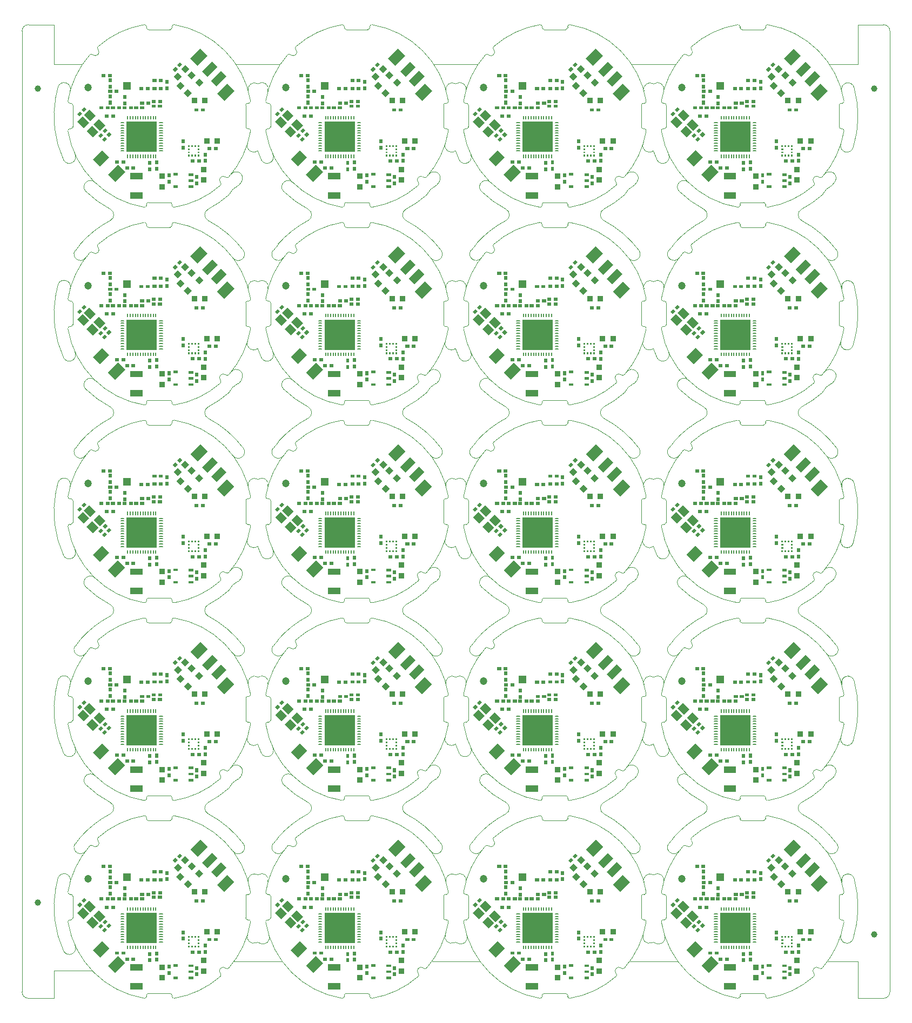
<source format=gtp>
*
%FSLAX26Y26*%
%MOIN*%
%ADD10R,0.019690X0.019690*%
%ADD11R,0.035430X0.035430*%
%ADD12R,0.039370X0.039370*%
%ADD13R,0.009840X0.009840*%
%ADD14C,0.047240*%
%ADD15C,0.007870*%
%ADD16R,0.185040X0.185040*%
%ADD17R,0.015750X0.015750*%
%ADD18R,0.047240X0.047240*%
%ADD19C,0.004000*%
%ADD20C,0.003937*%
%ADD21C,0.039370*%
%IPPOS*%
%LNpz02c05521a0.gtp*%
%LPD*%
G75*
G36*
X1071663Y815595D02*
X1046608Y790540D01*
X1021553Y815595D01*
X1046608Y840650D01*
X1071663Y815595D01*
G37*
G36*
X1117623Y769635D02*
X1092568Y744580D01*
X1067513Y769635D01*
X1092568Y794690D01*
X1117623Y769635D01*
G37*
G36*
X1001663Y750595D02*
X976608Y725540D01*
X951553Y750595D01*
X976608Y775650D01*
X1001663Y750595D01*
G37*
G36*
X1047623Y704635D02*
X1022568Y679580D01*
X997513Y704635D01*
X1022568Y729690D01*
X1047623Y704635D01*
G37*
G54D10*
X1154943Y362615D02*
X1158873D01*
X1194313D02*
X1198243D01*
X685173Y242485D02*
X689103D01*
X645803D02*
X649733D01*
X1089333Y284795D02*
X1093263D01*
X1049963D02*
X1053893D01*
X815363Y732185D02*
X819293D01*
X854733D02*
X858663D01*
X773733Y731185D02*
X777663D01*
X734363D02*
X738293D01*
X501063Y813435D02*
X504993D01*
X540433D02*
X544363D01*
X581433Y714435D02*
X585363D01*
X542063D02*
X545993D01*
X527053Y614055D02*
X530983D01*
X487683D02*
X491613D01*
X669053D02*
X672983D01*
X629683D02*
X633613D01*
X583363Y279185D02*
X587293D01*
X622733D02*
X626663D01*
X520063Y562435D02*
X523993D01*
X559433D02*
X563363D01*
X848733Y624185D02*
X852663D01*
X809363D02*
X813293D01*
X809683Y652055D02*
X813613D01*
X849053D02*
X852983D01*
X1072943Y600615D02*
X1076873D01*
X1112313D02*
X1116243D01*
X854723Y781615D02*
X858653D01*
X815353D02*
X819283D01*
G54D11*
X1205088Y409615D03*
X1140088D03*
X1128088Y657615D03*
X1063088D03*
G54D12*
X687743Y73425D02*
X723173D01*
X687743Y191535D02*
X723173D01*
G54D13*
X1028583Y339105D02*
X1029573D01*
X1028583Y358785D02*
X1029573D01*
X1087643D02*
X1088633D01*
X1087643Y339105D02*
X1088633D01*
X1029088Y377980D02*
Y378970D01*
X1048768Y377980D02*
Y378970D01*
X1068458Y377980D02*
Y378970D01*
X1088138Y377980D02*
Y378970D01*
Y318920D02*
Y319910D01*
X1068458Y318920D02*
Y319910D01*
X1048768Y318920D02*
Y319910D01*
X1029088Y318920D02*
Y319910D01*
G54D14*
X407778Y737575D03*
G54D10*
X894458Y771890D02*
Y775820D01*
Y732520D02*
Y736450D01*
X543708Y742790D02*
Y746720D01*
Y782160D02*
Y786090D01*
Y643790D02*
Y647720D01*
Y683160D02*
Y687090D01*
X632778Y637920D02*
Y641850D01*
Y677290D02*
Y681220D01*
X831458Y235980D02*
Y239910D01*
Y275350D02*
Y279280D01*
X993608Y366150D02*
Y370080D01*
Y405520D02*
Y409450D01*
X1130458Y323460D02*
Y327390D01*
Y284090D02*
Y288020D01*
X1076588Y145960D02*
Y149890D01*
Y185330D02*
Y189260D01*
X907588Y154970D02*
Y158900D01*
Y194340D02*
Y198270D01*
X788458Y272200D02*
Y276130D01*
Y232830D02*
Y236760D01*
X596078Y614055D02*
X601978D01*
X558678D02*
X564578D01*
X776078Y642055D02*
X781978D01*
X738678D02*
X744578D01*
X738078Y614055D02*
X743978D01*
X700678D02*
X706578D01*
G36*
X470098Y444035D02*
X486798Y460735D01*
X500718Y446815D01*
X484018Y430115D01*
X470098Y444035D01*
G37*
G36*
X497938Y471875D02*
X514638Y488575D01*
X528558Y474655D01*
X511858Y457955D01*
X497938Y471875D01*
G37*
G36*
X520938Y447875D02*
X537638Y464575D01*
X551558Y450655D01*
X534858Y433955D01*
X520938Y447875D01*
G37*
G36*
X493098Y420035D02*
X509798Y436735D01*
X523718Y422815D01*
X507018Y406115D01*
X493098Y420035D01*
G37*
G36*
X366938Y603875D02*
X383638Y620575D01*
X397558Y606655D01*
X380858Y589955D01*
X366938Y603875D01*
G37*
G36*
X339098Y576035D02*
X355798Y592735D01*
X369718Y578815D01*
X353018Y562115D01*
X339098Y576035D01*
G37*
G36*
X929048Y850755D02*
X945748Y867455D01*
X959668Y853535D01*
X942968Y836835D01*
X929048Y850755D01*
G37*
G36*
X956888Y878595D02*
X973588Y895295D01*
X987508Y881375D01*
X970808Y864675D01*
X956888Y878595D01*
G37*
G36*
X340518Y528215D02*
X373928Y561625D01*
X412898Y522655D01*
X379488Y489245D01*
X340518Y528215D01*
G37*
G36*
X398978Y469755D02*
X432388Y503165D01*
X471358Y464195D01*
X437948Y430785D01*
X398978Y469755D01*
G37*
G36*
X440738Y511515D02*
X474148Y544925D01*
X513118Y505955D01*
X479708Y472545D01*
X440738Y511515D01*
G37*
G36*
X382278Y569975D02*
X415688Y603385D01*
X454658Y564415D01*
X421248Y531005D01*
X382278Y569975D01*
G37*
G54D11*
X1119588Y168115D03*
Y233115D03*
X864588Y127115D03*
Y192115D03*
G36*
X1200668Y746615D02*
X1167258Y780025D01*
X1228508Y841275D01*
X1261918Y807865D01*
X1200668Y746615D01*
G37*
G36*
X1145668Y804285D02*
X1112258Y837695D01*
X1173508Y898945D01*
X1206918Y865535D01*
X1145668Y804285D01*
G37*
G36*
X482208Y252465D02*
X437668Y297005D01*
X493348Y352685D01*
X537888Y308145D01*
X482208Y252465D01*
G37*
G36*
X575428Y156685D02*
X530888Y201225D01*
X592128Y262465D01*
X636668Y217925D01*
X575428Y156685D01*
G37*
G36*
X1248428Y656685D02*
X1203888Y701225D01*
X1265128Y762465D01*
X1309668Y717925D01*
X1248428Y656685D01*
G37*
G36*
X1082428Y873685D02*
X1037888Y918225D01*
X1099128Y979465D01*
X1143668Y934925D01*
X1082428Y873685D01*
G37*
G54D15*
X652108Y306505D02*
Y324225D01*
X667858Y306505D02*
Y324225D01*
X683608Y306505D02*
Y324225D01*
X699348Y306505D02*
Y324225D01*
X715098Y306505D02*
Y324225D01*
X730848Y306505D02*
Y324225D01*
X746598Y306505D02*
Y324225D01*
X762348Y306505D02*
Y324225D01*
X778088Y306505D02*
Y324225D01*
X793838Y306505D02*
Y324225D01*
X809588Y306505D02*
Y324225D01*
X825338Y306505D02*
Y324225D01*
Y544695D02*
Y562415D01*
X809588Y544695D02*
Y562415D01*
X793838Y544695D02*
Y562415D01*
X778088Y544695D02*
Y562415D01*
X762348Y544695D02*
Y562415D01*
X746598Y544695D02*
Y562415D01*
X730848Y544695D02*
Y562415D01*
X715098Y544695D02*
Y562415D01*
X699348Y544695D02*
Y562415D01*
X683608Y544695D02*
Y562415D01*
X667858Y544695D02*
Y562415D01*
X652108Y544695D02*
Y562415D01*
X848958Y347845D02*
X866678D01*
X848958Y363585D02*
X866678D01*
X848958Y379335D02*
X866678D01*
X848958Y395085D02*
X866678D01*
X848958Y410835D02*
X866678D01*
X848958Y426585D02*
X866678D01*
X848958Y442325D02*
X866678D01*
X848958Y458075D02*
X866678D01*
X848958Y473825D02*
X866678D01*
X848958Y489575D02*
X866678D01*
X848958Y505325D02*
X866678D01*
X848958Y521065D02*
X866678D01*
X610768D02*
X628488D01*
X610768Y505325D02*
X628488D01*
X610768Y489575D02*
X628488D01*
X610768Y473825D02*
X628488D01*
X610768Y458075D02*
X628488D01*
X610768Y442325D02*
X628488D01*
X610768Y426585D02*
X628488D01*
X610768Y410835D02*
X628488D01*
X610768Y395085D02*
X628488D01*
X610768Y379335D02*
X628488D01*
X610768Y363585D02*
X628488D01*
X610768Y347845D02*
X628488D01*
G54D16*
X738718Y434455D03*
G54D17*
X1036173Y126615D02*
X1047983D01*
X1036173Y164015D02*
X1047983D01*
X1036173Y201415D02*
X1047983D01*
X941683Y203385D02*
X953493D01*
X941683Y126615D02*
X953493D01*
G54D18*
X647458Y747485D03*
G36*
X1007258Y827690D02*
X982203Y852745D01*
X1007258Y877800D01*
X1032313Y852745D01*
X1007258Y827690D01*
G37*
G36*
X961288Y781730D02*
X936233Y806785D01*
X961288Y831840D01*
X986343Y806785D01*
X961288Y781730D01*
G37*
G54D19*
X1257858Y185475D02*
G03X1274888Y186205I8165J8530D01*
G03X1409788Y471025I-428428J377274D01*
X1409778Y471015D02*
G03X1398128Y484745I-11662J1912D01*
X1380368Y496555D02*
G03X1392178Y484745I11810J0D01*
Y642225D02*
G03X1380368Y630415I0J-11810D01*
X1398128Y642225D02*
G03X1409778Y655945I-2J11808D01*
X1409788D02*
G03X938918Y1126815I-563330J-92460D01*
Y1126805D02*
G03X925198Y1115155I-1907J-11658D01*
X913388Y1097395D02*
G03X925198Y1109205I0J11810D01*
X767718D02*
G03X779528Y1097395I11810J0D01*
X767718Y1115155D02*
G03X753988Y1126805I-11809J-1D01*
X753998Y1126815D02*
G03X469178Y991915I92456J-563332D01*
G03X468448Y974885I7810J-8865D01*
X435048Y941485D02*
G03X468448Y974885I16330J17070D01*
X435048Y941485D02*
G03X418028Y940755I-8160J-8530D01*
G03X283128Y655945I428427J-377277D01*
G03X294778Y642225I11658J-1907D01*
X312538Y630415D02*
G03X300728Y642225I-11810J0D01*
Y484745D02*
G03X312538Y496555I0J11810D01*
X294778Y484745D02*
G03X283128Y471015I1J-11809D01*
Y471025D02*
G03X753998Y155I563330J92460D01*
X753988D02*
G03X767718Y11805I1912J11662D01*
X779528Y29565D02*
G03X767718Y17755I0J-11810D01*
X925198D02*
G03X913388Y29565I-11810J0D01*
X925198Y11805D02*
G03X938918Y155I11808J2D01*
G03X1223728Y135055I-92467J563327D01*
G03X1224458Y152075I-7810J8861D01*
X1257858Y185475D02*
G03X1224458Y152075I-16330J-17070D01*
X1392178Y484745D02*
G01X1398128D01*
X1380368Y496555D02*
Y630415D01*
X1392178Y642225D02*
X1398128D01*
X925198Y1109205D02*
Y1115155D01*
X779528Y1097395D02*
X913388D01*
X767718Y1109205D02*
Y1115155D01*
X294778Y642225D02*
X300728D01*
X312538Y496555D02*
Y630415D01*
X294778Y484745D02*
X300728D01*
X767718Y11805D02*
Y17755D01*
X779528Y29565D02*
X913388D01*
X925198Y11805D02*
Y17755D01*
G36*
X1071663Y2036068D02*
X1046608Y2011013D01*
X1021553Y2036068D01*
X1046608Y2061123D01*
X1071663Y2036068D01*
G37*
G36*
X1117623Y1990108D02*
X1092568Y1965053D01*
X1067513Y1990108D01*
X1092568Y2015163D01*
X1117623Y1990108D01*
G37*
G36*
X1001663Y1971068D02*
X976608Y1946013D01*
X951553Y1971068D01*
X976608Y1996123D01*
X1001663Y1971068D01*
G37*
G36*
X1047623Y1925108D02*
X1022568Y1900053D01*
X997513Y1925108D01*
X1022568Y1950163D01*
X1047623Y1925108D01*
G37*
G54D10*
X1154943Y1583088D02*
X1158873D01*
X1194313D02*
X1198243D01*
X685173Y1462958D02*
X689103D01*
X645803D02*
X649733D01*
X1089333Y1505268D02*
X1093263D01*
X1049963D02*
X1053893D01*
X815363Y1952658D02*
X819293D01*
X854733D02*
X858663D01*
X773733Y1951658D02*
X777663D01*
X734363D02*
X738293D01*
X501063Y2033908D02*
X504993D01*
X540433D02*
X544363D01*
X581433Y1934908D02*
X585363D01*
X542063D02*
X545993D01*
X527053Y1834528D02*
X530983D01*
X487683D02*
X491613D01*
X669053D02*
X672983D01*
X629683D02*
X633613D01*
X583363Y1499658D02*
X587293D01*
X622733D02*
X626663D01*
X520063Y1782908D02*
X523993D01*
X559433D02*
X563363D01*
X848733Y1844658D02*
X852663D01*
X809363D02*
X813293D01*
X809683Y1872528D02*
X813613D01*
X849053D02*
X852983D01*
X1072943Y1821088D02*
X1076873D01*
X1112313D02*
X1116243D01*
X854723Y2002088D02*
X858653D01*
X815353D02*
X819283D01*
G54D11*
X1205088Y1630088D03*
X1140088D03*
X1128088Y1878088D03*
X1063088D03*
G54D12*
X687743Y1293898D02*
X723173D01*
X687743Y1412008D02*
X723173D01*
G54D13*
X1028583Y1559578D02*
X1029573D01*
X1028583Y1579258D02*
X1029573D01*
X1087643D02*
X1088633D01*
X1087643Y1559578D02*
X1088633D01*
X1029088Y1598453D02*
Y1599443D01*
X1048768Y1598453D02*
Y1599443D01*
X1068458Y1598453D02*
Y1599443D01*
X1088138Y1598453D02*
Y1599443D01*
Y1539393D02*
Y1540383D01*
X1068458Y1539393D02*
Y1540383D01*
X1048768Y1539393D02*
Y1540383D01*
X1029088Y1539393D02*
Y1540383D01*
G54D14*
X407778Y1958048D03*
G54D10*
X894458Y1992363D02*
Y1996293D01*
Y1952993D02*
Y1956923D01*
X543708Y1963263D02*
Y1967193D01*
Y2002633D02*
Y2006563D01*
Y1864263D02*
Y1868193D01*
Y1903633D02*
Y1907563D01*
X632778Y1858393D02*
Y1862323D01*
Y1897763D02*
Y1901693D01*
X831458Y1456453D02*
Y1460383D01*
Y1495823D02*
Y1499753D01*
X993608Y1586623D02*
Y1590553D01*
Y1625993D02*
Y1629923D01*
X1130458Y1543933D02*
Y1547863D01*
Y1504563D02*
Y1508493D01*
X1076588Y1366433D02*
Y1370363D01*
Y1405803D02*
Y1409733D01*
X907588Y1375443D02*
Y1379373D01*
Y1414813D02*
Y1418743D01*
X788458Y1492673D02*
Y1496603D01*
Y1453303D02*
Y1457233D01*
X596078Y1834528D02*
X601978D01*
X558678D02*
X564578D01*
X776078Y1862528D02*
X781978D01*
X738678D02*
X744578D01*
X738078Y1834528D02*
X743978D01*
X700678D02*
X706578D01*
G36*
X470098Y1664508D02*
X486798Y1681208D01*
X500718Y1667288D01*
X484018Y1650588D01*
X470098Y1664508D01*
G37*
G36*
X497938Y1692348D02*
X514638Y1709048D01*
X528558Y1695128D01*
X511858Y1678428D01*
X497938Y1692348D01*
G37*
G36*
X520938Y1668348D02*
X537638Y1685048D01*
X551558Y1671128D01*
X534858Y1654428D01*
X520938Y1668348D01*
G37*
G36*
X493098Y1640508D02*
X509798Y1657208D01*
X523718Y1643288D01*
X507018Y1626588D01*
X493098Y1640508D01*
G37*
G36*
X366938Y1824348D02*
X383638Y1841048D01*
X397558Y1827128D01*
X380858Y1810428D01*
X366938Y1824348D01*
G37*
G36*
X339098Y1796508D02*
X355798Y1813208D01*
X369718Y1799288D01*
X353018Y1782588D01*
X339098Y1796508D01*
G37*
G36*
X929048Y2071228D02*
X945748Y2087928D01*
X959668Y2074008D01*
X942968Y2057308D01*
X929048Y2071228D01*
G37*
G36*
X956888Y2099068D02*
X973588Y2115768D01*
X987508Y2101848D01*
X970808Y2085148D01*
X956888Y2099068D01*
G37*
G36*
X340518Y1748688D02*
X373928Y1782098D01*
X412898Y1743128D01*
X379488Y1709718D01*
X340518Y1748688D01*
G37*
G36*
X398978Y1690228D02*
X432388Y1723638D01*
X471358Y1684668D01*
X437948Y1651258D01*
X398978Y1690228D01*
G37*
G36*
X440738Y1731988D02*
X474148Y1765398D01*
X513118Y1726428D01*
X479708Y1693018D01*
X440738Y1731988D01*
G37*
G36*
X382278Y1790448D02*
X415688Y1823858D01*
X454658Y1784888D01*
X421248Y1751478D01*
X382278Y1790448D01*
G37*
G54D11*
X1119588Y1388588D03*
Y1453588D03*
X864588Y1347588D03*
Y1412588D03*
G36*
X1200668Y1967088D02*
X1167258Y2000498D01*
X1228508Y2061748D01*
X1261918Y2028338D01*
X1200668Y1967088D01*
G37*
G36*
X1145668Y2024758D02*
X1112258Y2058168D01*
X1173508Y2119418D01*
X1206918Y2086008D01*
X1145668Y2024758D01*
G37*
G36*
X482208Y1472938D02*
X437668Y1517478D01*
X493348Y1573158D01*
X537888Y1528618D01*
X482208Y1472938D01*
G37*
G36*
X575428Y1377158D02*
X530888Y1421698D01*
X592128Y1482938D01*
X636668Y1438398D01*
X575428Y1377158D01*
G37*
G36*
X1248428Y1877158D02*
X1203888Y1921698D01*
X1265128Y1982938D01*
X1309668Y1938398D01*
X1248428Y1877158D01*
G37*
G36*
X1082428Y2094158D02*
X1037888Y2138698D01*
X1099128Y2199938D01*
X1143668Y2155398D01*
X1082428Y2094158D01*
G37*
G54D15*
X652108Y1526978D02*
Y1544698D01*
X667858Y1526978D02*
Y1544698D01*
X683608Y1526978D02*
Y1544698D01*
X699348Y1526978D02*
Y1544698D01*
X715098Y1526978D02*
Y1544698D01*
X730848Y1526978D02*
Y1544698D01*
X746598Y1526978D02*
Y1544698D01*
X762348Y1526978D02*
Y1544698D01*
X778088Y1526978D02*
Y1544698D01*
X793838Y1526978D02*
Y1544698D01*
X809588Y1526978D02*
Y1544698D01*
X825338Y1526978D02*
Y1544698D01*
Y1765168D02*
Y1782888D01*
X809588Y1765168D02*
Y1782888D01*
X793838Y1765168D02*
Y1782888D01*
X778088Y1765168D02*
Y1782888D01*
X762348Y1765168D02*
Y1782888D01*
X746598Y1765168D02*
Y1782888D01*
X730848Y1765168D02*
Y1782888D01*
X715098Y1765168D02*
Y1782888D01*
X699348Y1765168D02*
Y1782888D01*
X683608Y1765168D02*
Y1782888D01*
X667858Y1765168D02*
Y1782888D01*
X652108Y1765168D02*
Y1782888D01*
X848958Y1568318D02*
X866678D01*
X848958Y1584058D02*
X866678D01*
X848958Y1599808D02*
X866678D01*
X848958Y1615558D02*
X866678D01*
X848958Y1631308D02*
X866678D01*
X848958Y1647058D02*
X866678D01*
X848958Y1662798D02*
X866678D01*
X848958Y1678548D02*
X866678D01*
X848958Y1694298D02*
X866678D01*
X848958Y1710048D02*
X866678D01*
X848958Y1725798D02*
X866678D01*
X848958Y1741538D02*
X866678D01*
X610768D02*
X628488D01*
X610768Y1725798D02*
X628488D01*
X610768Y1710048D02*
X628488D01*
X610768Y1694298D02*
X628488D01*
X610768Y1678548D02*
X628488D01*
X610768Y1662798D02*
X628488D01*
X610768Y1647058D02*
X628488D01*
X610768Y1631308D02*
X628488D01*
X610768Y1615558D02*
X628488D01*
X610768Y1599808D02*
X628488D01*
X610768Y1584058D02*
X628488D01*
X610768Y1568318D02*
X628488D01*
G54D16*
X738718Y1654928D03*
G54D17*
X1036173Y1347088D02*
X1047983D01*
X1036173Y1384488D02*
X1047983D01*
X1036173Y1421888D02*
X1047983D01*
X941683Y1423858D02*
X953493D01*
X941683Y1347088D02*
X953493D01*
G54D18*
X647458Y1967958D03*
G36*
X1007258Y2048163D02*
X982203Y2073218D01*
X1007258Y2098273D01*
X1032313Y2073218D01*
X1007258Y2048163D01*
G37*
G36*
X961288Y2002203D02*
X936233Y2027258D01*
X961288Y2052313D01*
X986343Y2027258D01*
X961288Y2002203D01*
G37*
G54D19*
X1257858Y1405948D02*
G03X1274888Y1406678I8165J8530D01*
G03X1409788Y1691498I-428428J377274D01*
X1409778Y1691488D02*
G03X1398128Y1705218I-11662J1912D01*
X1380368Y1717028D02*
G03X1392178Y1705218I11810J0D01*
Y1862698D02*
G03X1380368Y1850888I0J-11810D01*
X1398128Y1862698D02*
G03X1409778Y1876418I-2J11808D01*
X1409788D02*
G03X938918Y2347288I-563330J-92460D01*
Y2347278D02*
G03X925198Y2335628I-1907J-11658D01*
X913388Y2317868D02*
G03X925198Y2329678I0J11810D01*
X767718D02*
G03X779528Y2317868I11810J0D01*
X767718Y2335628D02*
G03X753988Y2347278I-11809J-1D01*
X753998Y2347288D02*
G03X469178Y2212388I92456J-563332D01*
G03X468448Y2195358I7810J-8865D01*
X435048Y2161958D02*
G03X468448Y2195358I16330J17070D01*
X435048Y2161958D02*
G03X418028Y2161228I-8160J-8530D01*
G03X283128Y1876418I428427J-377277D01*
G03X294778Y1862698I11658J-1907D01*
X312538Y1850888D02*
G03X300728Y1862698I-11810J0D01*
Y1705218D02*
G03X312538Y1717028I0J11810D01*
X294778Y1705218D02*
G03X283128Y1691488I1J-11809D01*
Y1691498D02*
G03X753998Y1220628I563330J92460D01*
X753988D02*
G03X767718Y1232278I1912J11662D01*
X779528Y1250038D02*
G03X767718Y1238228I0J-11810D01*
X925198D02*
G03X913388Y1250038I-11810J0D01*
X925198Y1232278D02*
G03X938918Y1220628I11808J2D01*
G03X1223728Y1355528I-92467J563327D01*
G03X1224458Y1372548I-7810J8861D01*
X1257858Y1405948D02*
G03X1224458Y1372548I-16330J-17070D01*
X1392178Y1705218D02*
G01X1398128D01*
X1380368Y1717028D02*
Y1850888D01*
X1392178Y1862698D02*
X1398128D01*
X925198Y2329678D02*
Y2335628D01*
X779528Y2317868D02*
X913388D01*
X767718Y2329678D02*
Y2335628D01*
X294778Y1862698D02*
X300728D01*
X312538Y1717028D02*
Y1850888D01*
X294778Y1705218D02*
X300728D01*
X767718Y1232278D02*
Y1238228D01*
X779528Y1250038D02*
X913388D01*
X925198Y1232278D02*
Y1238228D01*
G36*
X1071663Y3256540D02*
X1046608Y3231485D01*
X1021553Y3256540D01*
X1046608Y3281595D01*
X1071663Y3256540D01*
G37*
G36*
X1117623Y3210580D02*
X1092568Y3185525D01*
X1067513Y3210580D01*
X1092568Y3235635D01*
X1117623Y3210580D01*
G37*
G36*
X1001663Y3191540D02*
X976608Y3166485D01*
X951553Y3191540D01*
X976608Y3216595D01*
X1001663Y3191540D01*
G37*
G36*
X1047623Y3145580D02*
X1022568Y3120525D01*
X997513Y3145580D01*
X1022568Y3170635D01*
X1047623Y3145580D01*
G37*
G54D10*
X1154943Y2803560D02*
X1158873D01*
X1194313D02*
X1198243D01*
X685173Y2683430D02*
X689103D01*
X645803D02*
X649733D01*
X1089333Y2725740D02*
X1093263D01*
X1049963D02*
X1053893D01*
X815363Y3173130D02*
X819293D01*
X854733D02*
X858663D01*
X773733Y3172130D02*
X777663D01*
X734363D02*
X738293D01*
X501063Y3254380D02*
X504993D01*
X540433D02*
X544363D01*
X581433Y3155380D02*
X585363D01*
X542063D02*
X545993D01*
X527053Y3055000D02*
X530983D01*
X487683D02*
X491613D01*
X669053D02*
X672983D01*
X629683D02*
X633613D01*
X583363Y2720130D02*
X587293D01*
X622733D02*
X626663D01*
X520063Y3003380D02*
X523993D01*
X559433D02*
X563363D01*
X848733Y3065130D02*
X852663D01*
X809363D02*
X813293D01*
X809683Y3093000D02*
X813613D01*
X849053D02*
X852983D01*
X1072943Y3041560D02*
X1076873D01*
X1112313D02*
X1116243D01*
X854723Y3222560D02*
X858653D01*
X815353D02*
X819283D01*
G54D11*
X1205088Y2850560D03*
X1140088D03*
X1128088Y3098560D03*
X1063088D03*
G54D12*
X687743Y2514370D02*
X723173D01*
X687743Y2632480D02*
X723173D01*
G54D13*
X1028583Y2780050D02*
X1029573D01*
X1028583Y2799730D02*
X1029573D01*
X1087643D02*
X1088633D01*
X1087643Y2780050D02*
X1088633D01*
X1029088Y2818925D02*
Y2819915D01*
X1048768Y2818925D02*
Y2819915D01*
X1068458Y2818925D02*
Y2819915D01*
X1088138Y2818925D02*
Y2819915D01*
Y2759865D02*
Y2760855D01*
X1068458Y2759865D02*
Y2760855D01*
X1048768Y2759865D02*
Y2760855D01*
X1029088Y2759865D02*
Y2760855D01*
G54D14*
X407778Y3178520D03*
G54D10*
X894458Y3212835D02*
Y3216765D01*
Y3173465D02*
Y3177395D01*
X543708Y3183735D02*
Y3187665D01*
Y3223105D02*
Y3227035D01*
Y3084735D02*
Y3088665D01*
Y3124105D02*
Y3128035D01*
X632778Y3078865D02*
Y3082795D01*
Y3118235D02*
Y3122165D01*
X831458Y2676925D02*
Y2680855D01*
Y2716295D02*
Y2720225D01*
X993608Y2807095D02*
Y2811025D01*
Y2846465D02*
Y2850395D01*
X1130458Y2764405D02*
Y2768335D01*
Y2725035D02*
Y2728965D01*
X1076588Y2586905D02*
Y2590835D01*
Y2626275D02*
Y2630205D01*
X907588Y2595915D02*
Y2599845D01*
Y2635285D02*
Y2639215D01*
X788458Y2713145D02*
Y2717075D01*
Y2673775D02*
Y2677705D01*
X596078Y3055000D02*
X601978D01*
X558678D02*
X564578D01*
X776078Y3083000D02*
X781978D01*
X738678D02*
X744578D01*
X738078Y3055000D02*
X743978D01*
X700678D02*
X706578D01*
G36*
X470098Y2884980D02*
X486798Y2901680D01*
X500718Y2887760D01*
X484018Y2871060D01*
X470098Y2884980D01*
G37*
G36*
X497938Y2912820D02*
X514638Y2929520D01*
X528558Y2915600D01*
X511858Y2898900D01*
X497938Y2912820D01*
G37*
G36*
X520938Y2888820D02*
X537638Y2905520D01*
X551558Y2891600D01*
X534858Y2874900D01*
X520938Y2888820D01*
G37*
G36*
X493098Y2860980D02*
X509798Y2877680D01*
X523718Y2863760D01*
X507018Y2847060D01*
X493098Y2860980D01*
G37*
G36*
X366938Y3044820D02*
X383638Y3061520D01*
X397558Y3047600D01*
X380858Y3030900D01*
X366938Y3044820D01*
G37*
G36*
X339098Y3016980D02*
X355798Y3033680D01*
X369718Y3019760D01*
X353018Y3003060D01*
X339098Y3016980D01*
G37*
G36*
X929048Y3291700D02*
X945748Y3308400D01*
X959668Y3294480D01*
X942968Y3277780D01*
X929048Y3291700D01*
G37*
G36*
X956888Y3319540D02*
X973588Y3336240D01*
X987508Y3322320D01*
X970808Y3305620D01*
X956888Y3319540D01*
G37*
G36*
X340518Y2969160D02*
X373928Y3002570D01*
X412898Y2963600D01*
X379488Y2930190D01*
X340518Y2969160D01*
G37*
G36*
X398978Y2910700D02*
X432388Y2944110D01*
X471358Y2905140D01*
X437948Y2871730D01*
X398978Y2910700D01*
G37*
G36*
X440738Y2952460D02*
X474148Y2985870D01*
X513118Y2946900D01*
X479708Y2913490D01*
X440738Y2952460D01*
G37*
G36*
X382278Y3010920D02*
X415688Y3044330D01*
X454658Y3005360D01*
X421248Y2971950D01*
X382278Y3010920D01*
G37*
G54D11*
X1119588Y2609060D03*
Y2674060D03*
X864588Y2568060D03*
Y2633060D03*
G36*
X1200668Y3187560D02*
X1167258Y3220970D01*
X1228508Y3282220D01*
X1261918Y3248810D01*
X1200668Y3187560D01*
G37*
G36*
X1145668Y3245230D02*
X1112258Y3278640D01*
X1173508Y3339890D01*
X1206918Y3306480D01*
X1145668Y3245230D01*
G37*
G36*
X482208Y2693410D02*
X437668Y2737950D01*
X493348Y2793630D01*
X537888Y2749090D01*
X482208Y2693410D01*
G37*
G36*
X575428Y2597630D02*
X530888Y2642170D01*
X592128Y2703410D01*
X636668Y2658870D01*
X575428Y2597630D01*
G37*
G36*
X1248428Y3097630D02*
X1203888Y3142170D01*
X1265128Y3203410D01*
X1309668Y3158870D01*
X1248428Y3097630D01*
G37*
G36*
X1082428Y3314630D02*
X1037888Y3359170D01*
X1099128Y3420410D01*
X1143668Y3375870D01*
X1082428Y3314630D01*
G37*
G54D15*
X652108Y2747450D02*
Y2765170D01*
X667858Y2747450D02*
Y2765170D01*
X683608Y2747450D02*
Y2765170D01*
X699348Y2747450D02*
Y2765170D01*
X715098Y2747450D02*
Y2765170D01*
X730848Y2747450D02*
Y2765170D01*
X746598Y2747450D02*
Y2765170D01*
X762348Y2747450D02*
Y2765170D01*
X778088Y2747450D02*
Y2765170D01*
X793838Y2747450D02*
Y2765170D01*
X809588Y2747450D02*
Y2765170D01*
X825338Y2747450D02*
Y2765170D01*
Y2985640D02*
Y3003360D01*
X809588Y2985640D02*
Y3003360D01*
X793838Y2985640D02*
Y3003360D01*
X778088Y2985640D02*
Y3003360D01*
X762348Y2985640D02*
Y3003360D01*
X746598Y2985640D02*
Y3003360D01*
X730848Y2985640D02*
Y3003360D01*
X715098Y2985640D02*
Y3003360D01*
X699348Y2985640D02*
Y3003360D01*
X683608Y2985640D02*
Y3003360D01*
X667858Y2985640D02*
Y3003360D01*
X652108Y2985640D02*
Y3003360D01*
X848958Y2788790D02*
X866678D01*
X848958Y2804530D02*
X866678D01*
X848958Y2820280D02*
X866678D01*
X848958Y2836030D02*
X866678D01*
X848958Y2851780D02*
X866678D01*
X848958Y2867530D02*
X866678D01*
X848958Y2883270D02*
X866678D01*
X848958Y2899020D02*
X866678D01*
X848958Y2914770D02*
X866678D01*
X848958Y2930520D02*
X866678D01*
X848958Y2946270D02*
X866678D01*
X848958Y2962010D02*
X866678D01*
X610768D02*
X628488D01*
X610768Y2946270D02*
X628488D01*
X610768Y2930520D02*
X628488D01*
X610768Y2914770D02*
X628488D01*
X610768Y2899020D02*
X628488D01*
X610768Y2883270D02*
X628488D01*
X610768Y2867530D02*
X628488D01*
X610768Y2851780D02*
X628488D01*
X610768Y2836030D02*
X628488D01*
X610768Y2820280D02*
X628488D01*
X610768Y2804530D02*
X628488D01*
X610768Y2788790D02*
X628488D01*
G54D16*
X738718Y2875400D03*
G54D17*
X1036173Y2567560D02*
X1047983D01*
X1036173Y2604960D02*
X1047983D01*
X1036173Y2642360D02*
X1047983D01*
X941683Y2644330D02*
X953493D01*
X941683Y2567560D02*
X953493D01*
G54D18*
X647458Y3188430D03*
G36*
X1007258Y3268635D02*
X982203Y3293690D01*
X1007258Y3318745D01*
X1032313Y3293690D01*
X1007258Y3268635D01*
G37*
G36*
X961288Y3222675D02*
X936233Y3247730D01*
X961288Y3272785D01*
X986343Y3247730D01*
X961288Y3222675D01*
G37*
G54D19*
X1257858Y2626420D02*
G03X1274888Y2627150I8165J8530D01*
G03X1409788Y2911970I-428428J377274D01*
X1409778Y2911960D02*
G03X1398128Y2925690I-11662J1912D01*
X1380368Y2937500D02*
G03X1392178Y2925690I11810J0D01*
Y3083170D02*
G03X1380368Y3071360I0J-11810D01*
X1398128Y3083170D02*
G03X1409778Y3096890I-2J11808D01*
X1409788D02*
G03X938918Y3567760I-563330J-92460D01*
Y3567750D02*
G03X925198Y3556100I-1907J-11658D01*
X913388Y3538340D02*
G03X925198Y3550150I0J11810D01*
X767718D02*
G03X779528Y3538340I11810J0D01*
X767718Y3556100D02*
G03X753988Y3567750I-11809J-1D01*
X753998Y3567760D02*
G03X469178Y3432860I92456J-563332D01*
G03X468448Y3415830I7810J-8865D01*
X435048Y3382430D02*
G03X468448Y3415830I16330J17070D01*
X435048Y3382430D02*
G03X418028Y3381700I-8160J-8530D01*
G03X283128Y3096890I428427J-377277D01*
G03X294778Y3083170I11658J-1907D01*
X312538Y3071360D02*
G03X300728Y3083170I-11810J0D01*
Y2925690D02*
G03X312538Y2937500I0J11810D01*
X294778Y2925690D02*
G03X283128Y2911960I1J-11809D01*
Y2911970D02*
G03X753998Y2441100I563330J92460D01*
X753988D02*
G03X767718Y2452750I1912J11662D01*
X779528Y2470510D02*
G03X767718Y2458700I0J-11810D01*
X925198D02*
G03X913388Y2470510I-11810J0D01*
X925198Y2452750D02*
G03X938918Y2441100I11808J2D01*
G03X1223728Y2576000I-92467J563327D01*
G03X1224458Y2593020I-7810J8861D01*
X1257858Y2626420D02*
G03X1224458Y2593020I-16330J-17070D01*
X1392178Y2925690D02*
G01X1398128D01*
X1380368Y2937500D02*
Y3071360D01*
X1392178Y3083170D02*
X1398128D01*
X925198Y3550150D02*
Y3556100D01*
X779528Y3538340D02*
X913388D01*
X767718Y3550150D02*
Y3556100D01*
X294778Y3083170D02*
X300728D01*
X312538Y2937500D02*
Y3071360D01*
X294778Y2925690D02*
X300728D01*
X767718Y2452750D02*
Y2458700D01*
X779528Y2470510D02*
X913388D01*
X925198Y2452750D02*
Y2458700D01*
G36*
X1071663Y4477013D02*
X1046608Y4451958D01*
X1021553Y4477013D01*
X1046608Y4502068D01*
X1071663Y4477013D01*
G37*
G36*
X1117623Y4431053D02*
X1092568Y4405998D01*
X1067513Y4431053D01*
X1092568Y4456108D01*
X1117623Y4431053D01*
G37*
G36*
X1001663Y4412013D02*
X976608Y4386958D01*
X951553Y4412013D01*
X976608Y4437068D01*
X1001663Y4412013D01*
G37*
G36*
X1047623Y4366053D02*
X1022568Y4340998D01*
X997513Y4366053D01*
X1022568Y4391108D01*
X1047623Y4366053D01*
G37*
G54D10*
X1154943Y4024033D02*
X1158873D01*
X1194313D02*
X1198243D01*
X685173Y3903903D02*
X689103D01*
X645803D02*
X649733D01*
X1089333Y3946213D02*
X1093263D01*
X1049963D02*
X1053893D01*
X815363Y4393603D02*
X819293D01*
X854733D02*
X858663D01*
X773733Y4392603D02*
X777663D01*
X734363D02*
X738293D01*
X501063Y4474853D02*
X504993D01*
X540433D02*
X544363D01*
X581433Y4375853D02*
X585363D01*
X542063D02*
X545993D01*
X527053Y4275473D02*
X530983D01*
X487683D02*
X491613D01*
X669053D02*
X672983D01*
X629683D02*
X633613D01*
X583363Y3940603D02*
X587293D01*
X622733D02*
X626663D01*
X520063Y4223853D02*
X523993D01*
X559433D02*
X563363D01*
X848733Y4285603D02*
X852663D01*
X809363D02*
X813293D01*
X809683Y4313473D02*
X813613D01*
X849053D02*
X852983D01*
X1072943Y4262033D02*
X1076873D01*
X1112313D02*
X1116243D01*
X854723Y4443033D02*
X858653D01*
X815353D02*
X819283D01*
G54D11*
X1205088Y4071033D03*
X1140088D03*
X1128088Y4319033D03*
X1063088D03*
G54D12*
X687743Y3734843D02*
X723173D01*
X687743Y3852953D02*
X723173D01*
G54D13*
X1028583Y4000523D02*
X1029573D01*
X1028583Y4020203D02*
X1029573D01*
X1087643D02*
X1088633D01*
X1087643Y4000523D02*
X1088633D01*
X1029088Y4039398D02*
Y4040388D01*
X1048768Y4039398D02*
Y4040388D01*
X1068458Y4039398D02*
Y4040388D01*
X1088138Y4039398D02*
Y4040388D01*
Y3980338D02*
Y3981328D01*
X1068458Y3980338D02*
Y3981328D01*
X1048768Y3980338D02*
Y3981328D01*
X1029088Y3980338D02*
Y3981328D01*
G54D14*
X407778Y4398993D03*
G54D10*
X894458Y4433308D02*
Y4437238D01*
Y4393938D02*
Y4397868D01*
X543708Y4404208D02*
Y4408138D01*
Y4443578D02*
Y4447508D01*
Y4305208D02*
Y4309138D01*
Y4344578D02*
Y4348508D01*
X632778Y4299338D02*
Y4303268D01*
Y4338708D02*
Y4342638D01*
X831458Y3897398D02*
Y3901328D01*
Y3936768D02*
Y3940698D01*
X993608Y4027568D02*
Y4031498D01*
Y4066938D02*
Y4070868D01*
X1130458Y3984878D02*
Y3988808D01*
Y3945508D02*
Y3949438D01*
X1076588Y3807378D02*
Y3811308D01*
Y3846748D02*
Y3850678D01*
X907588Y3816388D02*
Y3820318D01*
Y3855758D02*
Y3859688D01*
X788458Y3933618D02*
Y3937548D01*
Y3894248D02*
Y3898178D01*
X596078Y4275473D02*
X601978D01*
X558678D02*
X564578D01*
X776078Y4303473D02*
X781978D01*
X738678D02*
X744578D01*
X738078Y4275473D02*
X743978D01*
X700678D02*
X706578D01*
G36*
X470098Y4105453D02*
X486798Y4122153D01*
X500718Y4108233D01*
X484018Y4091533D01*
X470098Y4105453D01*
G37*
G36*
X497938Y4133293D02*
X514638Y4149993D01*
X528558Y4136073D01*
X511858Y4119373D01*
X497938Y4133293D01*
G37*
G36*
X520938Y4109293D02*
X537638Y4125993D01*
X551558Y4112073D01*
X534858Y4095373D01*
X520938Y4109293D01*
G37*
G36*
X493098Y4081453D02*
X509798Y4098153D01*
X523718Y4084233D01*
X507018Y4067533D01*
X493098Y4081453D01*
G37*
G36*
X366938Y4265293D02*
X383638Y4281993D01*
X397558Y4268073D01*
X380858Y4251373D01*
X366938Y4265293D01*
G37*
G36*
X339098Y4237453D02*
X355798Y4254153D01*
X369718Y4240233D01*
X353018Y4223533D01*
X339098Y4237453D01*
G37*
G36*
X929048Y4512173D02*
X945748Y4528873D01*
X959668Y4514953D01*
X942968Y4498253D01*
X929048Y4512173D01*
G37*
G36*
X956888Y4540013D02*
X973588Y4556713D01*
X987508Y4542793D01*
X970808Y4526093D01*
X956888Y4540013D01*
G37*
G36*
X340518Y4189633D02*
X373928Y4223043D01*
X412898Y4184073D01*
X379488Y4150663D01*
X340518Y4189633D01*
G37*
G36*
X398978Y4131173D02*
X432388Y4164583D01*
X471358Y4125613D01*
X437948Y4092203D01*
X398978Y4131173D01*
G37*
G36*
X440738Y4172933D02*
X474148Y4206343D01*
X513118Y4167373D01*
X479708Y4133963D01*
X440738Y4172933D01*
G37*
G36*
X382278Y4231393D02*
X415688Y4264803D01*
X454658Y4225833D01*
X421248Y4192423D01*
X382278Y4231393D01*
G37*
G54D11*
X1119588Y3829533D03*
Y3894533D03*
X864588Y3788533D03*
Y3853533D03*
G36*
X1200668Y4408033D02*
X1167258Y4441443D01*
X1228508Y4502693D01*
X1261918Y4469283D01*
X1200668Y4408033D01*
G37*
G36*
X1145668Y4465703D02*
X1112258Y4499113D01*
X1173508Y4560363D01*
X1206918Y4526953D01*
X1145668Y4465703D01*
G37*
G36*
X482208Y3913883D02*
X437668Y3958423D01*
X493348Y4014103D01*
X537888Y3969563D01*
X482208Y3913883D01*
G37*
G36*
X575428Y3818103D02*
X530888Y3862643D01*
X592128Y3923883D01*
X636668Y3879343D01*
X575428Y3818103D01*
G37*
G36*
X1248428Y4318103D02*
X1203888Y4362643D01*
X1265128Y4423883D01*
X1309668Y4379343D01*
X1248428Y4318103D01*
G37*
G36*
X1082428Y4535103D02*
X1037888Y4579643D01*
X1099128Y4640883D01*
X1143668Y4596343D01*
X1082428Y4535103D01*
G37*
G54D15*
X652108Y3967923D02*
Y3985643D01*
X667858Y3967923D02*
Y3985643D01*
X683608Y3967923D02*
Y3985643D01*
X699348Y3967923D02*
Y3985643D01*
X715098Y3967923D02*
Y3985643D01*
X730848Y3967923D02*
Y3985643D01*
X746598Y3967923D02*
Y3985643D01*
X762348Y3967923D02*
Y3985643D01*
X778088Y3967923D02*
Y3985643D01*
X793838Y3967923D02*
Y3985643D01*
X809588Y3967923D02*
Y3985643D01*
X825338Y3967923D02*
Y3985643D01*
Y4206113D02*
Y4223833D01*
X809588Y4206113D02*
Y4223833D01*
X793838Y4206113D02*
Y4223833D01*
X778088Y4206113D02*
Y4223833D01*
X762348Y4206113D02*
Y4223833D01*
X746598Y4206113D02*
Y4223833D01*
X730848Y4206113D02*
Y4223833D01*
X715098Y4206113D02*
Y4223833D01*
X699348Y4206113D02*
Y4223833D01*
X683608Y4206113D02*
Y4223833D01*
X667858Y4206113D02*
Y4223833D01*
X652108Y4206113D02*
Y4223833D01*
X848958Y4009263D02*
X866678D01*
X848958Y4025003D02*
X866678D01*
X848958Y4040753D02*
X866678D01*
X848958Y4056503D02*
X866678D01*
X848958Y4072253D02*
X866678D01*
X848958Y4088003D02*
X866678D01*
X848958Y4103743D02*
X866678D01*
X848958Y4119493D02*
X866678D01*
X848958Y4135243D02*
X866678D01*
X848958Y4150993D02*
X866678D01*
X848958Y4166743D02*
X866678D01*
X848958Y4182483D02*
X866678D01*
X610768D02*
X628488D01*
X610768Y4166743D02*
X628488D01*
X610768Y4150993D02*
X628488D01*
X610768Y4135243D02*
X628488D01*
X610768Y4119493D02*
X628488D01*
X610768Y4103743D02*
X628488D01*
X610768Y4088003D02*
X628488D01*
X610768Y4072253D02*
X628488D01*
X610768Y4056503D02*
X628488D01*
X610768Y4040753D02*
X628488D01*
X610768Y4025003D02*
X628488D01*
X610768Y4009263D02*
X628488D01*
G54D16*
X738718Y4095873D03*
G54D17*
X1036173Y3788033D02*
X1047983D01*
X1036173Y3825433D02*
X1047983D01*
X1036173Y3862833D02*
X1047983D01*
X941683Y3864803D02*
X953493D01*
X941683Y3788033D02*
X953493D01*
G54D18*
X647458Y4408903D03*
G36*
X1007258Y4489108D02*
X982203Y4514163D01*
X1007258Y4539218D01*
X1032313Y4514163D01*
X1007258Y4489108D01*
G37*
G36*
X961288Y4443148D02*
X936233Y4468203D01*
X961288Y4493258D01*
X986343Y4468203D01*
X961288Y4443148D01*
G37*
G54D19*
X1257858Y3846893D02*
G03X1274888Y3847623I8165J8530D01*
G03X1409788Y4132443I-428428J377274D01*
X1409778Y4132433D02*
G03X1398128Y4146163I-11662J1912D01*
X1380368Y4157973D02*
G03X1392178Y4146163I11810J0D01*
Y4303643D02*
G03X1380368Y4291833I0J-11810D01*
X1398128Y4303643D02*
G03X1409778Y4317363I-2J11808D01*
X1409788D02*
G03X938918Y4788233I-563330J-92460D01*
Y4788223D02*
G03X925198Y4776573I-1907J-11658D01*
X913388Y4758813D02*
G03X925198Y4770623I0J11810D01*
X767718D02*
G03X779528Y4758813I11810J0D01*
X767718Y4776573D02*
G03X753988Y4788223I-11809J-1D01*
X753998Y4788233D02*
G03X469178Y4653333I92456J-563332D01*
G03X468448Y4636303I7810J-8865D01*
X435048Y4602903D02*
G03X468448Y4636303I16330J17070D01*
X435048Y4602903D02*
G03X418028Y4602173I-8160J-8530D01*
G03X283128Y4317363I428427J-377277D01*
G03X294778Y4303643I11658J-1907D01*
X312538Y4291833D02*
G03X300728Y4303643I-11810J0D01*
Y4146163D02*
G03X312538Y4157973I0J11810D01*
X294778Y4146163D02*
G03X283128Y4132433I1J-11809D01*
Y4132443D02*
G03X753998Y3661573I563330J92460D01*
X753988D02*
G03X767718Y3673223I1912J11662D01*
X779528Y3690983D02*
G03X767718Y3679173I0J-11810D01*
X925198D02*
G03X913388Y3690983I-11810J0D01*
X925198Y3673223D02*
G03X938918Y3661573I11808J2D01*
G03X1223728Y3796473I-92467J563327D01*
G03X1224458Y3813493I-7810J8861D01*
X1257858Y3846893D02*
G03X1224458Y3813493I-16330J-17070D01*
X1392178Y4146163D02*
G01X1398128D01*
X1380368Y4157973D02*
Y4291833D01*
X1392178Y4303643D02*
X1398128D01*
X925198Y4770623D02*
Y4776573D01*
X779528Y4758813D02*
X913388D01*
X767718Y4770623D02*
Y4776573D01*
X294778Y4303643D02*
X300728D01*
X312538Y4157973D02*
Y4291833D01*
X294778Y4146163D02*
X300728D01*
X767718Y3673223D02*
Y3679173D01*
X779528Y3690983D02*
X913388D01*
X925198Y3673223D02*
Y3679173D01*
G36*
X1071663Y5697485D02*
X1046608Y5672430D01*
X1021553Y5697485D01*
X1046608Y5722540D01*
X1071663Y5697485D01*
G37*
G36*
X1117623Y5651525D02*
X1092568Y5626470D01*
X1067513Y5651525D01*
X1092568Y5676580D01*
X1117623Y5651525D01*
G37*
G36*
X1001663Y5632485D02*
X976608Y5607430D01*
X951553Y5632485D01*
X976608Y5657540D01*
X1001663Y5632485D01*
G37*
G36*
X1047623Y5586525D02*
X1022568Y5561470D01*
X997513Y5586525D01*
X1022568Y5611580D01*
X1047623Y5586525D01*
G37*
G54D10*
X1154943Y5244505D02*
X1158873D01*
X1194313D02*
X1198243D01*
X685173Y5124375D02*
X689103D01*
X645803D02*
X649733D01*
X1089333Y5166685D02*
X1093263D01*
X1049963D02*
X1053893D01*
X815363Y5614075D02*
X819293D01*
X854733D02*
X858663D01*
X773733Y5613075D02*
X777663D01*
X734363D02*
X738293D01*
X501063Y5695325D02*
X504993D01*
X540433D02*
X544363D01*
X581433Y5596325D02*
X585363D01*
X542063D02*
X545993D01*
X527053Y5495945D02*
X530983D01*
X487683D02*
X491613D01*
X669053D02*
X672983D01*
X629683D02*
X633613D01*
X583363Y5161075D02*
X587293D01*
X622733D02*
X626663D01*
X520063Y5444325D02*
X523993D01*
X559433D02*
X563363D01*
X848733Y5506075D02*
X852663D01*
X809363D02*
X813293D01*
X809683Y5533945D02*
X813613D01*
X849053D02*
X852983D01*
X1072943Y5482505D02*
X1076873D01*
X1112313D02*
X1116243D01*
X854723Y5663505D02*
X858653D01*
X815353D02*
X819283D01*
G54D11*
X1205088Y5291505D03*
X1140088D03*
X1128088Y5539505D03*
X1063088D03*
G54D12*
X687743Y4955315D02*
X723173D01*
X687743Y5073425D02*
X723173D01*
G54D13*
X1028583Y5220995D02*
X1029573D01*
X1028583Y5240675D02*
X1029573D01*
X1087643D02*
X1088633D01*
X1087643Y5220995D02*
X1088633D01*
X1029088Y5259870D02*
Y5260860D01*
X1048768Y5259870D02*
Y5260860D01*
X1068458Y5259870D02*
Y5260860D01*
X1088138Y5259870D02*
Y5260860D01*
Y5200810D02*
Y5201800D01*
X1068458Y5200810D02*
Y5201800D01*
X1048768Y5200810D02*
Y5201800D01*
X1029088Y5200810D02*
Y5201800D01*
G54D14*
X407778Y5619465D03*
G54D10*
X894458Y5653780D02*
Y5657710D01*
Y5614410D02*
Y5618340D01*
X543708Y5624680D02*
Y5628610D01*
Y5664050D02*
Y5667980D01*
Y5525680D02*
Y5529610D01*
Y5565050D02*
Y5568980D01*
X632778Y5519810D02*
Y5523740D01*
Y5559180D02*
Y5563110D01*
X831458Y5117870D02*
Y5121800D01*
Y5157240D02*
Y5161170D01*
X993608Y5248040D02*
Y5251970D01*
Y5287410D02*
Y5291340D01*
X1130458Y5205350D02*
Y5209280D01*
Y5165980D02*
Y5169910D01*
X1076588Y5027850D02*
Y5031780D01*
Y5067220D02*
Y5071150D01*
X907588Y5036860D02*
Y5040790D01*
Y5076230D02*
Y5080160D01*
X788458Y5154090D02*
Y5158020D01*
Y5114720D02*
Y5118650D01*
X596078Y5495945D02*
X601978D01*
X558678D02*
X564578D01*
X776078Y5523945D02*
X781978D01*
X738678D02*
X744578D01*
X738078Y5495945D02*
X743978D01*
X700678D02*
X706578D01*
G36*
X470098Y5325925D02*
X486798Y5342625D01*
X500718Y5328705D01*
X484018Y5312005D01*
X470098Y5325925D01*
G37*
G36*
X497938Y5353765D02*
X514638Y5370465D01*
X528558Y5356545D01*
X511858Y5339845D01*
X497938Y5353765D01*
G37*
G36*
X520938Y5329765D02*
X537638Y5346465D01*
X551558Y5332545D01*
X534858Y5315845D01*
X520938Y5329765D01*
G37*
G36*
X493098Y5301925D02*
X509798Y5318625D01*
X523718Y5304705D01*
X507018Y5288005D01*
X493098Y5301925D01*
G37*
G36*
X366938Y5485765D02*
X383638Y5502465D01*
X397558Y5488545D01*
X380858Y5471845D01*
X366938Y5485765D01*
G37*
G36*
X339098Y5457925D02*
X355798Y5474625D01*
X369718Y5460705D01*
X353018Y5444005D01*
X339098Y5457925D01*
G37*
G36*
X929048Y5732645D02*
X945748Y5749345D01*
X959668Y5735425D01*
X942968Y5718725D01*
X929048Y5732645D01*
G37*
G36*
X956888Y5760485D02*
X973588Y5777185D01*
X987508Y5763265D01*
X970808Y5746565D01*
X956888Y5760485D01*
G37*
G36*
X340518Y5410105D02*
X373928Y5443515D01*
X412898Y5404545D01*
X379488Y5371135D01*
X340518Y5410105D01*
G37*
G36*
X398978Y5351645D02*
X432388Y5385055D01*
X471358Y5346085D01*
X437948Y5312675D01*
X398978Y5351645D01*
G37*
G36*
X440738Y5393405D02*
X474148Y5426815D01*
X513118Y5387845D01*
X479708Y5354435D01*
X440738Y5393405D01*
G37*
G36*
X382278Y5451865D02*
X415688Y5485275D01*
X454658Y5446305D01*
X421248Y5412895D01*
X382278Y5451865D01*
G37*
G54D11*
X1119588Y5050005D03*
Y5115005D03*
X864588Y5009005D03*
Y5074005D03*
G36*
X1200668Y5628505D02*
X1167258Y5661915D01*
X1228508Y5723165D01*
X1261918Y5689755D01*
X1200668Y5628505D01*
G37*
G36*
X1145668Y5686175D02*
X1112258Y5719585D01*
X1173508Y5780835D01*
X1206918Y5747425D01*
X1145668Y5686175D01*
G37*
G36*
X482208Y5134355D02*
X437668Y5178895D01*
X493348Y5234575D01*
X537888Y5190035D01*
X482208Y5134355D01*
G37*
G36*
X575428Y5038575D02*
X530888Y5083115D01*
X592128Y5144355D01*
X636668Y5099815D01*
X575428Y5038575D01*
G37*
G36*
X1248428Y5538575D02*
X1203888Y5583115D01*
X1265128Y5644355D01*
X1309668Y5599815D01*
X1248428Y5538575D01*
G37*
G36*
X1082428Y5755575D02*
X1037888Y5800115D01*
X1099128Y5861355D01*
X1143668Y5816815D01*
X1082428Y5755575D01*
G37*
G54D15*
X652108Y5188395D02*
Y5206115D01*
X667858Y5188395D02*
Y5206115D01*
X683608Y5188395D02*
Y5206115D01*
X699348Y5188395D02*
Y5206115D01*
X715098Y5188395D02*
Y5206115D01*
X730848Y5188395D02*
Y5206115D01*
X746598Y5188395D02*
Y5206115D01*
X762348Y5188395D02*
Y5206115D01*
X778088Y5188395D02*
Y5206115D01*
X793838Y5188395D02*
Y5206115D01*
X809588Y5188395D02*
Y5206115D01*
X825338Y5188395D02*
Y5206115D01*
Y5426585D02*
Y5444305D01*
X809588Y5426585D02*
Y5444305D01*
X793838Y5426585D02*
Y5444305D01*
X778088Y5426585D02*
Y5444305D01*
X762348Y5426585D02*
Y5444305D01*
X746598Y5426585D02*
Y5444305D01*
X730848Y5426585D02*
Y5444305D01*
X715098Y5426585D02*
Y5444305D01*
X699348Y5426585D02*
Y5444305D01*
X683608Y5426585D02*
Y5444305D01*
X667858Y5426585D02*
Y5444305D01*
X652108Y5426585D02*
Y5444305D01*
X848958Y5229735D02*
X866678D01*
X848958Y5245475D02*
X866678D01*
X848958Y5261225D02*
X866678D01*
X848958Y5276975D02*
X866678D01*
X848958Y5292725D02*
X866678D01*
X848958Y5308475D02*
X866678D01*
X848958Y5324215D02*
X866678D01*
X848958Y5339965D02*
X866678D01*
X848958Y5355715D02*
X866678D01*
X848958Y5371465D02*
X866678D01*
X848958Y5387215D02*
X866678D01*
X848958Y5402955D02*
X866678D01*
X610768D02*
X628488D01*
X610768Y5387215D02*
X628488D01*
X610768Y5371465D02*
X628488D01*
X610768Y5355715D02*
X628488D01*
X610768Y5339965D02*
X628488D01*
X610768Y5324215D02*
X628488D01*
X610768Y5308475D02*
X628488D01*
X610768Y5292725D02*
X628488D01*
X610768Y5276975D02*
X628488D01*
X610768Y5261225D02*
X628488D01*
X610768Y5245475D02*
X628488D01*
X610768Y5229735D02*
X628488D01*
G54D16*
X738718Y5316345D03*
G54D17*
X1036173Y5008505D02*
X1047983D01*
X1036173Y5045905D02*
X1047983D01*
X1036173Y5083305D02*
X1047983D01*
X941683Y5085275D02*
X953493D01*
X941683Y5008505D02*
X953493D01*
G54D18*
X647458Y5629375D03*
G36*
X1007258Y5709580D02*
X982203Y5734635D01*
X1007258Y5759690D01*
X1032313Y5734635D01*
X1007258Y5709580D01*
G37*
G36*
X961288Y5663620D02*
X936233Y5688675D01*
X961288Y5713730D01*
X986343Y5688675D01*
X961288Y5663620D01*
G37*
G54D19*
X1257858Y5067365D02*
G03X1274888Y5068095I8165J8530D01*
G03X1409788Y5352915I-428428J377274D01*
X1409778Y5352905D02*
G03X1398128Y5366635I-11662J1912D01*
X1380368Y5378445D02*
G03X1392178Y5366635I11810J0D01*
Y5524115D02*
G03X1380368Y5512305I0J-11810D01*
X1398128Y5524115D02*
G03X1409778Y5537835I-2J11808D01*
X1409788D02*
G03X938918Y6008705I-563330J-92460D01*
Y6008695D02*
G03X925198Y5997045I-1907J-11658D01*
X913388Y5979285D02*
G03X925198Y5991095I0J11810D01*
X767718D02*
G03X779528Y5979285I11810J0D01*
X767718Y5997045D02*
G03X753988Y6008695I-11809J-1D01*
X753998Y6008705D02*
G03X469178Y5873805I92456J-563332D01*
G03X468448Y5856775I7810J-8865D01*
X435048Y5823375D02*
G03X468448Y5856775I16330J17070D01*
X435048Y5823375D02*
G03X418028Y5822645I-8160J-8530D01*
G03X283128Y5537835I428427J-377277D01*
G03X294778Y5524115I11658J-1907D01*
X312538Y5512305D02*
G03X300728Y5524115I-11810J0D01*
Y5366635D02*
G03X312538Y5378445I0J11810D01*
X294778Y5366635D02*
G03X283128Y5352905I1J-11809D01*
Y5352915D02*
G03X753998Y4882045I563330J92460D01*
X753988D02*
G03X767718Y4893695I1912J11662D01*
X779528Y4911455D02*
G03X767718Y4899645I0J-11810D01*
X925198D02*
G03X913388Y4911455I-11810J0D01*
X925198Y4893695D02*
G03X938918Y4882045I11808J2D01*
G03X1223728Y5016945I-92467J563327D01*
G03X1224458Y5033965I-7810J8861D01*
X1257858Y5067365D02*
G03X1224458Y5033965I-16330J-17070D01*
X1392178Y5366635D02*
G01X1398128D01*
X1380368Y5378445D02*
Y5512305D01*
X1392178Y5524115D02*
X1398128D01*
X925198Y5991095D02*
Y5997045D01*
X779528Y5979285D02*
X913388D01*
X767718Y5991095D02*
Y5997045D01*
X294778Y5524115D02*
X300728D01*
X312538Y5378445D02*
Y5512305D01*
X294778Y5366635D02*
X300728D01*
X767718Y4893695D02*
Y4899645D01*
X779528Y4911455D02*
X913388D01*
X925198Y4893695D02*
Y4899645D01*
G36*
X2292135Y815595D02*
X2267080Y790540D01*
X2242025Y815595D01*
X2267080Y840650D01*
X2292135Y815595D01*
G37*
G36*
X2338095Y769635D02*
X2313040Y744580D01*
X2287985Y769635D01*
X2313040Y794690D01*
X2338095Y769635D01*
G37*
G36*
X2222135Y750595D02*
X2197080Y725540D01*
X2172025Y750595D01*
X2197080Y775650D01*
X2222135Y750595D01*
G37*
G36*
X2268095Y704635D02*
X2243040Y679580D01*
X2217985Y704635D01*
X2243040Y729690D01*
X2268095Y704635D01*
G37*
G54D10*
X2375415Y362615D02*
X2379345D01*
X2414785D02*
X2418715D01*
X1905645Y242485D02*
X1909575D01*
X1866275D02*
X1870205D01*
X2309806Y284795D02*
X2313735D01*
X2270435D02*
X2274365D01*
X2035835Y732185D02*
X2039765D01*
X2075206D02*
X2079135D01*
X1994206Y731185D02*
X1998135D01*
X1954835D02*
X1958765D01*
X1721535Y813435D02*
X1725465D01*
X1760906D02*
X1764835D01*
X1801906Y714435D02*
X1805835D01*
X1762535D02*
X1766465D01*
X1747525Y614055D02*
X1751455D01*
X1708156D02*
X1712085D01*
X1889525D02*
X1893455D01*
X1850156D02*
X1854085D01*
X1803835Y279185D02*
X1807765D01*
X1843206D02*
X1847135D01*
X1740535Y562435D02*
X1744465D01*
X1779906D02*
X1783835D01*
X2069206Y624185D02*
X2073135D01*
X2029835D02*
X2033765D01*
X2030156Y652055D02*
X2034085D01*
X2069525D02*
X2073455D01*
X2293415Y600615D02*
X2297345D01*
X2332785D02*
X2336715D01*
X2075195Y781615D02*
X2079125D01*
X2035825D02*
X2039755D01*
G54D11*
X2425560Y409615D03*
X2360560D03*
X2348560Y657615D03*
X2283560D03*
G54D12*
X1908215Y73425D02*
X1943645D01*
X1908215Y191535D02*
X1943645D01*
G54D13*
X2249055Y339105D02*
X2250045D01*
X2249055Y358785D02*
X2250045D01*
X2308115D02*
X2309105D01*
X2308115Y339105D02*
X2309105D01*
X2249560Y377980D02*
Y378970D01*
X2269240Y377980D02*
Y378970D01*
X2288930Y377980D02*
Y378970D01*
X2308610Y377980D02*
Y378970D01*
Y318920D02*
Y319910D01*
X2288930Y318920D02*
Y319910D01*
X2269240Y318920D02*
Y319910D01*
X2249560Y318920D02*
Y319910D01*
G54D14*
X1628250Y737575D03*
G54D10*
X2114930Y771890D02*
Y775820D01*
Y732520D02*
Y736450D01*
X1764180Y742790D02*
Y746720D01*
Y782160D02*
Y786090D01*
Y643790D02*
Y647720D01*
Y683160D02*
Y687090D01*
X1853250Y637920D02*
Y641850D01*
Y677290D02*
Y681220D01*
X2051930Y235980D02*
Y239910D01*
Y275350D02*
Y279280D01*
X2214080Y366150D02*
Y370080D01*
Y405520D02*
Y409450D01*
X2350930Y323460D02*
Y327390D01*
Y284090D02*
Y288020D01*
X2297060Y145960D02*
Y149890D01*
Y185330D02*
Y189260D01*
X2128060Y154970D02*
Y158900D01*
Y194340D02*
Y198270D01*
X2008930Y272200D02*
Y276130D01*
Y232830D02*
Y236760D01*
X1816550Y614055D02*
X1822450D01*
X1779150D02*
X1785050D01*
X1996550Y642055D02*
X2002450D01*
X1959150D02*
X1965050D01*
X1958550Y614055D02*
X1964450D01*
X1921150D02*
X1927050D01*
G36*
X1690570Y444035D02*
X1707270Y460735D01*
X1721190Y446815D01*
X1704490Y430115D01*
X1690570Y444035D01*
G37*
G36*
X1718410Y471875D02*
X1735110Y488575D01*
X1749031Y474655D01*
X1732331Y457955D01*
X1718410Y471875D01*
G37*
G36*
X1741410Y447875D02*
X1758110Y464575D01*
X1772031Y450655D01*
X1755331Y433955D01*
X1741410Y447875D01*
G37*
G36*
X1713570Y420035D02*
X1730270Y436735D01*
X1744190Y422815D01*
X1727490Y406115D01*
X1713570Y420035D01*
G37*
G36*
X1587410Y603875D02*
X1604110Y620575D01*
X1618031Y606655D01*
X1601331Y589955D01*
X1587410Y603875D01*
G37*
G36*
X1559570Y576035D02*
X1576270Y592735D01*
X1590190Y578815D01*
X1573490Y562115D01*
X1559570Y576035D01*
G37*
G36*
X2149520Y850755D02*
X2166220Y867455D01*
X2180140Y853535D01*
X2163440Y836835D01*
X2149520Y850755D01*
G37*
G36*
X2177360Y878595D02*
X2194060Y895295D01*
X2207981Y881375D01*
X2191281Y864675D01*
X2177360Y878595D01*
G37*
G36*
X1560990Y528215D02*
X1594400Y561625D01*
X1633370Y522655D01*
X1599960Y489245D01*
X1560990Y528215D01*
G37*
G36*
X1619450Y469755D02*
X1652860Y503165D01*
X1691830Y464195D01*
X1658420Y430785D01*
X1619450Y469755D01*
G37*
G36*
X1661210Y511515D02*
X1694620Y544925D01*
X1733590Y505955D01*
X1700180Y472545D01*
X1661210Y511515D01*
G37*
G36*
X1602750Y569975D02*
X1636160Y603385D01*
X1675130Y564415D01*
X1641720Y531005D01*
X1602750Y569975D01*
G37*
G54D11*
X2340060Y168115D03*
Y233115D03*
X2085060Y127115D03*
Y192115D03*
G36*
X2421140Y746615D02*
X2387730Y780025D01*
X2448980Y841275D01*
X2482390Y807865D01*
X2421140Y746615D01*
G37*
G36*
X2366140Y804285D02*
X2332730Y837695D01*
X2393980Y898945D01*
X2427390Y865535D01*
X2366140Y804285D01*
G37*
G36*
X1702680Y252465D02*
X1658140Y297005D01*
X1713820Y352685D01*
X1758360Y308145D01*
X1702680Y252465D01*
G37*
G36*
X1795900Y156685D02*
X1751360Y201225D01*
X1812600Y262465D01*
X1857140Y217925D01*
X1795900Y156685D01*
G37*
G36*
X2468900Y656685D02*
X2424360Y701225D01*
X2485600Y762465D01*
X2530140Y717925D01*
X2468900Y656685D01*
G37*
G36*
X2302900Y873685D02*
X2258360Y918225D01*
X2319600Y979465D01*
X2364140Y934925D01*
X2302900Y873685D01*
G37*
G54D15*
X1872580Y306505D02*
Y324225D01*
X1888330Y306505D02*
Y324225D01*
X1904080Y306505D02*
Y324225D01*
X1919820Y306505D02*
Y324225D01*
X1935570Y306505D02*
Y324225D01*
X1951320Y306505D02*
Y324225D01*
X1967070Y306505D02*
Y324225D01*
X1982820Y306505D02*
Y324225D01*
X1998560Y306505D02*
Y324225D01*
X2014310Y306505D02*
Y324225D01*
X2030060Y306505D02*
Y324225D01*
X2045810Y306505D02*
Y324225D01*
Y544695D02*
Y562415D01*
X2030060Y544695D02*
Y562415D01*
X2014310Y544695D02*
Y562415D01*
X1998560Y544695D02*
Y562415D01*
X1982820Y544695D02*
Y562415D01*
X1967070Y544695D02*
Y562415D01*
X1951320Y544695D02*
Y562415D01*
X1935570Y544695D02*
Y562415D01*
X1919820Y544695D02*
Y562415D01*
X1904080Y544695D02*
Y562415D01*
X1888330Y544695D02*
Y562415D01*
X1872580Y544695D02*
Y562415D01*
X2069431Y347845D02*
X2087150D01*
X2069431Y363585D02*
X2087150D01*
X2069431Y379335D02*
X2087150D01*
X2069431Y395085D02*
X2087150D01*
X2069431Y410835D02*
X2087150D01*
X2069431Y426585D02*
X2087150D01*
X2069431Y442325D02*
X2087150D01*
X2069431Y458075D02*
X2087150D01*
X2069431Y473825D02*
X2087150D01*
X2069431Y489575D02*
X2087150D01*
X2069431Y505325D02*
X2087150D01*
X2069431Y521065D02*
X2087150D01*
X1831240D02*
X1848960D01*
X1831240Y505325D02*
X1848960D01*
X1831240Y489575D02*
X1848960D01*
X1831240Y473825D02*
X1848960D01*
X1831240Y458075D02*
X1848960D01*
X1831240Y442325D02*
X1848960D01*
X1831240Y426585D02*
X1848960D01*
X1831240Y410835D02*
X1848960D01*
X1831240Y395085D02*
X1848960D01*
X1831240Y379335D02*
X1848960D01*
X1831240Y363585D02*
X1848960D01*
X1831240Y347845D02*
X1848960D01*
G54D16*
X1959190Y434455D03*
G54D17*
X2256645Y126615D02*
X2268455D01*
X2256645Y164015D02*
X2268455D01*
X2256645Y201415D02*
X2268455D01*
X2162155Y203385D02*
X2173965D01*
X2162155Y126615D02*
X2173965D01*
G54D18*
X1867930Y747485D03*
G36*
X2227730Y827690D02*
X2202675Y852745D01*
X2227730Y877800D01*
X2252785Y852745D01*
X2227730Y827690D01*
G37*
G36*
X2181760Y781730D02*
X2156705Y806785D01*
X2181760Y831840D01*
X2206815Y806785D01*
X2181760Y781730D01*
G37*
G54D19*
X2478330Y185475D02*
G03X2495360Y186205I8165J8530D01*
G03X2630260Y471025I-428428J377274D01*
X2630250Y471015D02*
G03X2618600Y484745I-11662J1912D01*
X2600840Y496555D02*
G03X2612650Y484745I11810J0D01*
Y642225D02*
G03X2600840Y630415I0J-11810D01*
X2618600Y642225D02*
G03X2630250Y655945I-2J11808D01*
X2630260D02*
G03X2159390Y1126815I-563330J-92460D01*
Y1126805D02*
G03X2145670Y1115155I-1907J-11658D01*
X2133860Y1097395D02*
G03X2145670Y1109205I0J11810D01*
X1988190D02*
G03X2000000Y1097395I11810J0D01*
X1988190Y1115155D02*
G03X1974460Y1126805I-11809J-1D01*
X1974470Y1126815D02*
G03X1689650Y991915I92456J-563332D01*
G03X1688920Y974885I7810J-8865D01*
X1655520Y941485D02*
G03X1688920Y974885I16330J17070D01*
X1655520Y941485D02*
G03X1638500Y940755I-8160J-8530D01*
G03X1503600Y655945I428427J-377277D01*
G03X1515250Y642225I11658J-1907D01*
X1533010Y630415D02*
G03X1521200Y642225I-11810J0D01*
Y484745D02*
G03X1533010Y496555I0J11810D01*
X1515250Y484745D02*
G03X1503600Y471015I1J-11809D01*
Y471025D02*
G03X1974470Y155I563330J92460D01*
X1974460D02*
G03X1988190Y11805I1912J11662D01*
X2000000Y29565D02*
G03X1988190Y17755I0J-11810D01*
X2145670D02*
G03X2133860Y29565I-11810J0D01*
X2145670Y11805D02*
G03X2159390Y155I11808J2D01*
G03X2444200Y135055I-92467J563327D01*
G03X2444930Y152075I-7810J8861D01*
X2478330Y185475D02*
G03X2444930Y152075I-16330J-17070D01*
X2612650Y484745D02*
G01X2618600D01*
X2600840Y496555D02*
Y630415D01*
X2612650Y642225D02*
X2618600D01*
X2145670Y1109205D02*
Y1115155D01*
X2000000Y1097395D02*
X2133860D01*
X1988190Y1109205D02*
Y1115155D01*
X1515250Y642225D02*
X1521200D01*
X1533010Y496555D02*
Y630415D01*
X1515250Y484745D02*
X1521200D01*
X1988190Y11805D02*
Y17755D01*
X2000000Y29565D02*
X2133860D01*
X2145670Y11805D02*
Y17755D01*
G36*
X2292135Y2036068D02*
X2267080Y2011013D01*
X2242025Y2036068D01*
X2267080Y2061123D01*
X2292135Y2036068D01*
G37*
G36*
X2338095Y1990108D02*
X2313040Y1965053D01*
X2287985Y1990108D01*
X2313040Y2015163D01*
X2338095Y1990108D01*
G37*
G36*
X2222135Y1971068D02*
X2197080Y1946013D01*
X2172025Y1971068D01*
X2197080Y1996123D01*
X2222135Y1971068D01*
G37*
G36*
X2268095Y1925108D02*
X2243040Y1900053D01*
X2217985Y1925108D01*
X2243040Y1950163D01*
X2268095Y1925108D01*
G37*
G54D10*
X2375415Y1583088D02*
X2379345D01*
X2414785D02*
X2418715D01*
X1905645Y1462958D02*
X1909575D01*
X1866275D02*
X1870205D01*
X2309806Y1505268D02*
X2313735D01*
X2270435D02*
X2274365D01*
X2035835Y1952658D02*
X2039765D01*
X2075206D02*
X2079135D01*
X1994206Y1951658D02*
X1998135D01*
X1954835D02*
X1958765D01*
X1721535Y2033908D02*
X1725465D01*
X1760906D02*
X1764835D01*
X1801906Y1934908D02*
X1805835D01*
X1762535D02*
X1766465D01*
X1747525Y1834528D02*
X1751455D01*
X1708156D02*
X1712085D01*
X1889525D02*
X1893455D01*
X1850156D02*
X1854085D01*
X1803835Y1499658D02*
X1807765D01*
X1843206D02*
X1847135D01*
X1740535Y1782908D02*
X1744465D01*
X1779906D02*
X1783835D01*
X2069206Y1844658D02*
X2073135D01*
X2029835D02*
X2033765D01*
X2030156Y1872528D02*
X2034085D01*
X2069525D02*
X2073455D01*
X2293415Y1821088D02*
X2297345D01*
X2332785D02*
X2336715D01*
X2075195Y2002088D02*
X2079125D01*
X2035825D02*
X2039755D01*
G54D11*
X2425560Y1630088D03*
X2360560D03*
X2348560Y1878088D03*
X2283560D03*
G54D12*
X1908215Y1293898D02*
X1943645D01*
X1908215Y1412008D02*
X1943645D01*
G54D13*
X2249055Y1559578D02*
X2250045D01*
X2249055Y1579258D02*
X2250045D01*
X2308115D02*
X2309105D01*
X2308115Y1559578D02*
X2309105D01*
X2249560Y1598453D02*
Y1599443D01*
X2269240Y1598453D02*
Y1599443D01*
X2288930Y1598453D02*
Y1599443D01*
X2308610Y1598453D02*
Y1599443D01*
Y1539393D02*
Y1540383D01*
X2288930Y1539393D02*
Y1540383D01*
X2269240Y1539393D02*
Y1540383D01*
X2249560Y1539393D02*
Y1540383D01*
G54D14*
X1628250Y1958048D03*
G54D10*
X2114930Y1992363D02*
Y1996293D01*
Y1952993D02*
Y1956923D01*
X1764180Y1963263D02*
Y1967193D01*
Y2002633D02*
Y2006563D01*
Y1864263D02*
Y1868193D01*
Y1903633D02*
Y1907563D01*
X1853250Y1858393D02*
Y1862323D01*
Y1897763D02*
Y1901693D01*
X2051930Y1456453D02*
Y1460383D01*
Y1495823D02*
Y1499753D01*
X2214080Y1586623D02*
Y1590553D01*
Y1625993D02*
Y1629923D01*
X2350930Y1543933D02*
Y1547863D01*
Y1504563D02*
Y1508493D01*
X2297060Y1366433D02*
Y1370363D01*
Y1405803D02*
Y1409733D01*
X2128060Y1375443D02*
Y1379373D01*
Y1414813D02*
Y1418743D01*
X2008930Y1492673D02*
Y1496603D01*
Y1453303D02*
Y1457233D01*
X1816550Y1834528D02*
X1822450D01*
X1779150D02*
X1785050D01*
X1996550Y1862528D02*
X2002450D01*
X1959150D02*
X1965050D01*
X1958550Y1834528D02*
X1964450D01*
X1921150D02*
X1927050D01*
G36*
X1690570Y1664508D02*
X1707270Y1681208D01*
X1721190Y1667288D01*
X1704490Y1650588D01*
X1690570Y1664508D01*
G37*
G36*
X1718410Y1692348D02*
X1735110Y1709048D01*
X1749031Y1695128D01*
X1732331Y1678428D01*
X1718410Y1692348D01*
G37*
G36*
X1741410Y1668348D02*
X1758110Y1685048D01*
X1772031Y1671128D01*
X1755331Y1654428D01*
X1741410Y1668348D01*
G37*
G36*
X1713570Y1640508D02*
X1730270Y1657208D01*
X1744190Y1643288D01*
X1727490Y1626588D01*
X1713570Y1640508D01*
G37*
G36*
X1587410Y1824348D02*
X1604110Y1841048D01*
X1618031Y1827128D01*
X1601331Y1810428D01*
X1587410Y1824348D01*
G37*
G36*
X1559570Y1796508D02*
X1576270Y1813208D01*
X1590190Y1799288D01*
X1573490Y1782588D01*
X1559570Y1796508D01*
G37*
G36*
X2149520Y2071228D02*
X2166220Y2087928D01*
X2180140Y2074008D01*
X2163440Y2057308D01*
X2149520Y2071228D01*
G37*
G36*
X2177360Y2099068D02*
X2194060Y2115768D01*
X2207981Y2101848D01*
X2191281Y2085148D01*
X2177360Y2099068D01*
G37*
G36*
X1560990Y1748688D02*
X1594400Y1782098D01*
X1633370Y1743128D01*
X1599960Y1709718D01*
X1560990Y1748688D01*
G37*
G36*
X1619450Y1690228D02*
X1652860Y1723638D01*
X1691830Y1684668D01*
X1658420Y1651258D01*
X1619450Y1690228D01*
G37*
G36*
X1661210Y1731988D02*
X1694620Y1765398D01*
X1733590Y1726428D01*
X1700180Y1693018D01*
X1661210Y1731988D01*
G37*
G36*
X1602750Y1790448D02*
X1636160Y1823858D01*
X1675130Y1784888D01*
X1641720Y1751478D01*
X1602750Y1790448D01*
G37*
G54D11*
X2340060Y1388588D03*
Y1453588D03*
X2085060Y1347588D03*
Y1412588D03*
G36*
X2421140Y1967088D02*
X2387730Y2000498D01*
X2448980Y2061748D01*
X2482390Y2028338D01*
X2421140Y1967088D01*
G37*
G36*
X2366140Y2024758D02*
X2332730Y2058168D01*
X2393980Y2119418D01*
X2427390Y2086008D01*
X2366140Y2024758D01*
G37*
G36*
X1702680Y1472938D02*
X1658140Y1517478D01*
X1713820Y1573158D01*
X1758360Y1528618D01*
X1702680Y1472938D01*
G37*
G36*
X1795900Y1377158D02*
X1751360Y1421698D01*
X1812600Y1482938D01*
X1857140Y1438398D01*
X1795900Y1377158D01*
G37*
G36*
X2468900Y1877158D02*
X2424360Y1921698D01*
X2485600Y1982938D01*
X2530140Y1938398D01*
X2468900Y1877158D01*
G37*
G36*
X2302900Y2094158D02*
X2258360Y2138698D01*
X2319600Y2199938D01*
X2364140Y2155398D01*
X2302900Y2094158D01*
G37*
G54D15*
X1872580Y1526978D02*
Y1544698D01*
X1888330Y1526978D02*
Y1544698D01*
X1904080Y1526978D02*
Y1544698D01*
X1919820Y1526978D02*
Y1544698D01*
X1935570Y1526978D02*
Y1544698D01*
X1951320Y1526978D02*
Y1544698D01*
X1967070Y1526978D02*
Y1544698D01*
X1982820Y1526978D02*
Y1544698D01*
X1998560Y1526978D02*
Y1544698D01*
X2014310Y1526978D02*
Y1544698D01*
X2030060Y1526978D02*
Y1544698D01*
X2045810Y1526978D02*
Y1544698D01*
Y1765168D02*
Y1782888D01*
X2030060Y1765168D02*
Y1782888D01*
X2014310Y1765168D02*
Y1782888D01*
X1998560Y1765168D02*
Y1782888D01*
X1982820Y1765168D02*
Y1782888D01*
X1967070Y1765168D02*
Y1782888D01*
X1951320Y1765168D02*
Y1782888D01*
X1935570Y1765168D02*
Y1782888D01*
X1919820Y1765168D02*
Y1782888D01*
X1904080Y1765168D02*
Y1782888D01*
X1888330Y1765168D02*
Y1782888D01*
X1872580Y1765168D02*
Y1782888D01*
X2069431Y1568318D02*
X2087150D01*
X2069431Y1584058D02*
X2087150D01*
X2069431Y1599808D02*
X2087150D01*
X2069431Y1615558D02*
X2087150D01*
X2069431Y1631308D02*
X2087150D01*
X2069431Y1647058D02*
X2087150D01*
X2069431Y1662798D02*
X2087150D01*
X2069431Y1678548D02*
X2087150D01*
X2069431Y1694298D02*
X2087150D01*
X2069431Y1710048D02*
X2087150D01*
X2069431Y1725798D02*
X2087150D01*
X2069431Y1741538D02*
X2087150D01*
X1831240D02*
X1848960D01*
X1831240Y1725798D02*
X1848960D01*
X1831240Y1710048D02*
X1848960D01*
X1831240Y1694298D02*
X1848960D01*
X1831240Y1678548D02*
X1848960D01*
X1831240Y1662798D02*
X1848960D01*
X1831240Y1647058D02*
X1848960D01*
X1831240Y1631308D02*
X1848960D01*
X1831240Y1615558D02*
X1848960D01*
X1831240Y1599808D02*
X1848960D01*
X1831240Y1584058D02*
X1848960D01*
X1831240Y1568318D02*
X1848960D01*
G54D16*
X1959190Y1654928D03*
G54D17*
X2256645Y1347088D02*
X2268455D01*
X2256645Y1384488D02*
X2268455D01*
X2256645Y1421888D02*
X2268455D01*
X2162155Y1423858D02*
X2173965D01*
X2162155Y1347088D02*
X2173965D01*
G54D18*
X1867930Y1967958D03*
G36*
X2227730Y2048163D02*
X2202675Y2073218D01*
X2227730Y2098273D01*
X2252785Y2073218D01*
X2227730Y2048163D01*
G37*
G36*
X2181760Y2002203D02*
X2156705Y2027258D01*
X2181760Y2052313D01*
X2206815Y2027258D01*
X2181760Y2002203D01*
G37*
G54D19*
X2478330Y1405948D02*
G03X2495360Y1406678I8165J8530D01*
G03X2630260Y1691498I-428428J377274D01*
X2630250Y1691488D02*
G03X2618600Y1705218I-11662J1912D01*
X2600840Y1717028D02*
G03X2612650Y1705218I11810J0D01*
Y1862698D02*
G03X2600840Y1850888I0J-11810D01*
X2618600Y1862698D02*
G03X2630250Y1876418I-2J11808D01*
X2630260D02*
G03X2159390Y2347288I-563330J-92460D01*
Y2347278D02*
G03X2145670Y2335628I-1907J-11658D01*
X2133860Y2317868D02*
G03X2145670Y2329678I0J11810D01*
X1988190D02*
G03X2000000Y2317868I11810J0D01*
X1988190Y2335628D02*
G03X1974460Y2347278I-11809J-1D01*
X1974470Y2347288D02*
G03X1689650Y2212388I92456J-563332D01*
G03X1688920Y2195358I7810J-8865D01*
X1655520Y2161958D02*
G03X1688920Y2195358I16330J17070D01*
X1655520Y2161958D02*
G03X1638500Y2161228I-8160J-8530D01*
G03X1503600Y1876418I428427J-377277D01*
G03X1515250Y1862698I11658J-1907D01*
X1533010Y1850888D02*
G03X1521200Y1862698I-11810J0D01*
Y1705218D02*
G03X1533010Y1717028I0J11810D01*
X1515250Y1705218D02*
G03X1503600Y1691488I1J-11809D01*
Y1691498D02*
G03X1974470Y1220628I563330J92460D01*
X1974460D02*
G03X1988190Y1232278I1912J11662D01*
X2000000Y1250038D02*
G03X1988190Y1238228I0J-11810D01*
X2145670D02*
G03X2133860Y1250038I-11810J0D01*
X2145670Y1232278D02*
G03X2159390Y1220628I11808J2D01*
G03X2444200Y1355528I-92467J563327D01*
G03X2444930Y1372548I-7810J8861D01*
X2478330Y1405948D02*
G03X2444930Y1372548I-16330J-17070D01*
X2612650Y1705218D02*
G01X2618600D01*
X2600840Y1717028D02*
Y1850888D01*
X2612650Y1862698D02*
X2618600D01*
X2145670Y2329678D02*
Y2335628D01*
X2000000Y2317868D02*
X2133860D01*
X1988190Y2329678D02*
Y2335628D01*
X1515250Y1862698D02*
X1521200D01*
X1533010Y1717028D02*
Y1850888D01*
X1515250Y1705218D02*
X1521200D01*
X1988190Y1232278D02*
Y1238228D01*
X2000000Y1250038D02*
X2133860D01*
X2145670Y1232278D02*
Y1238228D01*
G36*
X2292135Y3256540D02*
X2267080Y3231485D01*
X2242025Y3256540D01*
X2267080Y3281595D01*
X2292135Y3256540D01*
G37*
G36*
X2338095Y3210580D02*
X2313040Y3185525D01*
X2287985Y3210580D01*
X2313040Y3235635D01*
X2338095Y3210580D01*
G37*
G36*
X2222135Y3191540D02*
X2197080Y3166485D01*
X2172025Y3191540D01*
X2197080Y3216595D01*
X2222135Y3191540D01*
G37*
G36*
X2268095Y3145580D02*
X2243040Y3120525D01*
X2217985Y3145580D01*
X2243040Y3170635D01*
X2268095Y3145580D01*
G37*
G54D10*
X2375415Y2803560D02*
X2379345D01*
X2414785D02*
X2418715D01*
X1905645Y2683430D02*
X1909575D01*
X1866275D02*
X1870205D01*
X2309806Y2725740D02*
X2313735D01*
X2270435D02*
X2274365D01*
X2035835Y3173130D02*
X2039765D01*
X2075206D02*
X2079135D01*
X1994206Y3172130D02*
X1998135D01*
X1954835D02*
X1958765D01*
X1721535Y3254380D02*
X1725465D01*
X1760906D02*
X1764835D01*
X1801906Y3155380D02*
X1805835D01*
X1762535D02*
X1766465D01*
X1747525Y3055000D02*
X1751455D01*
X1708156D02*
X1712085D01*
X1889525D02*
X1893455D01*
X1850156D02*
X1854085D01*
X1803835Y2720130D02*
X1807765D01*
X1843206D02*
X1847135D01*
X1740535Y3003380D02*
X1744465D01*
X1779906D02*
X1783835D01*
X2069206Y3065130D02*
X2073135D01*
X2029835D02*
X2033765D01*
X2030156Y3093000D02*
X2034085D01*
X2069525D02*
X2073455D01*
X2293415Y3041560D02*
X2297345D01*
X2332785D02*
X2336715D01*
X2075195Y3222560D02*
X2079125D01*
X2035825D02*
X2039755D01*
G54D11*
X2425560Y2850560D03*
X2360560D03*
X2348560Y3098560D03*
X2283560D03*
G54D12*
X1908215Y2514370D02*
X1943645D01*
X1908215Y2632480D02*
X1943645D01*
G54D13*
X2249055Y2780050D02*
X2250045D01*
X2249055Y2799730D02*
X2250045D01*
X2308115D02*
X2309105D01*
X2308115Y2780050D02*
X2309105D01*
X2249560Y2818925D02*
Y2819915D01*
X2269240Y2818925D02*
Y2819915D01*
X2288930Y2818925D02*
Y2819915D01*
X2308610Y2818925D02*
Y2819915D01*
Y2759865D02*
Y2760855D01*
X2288930Y2759865D02*
Y2760855D01*
X2269240Y2759865D02*
Y2760855D01*
X2249560Y2759865D02*
Y2760855D01*
G54D14*
X1628250Y3178520D03*
G54D10*
X2114930Y3212835D02*
Y3216765D01*
Y3173465D02*
Y3177395D01*
X1764180Y3183735D02*
Y3187665D01*
Y3223105D02*
Y3227035D01*
Y3084735D02*
Y3088665D01*
Y3124105D02*
Y3128035D01*
X1853250Y3078865D02*
Y3082795D01*
Y3118235D02*
Y3122165D01*
X2051930Y2676925D02*
Y2680855D01*
Y2716295D02*
Y2720225D01*
X2214080Y2807095D02*
Y2811025D01*
Y2846465D02*
Y2850395D01*
X2350930Y2764405D02*
Y2768335D01*
Y2725035D02*
Y2728965D01*
X2297060Y2586905D02*
Y2590835D01*
Y2626275D02*
Y2630205D01*
X2128060Y2595915D02*
Y2599845D01*
Y2635285D02*
Y2639215D01*
X2008930Y2713145D02*
Y2717075D01*
Y2673775D02*
Y2677705D01*
X1816550Y3055000D02*
X1822450D01*
X1779150D02*
X1785050D01*
X1996550Y3083000D02*
X2002450D01*
X1959150D02*
X1965050D01*
X1958550Y3055000D02*
X1964450D01*
X1921150D02*
X1927050D01*
G36*
X1690570Y2884980D02*
X1707270Y2901680D01*
X1721190Y2887760D01*
X1704490Y2871060D01*
X1690570Y2884980D01*
G37*
G36*
X1718410Y2912820D02*
X1735110Y2929520D01*
X1749031Y2915600D01*
X1732331Y2898900D01*
X1718410Y2912820D01*
G37*
G36*
X1741410Y2888820D02*
X1758110Y2905520D01*
X1772031Y2891600D01*
X1755331Y2874900D01*
X1741410Y2888820D01*
G37*
G36*
X1713570Y2860980D02*
X1730270Y2877680D01*
X1744190Y2863760D01*
X1727490Y2847060D01*
X1713570Y2860980D01*
G37*
G36*
X1587410Y3044820D02*
X1604110Y3061520D01*
X1618031Y3047600D01*
X1601331Y3030900D01*
X1587410Y3044820D01*
G37*
G36*
X1559570Y3016980D02*
X1576270Y3033680D01*
X1590190Y3019760D01*
X1573490Y3003060D01*
X1559570Y3016980D01*
G37*
G36*
X2149520Y3291700D02*
X2166220Y3308400D01*
X2180140Y3294480D01*
X2163440Y3277780D01*
X2149520Y3291700D01*
G37*
G36*
X2177360Y3319540D02*
X2194060Y3336240D01*
X2207981Y3322320D01*
X2191281Y3305620D01*
X2177360Y3319540D01*
G37*
G36*
X1560990Y2969160D02*
X1594400Y3002570D01*
X1633370Y2963600D01*
X1599960Y2930190D01*
X1560990Y2969160D01*
G37*
G36*
X1619450Y2910700D02*
X1652860Y2944110D01*
X1691830Y2905140D01*
X1658420Y2871730D01*
X1619450Y2910700D01*
G37*
G36*
X1661210Y2952460D02*
X1694620Y2985870D01*
X1733590Y2946900D01*
X1700180Y2913490D01*
X1661210Y2952460D01*
G37*
G36*
X1602750Y3010920D02*
X1636160Y3044330D01*
X1675130Y3005360D01*
X1641720Y2971950D01*
X1602750Y3010920D01*
G37*
G54D11*
X2340060Y2609060D03*
Y2674060D03*
X2085060Y2568060D03*
Y2633060D03*
G36*
X2421140Y3187560D02*
X2387730Y3220970D01*
X2448980Y3282220D01*
X2482390Y3248810D01*
X2421140Y3187560D01*
G37*
G36*
X2366140Y3245230D02*
X2332730Y3278640D01*
X2393980Y3339890D01*
X2427390Y3306480D01*
X2366140Y3245230D01*
G37*
G36*
X1702680Y2693410D02*
X1658140Y2737950D01*
X1713820Y2793630D01*
X1758360Y2749090D01*
X1702680Y2693410D01*
G37*
G36*
X1795900Y2597630D02*
X1751360Y2642170D01*
X1812600Y2703410D01*
X1857140Y2658870D01*
X1795900Y2597630D01*
G37*
G36*
X2468900Y3097630D02*
X2424360Y3142170D01*
X2485600Y3203410D01*
X2530140Y3158870D01*
X2468900Y3097630D01*
G37*
G36*
X2302900Y3314630D02*
X2258360Y3359170D01*
X2319600Y3420410D01*
X2364140Y3375870D01*
X2302900Y3314630D01*
G37*
G54D15*
X1872580Y2747450D02*
Y2765170D01*
X1888330Y2747450D02*
Y2765170D01*
X1904080Y2747450D02*
Y2765170D01*
X1919820Y2747450D02*
Y2765170D01*
X1935570Y2747450D02*
Y2765170D01*
X1951320Y2747450D02*
Y2765170D01*
X1967070Y2747450D02*
Y2765170D01*
X1982820Y2747450D02*
Y2765170D01*
X1998560Y2747450D02*
Y2765170D01*
X2014310Y2747450D02*
Y2765170D01*
X2030060Y2747450D02*
Y2765170D01*
X2045810Y2747450D02*
Y2765170D01*
Y2985640D02*
Y3003360D01*
X2030060Y2985640D02*
Y3003360D01*
X2014310Y2985640D02*
Y3003360D01*
X1998560Y2985640D02*
Y3003360D01*
X1982820Y2985640D02*
Y3003360D01*
X1967070Y2985640D02*
Y3003360D01*
X1951320Y2985640D02*
Y3003360D01*
X1935570Y2985640D02*
Y3003360D01*
X1919820Y2985640D02*
Y3003360D01*
X1904080Y2985640D02*
Y3003360D01*
X1888330Y2985640D02*
Y3003360D01*
X1872580Y2985640D02*
Y3003360D01*
X2069431Y2788790D02*
X2087150D01*
X2069431Y2804530D02*
X2087150D01*
X2069431Y2820280D02*
X2087150D01*
X2069431Y2836030D02*
X2087150D01*
X2069431Y2851780D02*
X2087150D01*
X2069431Y2867530D02*
X2087150D01*
X2069431Y2883270D02*
X2087150D01*
X2069431Y2899020D02*
X2087150D01*
X2069431Y2914770D02*
X2087150D01*
X2069431Y2930520D02*
X2087150D01*
X2069431Y2946270D02*
X2087150D01*
X2069431Y2962010D02*
X2087150D01*
X1831240D02*
X1848960D01*
X1831240Y2946270D02*
X1848960D01*
X1831240Y2930520D02*
X1848960D01*
X1831240Y2914770D02*
X1848960D01*
X1831240Y2899020D02*
X1848960D01*
X1831240Y2883270D02*
X1848960D01*
X1831240Y2867530D02*
X1848960D01*
X1831240Y2851780D02*
X1848960D01*
X1831240Y2836030D02*
X1848960D01*
X1831240Y2820280D02*
X1848960D01*
X1831240Y2804530D02*
X1848960D01*
X1831240Y2788790D02*
X1848960D01*
G54D16*
X1959190Y2875400D03*
G54D17*
X2256645Y2567560D02*
X2268455D01*
X2256645Y2604960D02*
X2268455D01*
X2256645Y2642360D02*
X2268455D01*
X2162155Y2644330D02*
X2173965D01*
X2162155Y2567560D02*
X2173965D01*
G54D18*
X1867930Y3188430D03*
G36*
X2227730Y3268635D02*
X2202675Y3293690D01*
X2227730Y3318745D01*
X2252785Y3293690D01*
X2227730Y3268635D01*
G37*
G36*
X2181760Y3222675D02*
X2156705Y3247730D01*
X2181760Y3272785D01*
X2206815Y3247730D01*
X2181760Y3222675D01*
G37*
G54D19*
X2478330Y2626420D02*
G03X2495360Y2627150I8165J8530D01*
G03X2630260Y2911970I-428428J377274D01*
X2630250Y2911960D02*
G03X2618600Y2925690I-11662J1912D01*
X2600840Y2937500D02*
G03X2612650Y2925690I11810J0D01*
Y3083170D02*
G03X2600840Y3071360I0J-11810D01*
X2618600Y3083170D02*
G03X2630250Y3096890I-2J11808D01*
X2630260D02*
G03X2159390Y3567760I-563330J-92460D01*
Y3567750D02*
G03X2145670Y3556100I-1907J-11658D01*
X2133860Y3538340D02*
G03X2145670Y3550150I0J11810D01*
X1988190D02*
G03X2000000Y3538340I11810J0D01*
X1988190Y3556100D02*
G03X1974460Y3567750I-11809J-1D01*
X1974470Y3567760D02*
G03X1689650Y3432860I92456J-563332D01*
G03X1688920Y3415830I7810J-8865D01*
X1655520Y3382430D02*
G03X1688920Y3415830I16330J17070D01*
X1655520Y3382430D02*
G03X1638500Y3381700I-8160J-8530D01*
G03X1503600Y3096890I428427J-377277D01*
G03X1515250Y3083170I11658J-1907D01*
X1533010Y3071360D02*
G03X1521200Y3083170I-11810J0D01*
Y2925690D02*
G03X1533010Y2937500I0J11810D01*
X1515250Y2925690D02*
G03X1503600Y2911960I1J-11809D01*
Y2911970D02*
G03X1974470Y2441100I563330J92460D01*
X1974460D02*
G03X1988190Y2452750I1912J11662D01*
X2000000Y2470510D02*
G03X1988190Y2458700I0J-11810D01*
X2145670D02*
G03X2133860Y2470510I-11810J0D01*
X2145670Y2452750D02*
G03X2159390Y2441100I11808J2D01*
G03X2444200Y2576000I-92467J563327D01*
G03X2444930Y2593020I-7810J8861D01*
X2478330Y2626420D02*
G03X2444930Y2593020I-16330J-17070D01*
X2612650Y2925690D02*
G01X2618600D01*
X2600840Y2937500D02*
Y3071360D01*
X2612650Y3083170D02*
X2618600D01*
X2145670Y3550150D02*
Y3556100D01*
X2000000Y3538340D02*
X2133860D01*
X1988190Y3550150D02*
Y3556100D01*
X1515250Y3083170D02*
X1521200D01*
X1533010Y2937500D02*
Y3071360D01*
X1515250Y2925690D02*
X1521200D01*
X1988190Y2452750D02*
Y2458700D01*
X2000000Y2470510D02*
X2133860D01*
X2145670Y2452750D02*
Y2458700D01*
G36*
X2292135Y4477013D02*
X2267080Y4451958D01*
X2242025Y4477013D01*
X2267080Y4502068D01*
X2292135Y4477013D01*
G37*
G36*
X2338095Y4431053D02*
X2313040Y4405998D01*
X2287985Y4431053D01*
X2313040Y4456108D01*
X2338095Y4431053D01*
G37*
G36*
X2222135Y4412013D02*
X2197080Y4386958D01*
X2172025Y4412013D01*
X2197080Y4437068D01*
X2222135Y4412013D01*
G37*
G36*
X2268095Y4366053D02*
X2243040Y4340998D01*
X2217985Y4366053D01*
X2243040Y4391108D01*
X2268095Y4366053D01*
G37*
G54D10*
X2375415Y4024033D02*
X2379345D01*
X2414785D02*
X2418715D01*
X1905645Y3903903D02*
X1909575D01*
X1866275D02*
X1870205D01*
X2309806Y3946213D02*
X2313735D01*
X2270435D02*
X2274365D01*
X2035835Y4393603D02*
X2039765D01*
X2075206D02*
X2079135D01*
X1994206Y4392603D02*
X1998135D01*
X1954835D02*
X1958765D01*
X1721535Y4474853D02*
X1725465D01*
X1760906D02*
X1764835D01*
X1801906Y4375853D02*
X1805835D01*
X1762535D02*
X1766465D01*
X1747525Y4275473D02*
X1751455D01*
X1708156D02*
X1712085D01*
X1889525D02*
X1893455D01*
X1850156D02*
X1854085D01*
X1803835Y3940603D02*
X1807765D01*
X1843206D02*
X1847135D01*
X1740535Y4223853D02*
X1744465D01*
X1779906D02*
X1783835D01*
X2069206Y4285603D02*
X2073135D01*
X2029835D02*
X2033765D01*
X2030156Y4313473D02*
X2034085D01*
X2069525D02*
X2073455D01*
X2293415Y4262033D02*
X2297345D01*
X2332785D02*
X2336715D01*
X2075195Y4443033D02*
X2079125D01*
X2035825D02*
X2039755D01*
G54D11*
X2425560Y4071033D03*
X2360560D03*
X2348560Y4319033D03*
X2283560D03*
G54D12*
X1908215Y3734843D02*
X1943645D01*
X1908215Y3852953D02*
X1943645D01*
G54D13*
X2249055Y4000523D02*
X2250045D01*
X2249055Y4020203D02*
X2250045D01*
X2308115D02*
X2309105D01*
X2308115Y4000523D02*
X2309105D01*
X2249560Y4039398D02*
Y4040388D01*
X2269240Y4039398D02*
Y4040388D01*
X2288930Y4039398D02*
Y4040388D01*
X2308610Y4039398D02*
Y4040388D01*
Y3980338D02*
Y3981328D01*
X2288930Y3980338D02*
Y3981328D01*
X2269240Y3980338D02*
Y3981328D01*
X2249560Y3980338D02*
Y3981328D01*
G54D14*
X1628250Y4398993D03*
G54D10*
X2114930Y4433308D02*
Y4437238D01*
Y4393938D02*
Y4397868D01*
X1764180Y4404208D02*
Y4408138D01*
Y4443578D02*
Y4447508D01*
Y4305208D02*
Y4309138D01*
Y4344578D02*
Y4348508D01*
X1853250Y4299338D02*
Y4303268D01*
Y4338708D02*
Y4342638D01*
X2051930Y3897398D02*
Y3901328D01*
Y3936768D02*
Y3940698D01*
X2214080Y4027568D02*
Y4031498D01*
Y4066938D02*
Y4070868D01*
X2350930Y3984878D02*
Y3988808D01*
Y3945508D02*
Y3949438D01*
X2297060Y3807378D02*
Y3811308D01*
Y3846748D02*
Y3850678D01*
X2128060Y3816388D02*
Y3820318D01*
Y3855758D02*
Y3859688D01*
X2008930Y3933618D02*
Y3937548D01*
Y3894248D02*
Y3898178D01*
X1816550Y4275473D02*
X1822450D01*
X1779150D02*
X1785050D01*
X1996550Y4303473D02*
X2002450D01*
X1959150D02*
X1965050D01*
X1958550Y4275473D02*
X1964450D01*
X1921150D02*
X1927050D01*
G36*
X1690570Y4105453D02*
X1707270Y4122153D01*
X1721190Y4108233D01*
X1704490Y4091533D01*
X1690570Y4105453D01*
G37*
G36*
X1718410Y4133293D02*
X1735110Y4149993D01*
X1749031Y4136073D01*
X1732331Y4119373D01*
X1718410Y4133293D01*
G37*
G36*
X1741410Y4109293D02*
X1758110Y4125993D01*
X1772031Y4112073D01*
X1755331Y4095373D01*
X1741410Y4109293D01*
G37*
G36*
X1713570Y4081453D02*
X1730270Y4098153D01*
X1744190Y4084233D01*
X1727490Y4067533D01*
X1713570Y4081453D01*
G37*
G36*
X1587410Y4265293D02*
X1604110Y4281993D01*
X1618031Y4268073D01*
X1601331Y4251373D01*
X1587410Y4265293D01*
G37*
G36*
X1559570Y4237453D02*
X1576270Y4254153D01*
X1590190Y4240233D01*
X1573490Y4223533D01*
X1559570Y4237453D01*
G37*
G36*
X2149520Y4512173D02*
X2166220Y4528873D01*
X2180140Y4514953D01*
X2163440Y4498253D01*
X2149520Y4512173D01*
G37*
G36*
X2177360Y4540013D02*
X2194060Y4556713D01*
X2207981Y4542793D01*
X2191281Y4526093D01*
X2177360Y4540013D01*
G37*
G36*
X1560990Y4189633D02*
X1594400Y4223043D01*
X1633370Y4184073D01*
X1599960Y4150663D01*
X1560990Y4189633D01*
G37*
G36*
X1619450Y4131173D02*
X1652860Y4164583D01*
X1691830Y4125613D01*
X1658420Y4092203D01*
X1619450Y4131173D01*
G37*
G36*
X1661210Y4172933D02*
X1694620Y4206343D01*
X1733590Y4167373D01*
X1700180Y4133963D01*
X1661210Y4172933D01*
G37*
G36*
X1602750Y4231393D02*
X1636160Y4264803D01*
X1675130Y4225833D01*
X1641720Y4192423D01*
X1602750Y4231393D01*
G37*
G54D11*
X2340060Y3829533D03*
Y3894533D03*
X2085060Y3788533D03*
Y3853533D03*
G36*
X2421140Y4408033D02*
X2387730Y4441443D01*
X2448980Y4502693D01*
X2482390Y4469283D01*
X2421140Y4408033D01*
G37*
G36*
X2366140Y4465703D02*
X2332730Y4499113D01*
X2393980Y4560363D01*
X2427390Y4526953D01*
X2366140Y4465703D01*
G37*
G36*
X1702680Y3913883D02*
X1658140Y3958423D01*
X1713820Y4014103D01*
X1758360Y3969563D01*
X1702680Y3913883D01*
G37*
G36*
X1795900Y3818103D02*
X1751360Y3862643D01*
X1812600Y3923883D01*
X1857140Y3879343D01*
X1795900Y3818103D01*
G37*
G36*
X2468900Y4318103D02*
X2424360Y4362643D01*
X2485600Y4423883D01*
X2530140Y4379343D01*
X2468900Y4318103D01*
G37*
G36*
X2302900Y4535103D02*
X2258360Y4579643D01*
X2319600Y4640883D01*
X2364140Y4596343D01*
X2302900Y4535103D01*
G37*
G54D15*
X1872580Y3967923D02*
Y3985643D01*
X1888330Y3967923D02*
Y3985643D01*
X1904080Y3967923D02*
Y3985643D01*
X1919820Y3967923D02*
Y3985643D01*
X1935570Y3967923D02*
Y3985643D01*
X1951320Y3967923D02*
Y3985643D01*
X1967070Y3967923D02*
Y3985643D01*
X1982820Y3967923D02*
Y3985643D01*
X1998560Y3967923D02*
Y3985643D01*
X2014310Y3967923D02*
Y3985643D01*
X2030060Y3967923D02*
Y3985643D01*
X2045810Y3967923D02*
Y3985643D01*
Y4206113D02*
Y4223833D01*
X2030060Y4206113D02*
Y4223833D01*
X2014310Y4206113D02*
Y4223833D01*
X1998560Y4206113D02*
Y4223833D01*
X1982820Y4206113D02*
Y4223833D01*
X1967070Y4206113D02*
Y4223833D01*
X1951320Y4206113D02*
Y4223833D01*
X1935570Y4206113D02*
Y4223833D01*
X1919820Y4206113D02*
Y4223833D01*
X1904080Y4206113D02*
Y4223833D01*
X1888330Y4206113D02*
Y4223833D01*
X1872580Y4206113D02*
Y4223833D01*
X2069431Y4009263D02*
X2087150D01*
X2069431Y4025003D02*
X2087150D01*
X2069431Y4040753D02*
X2087150D01*
X2069431Y4056503D02*
X2087150D01*
X2069431Y4072253D02*
X2087150D01*
X2069431Y4088003D02*
X2087150D01*
X2069431Y4103743D02*
X2087150D01*
X2069431Y4119493D02*
X2087150D01*
X2069431Y4135243D02*
X2087150D01*
X2069431Y4150993D02*
X2087150D01*
X2069431Y4166743D02*
X2087150D01*
X2069431Y4182483D02*
X2087150D01*
X1831240D02*
X1848960D01*
X1831240Y4166743D02*
X1848960D01*
X1831240Y4150993D02*
X1848960D01*
X1831240Y4135243D02*
X1848960D01*
X1831240Y4119493D02*
X1848960D01*
X1831240Y4103743D02*
X1848960D01*
X1831240Y4088003D02*
X1848960D01*
X1831240Y4072253D02*
X1848960D01*
X1831240Y4056503D02*
X1848960D01*
X1831240Y4040753D02*
X1848960D01*
X1831240Y4025003D02*
X1848960D01*
X1831240Y4009263D02*
X1848960D01*
G54D16*
X1959190Y4095873D03*
G54D17*
X2256645Y3788033D02*
X2268455D01*
X2256645Y3825433D02*
X2268455D01*
X2256645Y3862833D02*
X2268455D01*
X2162155Y3864803D02*
X2173965D01*
X2162155Y3788033D02*
X2173965D01*
G54D18*
X1867930Y4408903D03*
G36*
X2227730Y4489108D02*
X2202675Y4514163D01*
X2227730Y4539218D01*
X2252785Y4514163D01*
X2227730Y4489108D01*
G37*
G36*
X2181760Y4443148D02*
X2156705Y4468203D01*
X2181760Y4493258D01*
X2206815Y4468203D01*
X2181760Y4443148D01*
G37*
G54D19*
X2478330Y3846893D02*
G03X2495360Y3847623I8165J8530D01*
G03X2630260Y4132443I-428428J377274D01*
X2630250Y4132433D02*
G03X2618600Y4146163I-11662J1912D01*
X2600840Y4157973D02*
G03X2612650Y4146163I11810J0D01*
Y4303643D02*
G03X2600840Y4291833I0J-11810D01*
X2618600Y4303643D02*
G03X2630250Y4317363I-2J11808D01*
X2630260D02*
G03X2159390Y4788233I-563330J-92460D01*
Y4788223D02*
G03X2145670Y4776573I-1907J-11658D01*
X2133860Y4758813D02*
G03X2145670Y4770623I0J11810D01*
X1988190D02*
G03X2000000Y4758813I11810J0D01*
X1988190Y4776573D02*
G03X1974460Y4788223I-11809J-1D01*
X1974470Y4788233D02*
G03X1689650Y4653333I92456J-563332D01*
G03X1688920Y4636303I7810J-8865D01*
X1655520Y4602903D02*
G03X1688920Y4636303I16330J17070D01*
X1655520Y4602903D02*
G03X1638500Y4602173I-8160J-8530D01*
G03X1503600Y4317363I428427J-377277D01*
G03X1515250Y4303643I11658J-1907D01*
X1533010Y4291833D02*
G03X1521200Y4303643I-11810J0D01*
Y4146163D02*
G03X1533010Y4157973I0J11810D01*
X1515250Y4146163D02*
G03X1503600Y4132433I1J-11809D01*
Y4132443D02*
G03X1974470Y3661573I563330J92460D01*
X1974460D02*
G03X1988190Y3673223I1912J11662D01*
X2000000Y3690983D02*
G03X1988190Y3679173I0J-11810D01*
X2145670D02*
G03X2133860Y3690983I-11810J0D01*
X2145670Y3673223D02*
G03X2159390Y3661573I11808J2D01*
G03X2444200Y3796473I-92467J563327D01*
G03X2444930Y3813493I-7810J8861D01*
X2478330Y3846893D02*
G03X2444930Y3813493I-16330J-17070D01*
X2612650Y4146163D02*
G01X2618600D01*
X2600840Y4157973D02*
Y4291833D01*
X2612650Y4303643D02*
X2618600D01*
X2145670Y4770623D02*
Y4776573D01*
X2000000Y4758813D02*
X2133860D01*
X1988190Y4770623D02*
Y4776573D01*
X1515250Y4303643D02*
X1521200D01*
X1533010Y4157973D02*
Y4291833D01*
X1515250Y4146163D02*
X1521200D01*
X1988190Y3673223D02*
Y3679173D01*
X2000000Y3690983D02*
X2133860D01*
X2145670Y3673223D02*
Y3679173D01*
G36*
X2292135Y5697485D02*
X2267080Y5672430D01*
X2242025Y5697485D01*
X2267080Y5722540D01*
X2292135Y5697485D01*
G37*
G36*
X2338095Y5651525D02*
X2313040Y5626470D01*
X2287985Y5651525D01*
X2313040Y5676580D01*
X2338095Y5651525D01*
G37*
G36*
X2222135Y5632485D02*
X2197080Y5607430D01*
X2172025Y5632485D01*
X2197080Y5657540D01*
X2222135Y5632485D01*
G37*
G36*
X2268095Y5586525D02*
X2243040Y5561470D01*
X2217985Y5586525D01*
X2243040Y5611580D01*
X2268095Y5586525D01*
G37*
G54D10*
X2375415Y5244505D02*
X2379345D01*
X2414785D02*
X2418715D01*
X1905645Y5124375D02*
X1909575D01*
X1866275D02*
X1870205D01*
X2309806Y5166685D02*
X2313735D01*
X2270435D02*
X2274365D01*
X2035835Y5614075D02*
X2039765D01*
X2075206D02*
X2079135D01*
X1994206Y5613075D02*
X1998135D01*
X1954835D02*
X1958765D01*
X1721535Y5695325D02*
X1725465D01*
X1760906D02*
X1764835D01*
X1801906Y5596325D02*
X1805835D01*
X1762535D02*
X1766465D01*
X1747525Y5495945D02*
X1751455D01*
X1708156D02*
X1712085D01*
X1889525D02*
X1893455D01*
X1850156D02*
X1854085D01*
X1803835Y5161075D02*
X1807765D01*
X1843206D02*
X1847135D01*
X1740535Y5444325D02*
X1744465D01*
X1779906D02*
X1783835D01*
X2069206Y5506075D02*
X2073135D01*
X2029835D02*
X2033765D01*
X2030156Y5533945D02*
X2034085D01*
X2069525D02*
X2073455D01*
X2293415Y5482505D02*
X2297345D01*
X2332785D02*
X2336715D01*
X2075195Y5663505D02*
X2079125D01*
X2035825D02*
X2039755D01*
G54D11*
X2425560Y5291505D03*
X2360560D03*
X2348560Y5539505D03*
X2283560D03*
G54D12*
X1908215Y4955315D02*
X1943645D01*
X1908215Y5073425D02*
X1943645D01*
G54D13*
X2249055Y5220995D02*
X2250045D01*
X2249055Y5240675D02*
X2250045D01*
X2308115D02*
X2309105D01*
X2308115Y5220995D02*
X2309105D01*
X2249560Y5259870D02*
Y5260860D01*
X2269240Y5259870D02*
Y5260860D01*
X2288930Y5259870D02*
Y5260860D01*
X2308610Y5259870D02*
Y5260860D01*
Y5200810D02*
Y5201800D01*
X2288930Y5200810D02*
Y5201800D01*
X2269240Y5200810D02*
Y5201800D01*
X2249560Y5200810D02*
Y5201800D01*
G54D14*
X1628250Y5619465D03*
G54D10*
X2114930Y5653780D02*
Y5657710D01*
Y5614410D02*
Y5618340D01*
X1764180Y5624680D02*
Y5628610D01*
Y5664050D02*
Y5667980D01*
Y5525680D02*
Y5529610D01*
Y5565050D02*
Y5568980D01*
X1853250Y5519810D02*
Y5523740D01*
Y5559180D02*
Y5563110D01*
X2051930Y5117870D02*
Y5121800D01*
Y5157240D02*
Y5161170D01*
X2214080Y5248040D02*
Y5251970D01*
Y5287410D02*
Y5291340D01*
X2350930Y5205350D02*
Y5209280D01*
Y5165980D02*
Y5169910D01*
X2297060Y5027850D02*
Y5031780D01*
Y5067220D02*
Y5071150D01*
X2128060Y5036860D02*
Y5040790D01*
Y5076230D02*
Y5080160D01*
X2008930Y5154090D02*
Y5158020D01*
Y5114720D02*
Y5118650D01*
X1816550Y5495945D02*
X1822450D01*
X1779150D02*
X1785050D01*
X1996550Y5523945D02*
X2002450D01*
X1959150D02*
X1965050D01*
X1958550Y5495945D02*
X1964450D01*
X1921150D02*
X1927050D01*
G36*
X1690570Y5325925D02*
X1707270Y5342625D01*
X1721190Y5328705D01*
X1704490Y5312005D01*
X1690570Y5325925D01*
G37*
G36*
X1718410Y5353765D02*
X1735110Y5370465D01*
X1749031Y5356545D01*
X1732331Y5339845D01*
X1718410Y5353765D01*
G37*
G36*
X1741410Y5329765D02*
X1758110Y5346465D01*
X1772031Y5332545D01*
X1755331Y5315845D01*
X1741410Y5329765D01*
G37*
G36*
X1713570Y5301925D02*
X1730270Y5318625D01*
X1744190Y5304705D01*
X1727490Y5288005D01*
X1713570Y5301925D01*
G37*
G36*
X1587410Y5485765D02*
X1604110Y5502465D01*
X1618031Y5488545D01*
X1601331Y5471845D01*
X1587410Y5485765D01*
G37*
G36*
X1559570Y5457925D02*
X1576270Y5474625D01*
X1590190Y5460705D01*
X1573490Y5444005D01*
X1559570Y5457925D01*
G37*
G36*
X2149520Y5732645D02*
X2166220Y5749345D01*
X2180140Y5735425D01*
X2163440Y5718725D01*
X2149520Y5732645D01*
G37*
G36*
X2177360Y5760485D02*
X2194060Y5777185D01*
X2207981Y5763265D01*
X2191281Y5746565D01*
X2177360Y5760485D01*
G37*
G36*
X1560990Y5410105D02*
X1594400Y5443515D01*
X1633370Y5404545D01*
X1599960Y5371135D01*
X1560990Y5410105D01*
G37*
G36*
X1619450Y5351645D02*
X1652860Y5385055D01*
X1691830Y5346085D01*
X1658420Y5312675D01*
X1619450Y5351645D01*
G37*
G36*
X1661210Y5393405D02*
X1694620Y5426815D01*
X1733590Y5387845D01*
X1700180Y5354435D01*
X1661210Y5393405D01*
G37*
G36*
X1602750Y5451865D02*
X1636160Y5485275D01*
X1675130Y5446305D01*
X1641720Y5412895D01*
X1602750Y5451865D01*
G37*
G54D11*
X2340060Y5050005D03*
Y5115005D03*
X2085060Y5009005D03*
Y5074005D03*
G36*
X2421140Y5628505D02*
X2387730Y5661915D01*
X2448980Y5723165D01*
X2482390Y5689755D01*
X2421140Y5628505D01*
G37*
G36*
X2366140Y5686175D02*
X2332730Y5719585D01*
X2393980Y5780835D01*
X2427390Y5747425D01*
X2366140Y5686175D01*
G37*
G36*
X1702680Y5134355D02*
X1658140Y5178895D01*
X1713820Y5234575D01*
X1758360Y5190035D01*
X1702680Y5134355D01*
G37*
G36*
X1795900Y5038575D02*
X1751360Y5083115D01*
X1812600Y5144355D01*
X1857140Y5099815D01*
X1795900Y5038575D01*
G37*
G36*
X2468900Y5538575D02*
X2424360Y5583115D01*
X2485600Y5644355D01*
X2530140Y5599815D01*
X2468900Y5538575D01*
G37*
G36*
X2302900Y5755575D02*
X2258360Y5800115D01*
X2319600Y5861355D01*
X2364140Y5816815D01*
X2302900Y5755575D01*
G37*
G54D15*
X1872580Y5188395D02*
Y5206115D01*
X1888330Y5188395D02*
Y5206115D01*
X1904080Y5188395D02*
Y5206115D01*
X1919820Y5188395D02*
Y5206115D01*
X1935570Y5188395D02*
Y5206115D01*
X1951320Y5188395D02*
Y5206115D01*
X1967070Y5188395D02*
Y5206115D01*
X1982820Y5188395D02*
Y5206115D01*
X1998560Y5188395D02*
Y5206115D01*
X2014310Y5188395D02*
Y5206115D01*
X2030060Y5188395D02*
Y5206115D01*
X2045810Y5188395D02*
Y5206115D01*
Y5426585D02*
Y5444305D01*
X2030060Y5426585D02*
Y5444305D01*
X2014310Y5426585D02*
Y5444305D01*
X1998560Y5426585D02*
Y5444305D01*
X1982820Y5426585D02*
Y5444305D01*
X1967070Y5426585D02*
Y5444305D01*
X1951320Y5426585D02*
Y5444305D01*
X1935570Y5426585D02*
Y5444305D01*
X1919820Y5426585D02*
Y5444305D01*
X1904080Y5426585D02*
Y5444305D01*
X1888330Y5426585D02*
Y5444305D01*
X1872580Y5426585D02*
Y5444305D01*
X2069431Y5229735D02*
X2087150D01*
X2069431Y5245475D02*
X2087150D01*
X2069431Y5261225D02*
X2087150D01*
X2069431Y5276975D02*
X2087150D01*
X2069431Y5292725D02*
X2087150D01*
X2069431Y5308475D02*
X2087150D01*
X2069431Y5324215D02*
X2087150D01*
X2069431Y5339965D02*
X2087150D01*
X2069431Y5355715D02*
X2087150D01*
X2069431Y5371465D02*
X2087150D01*
X2069431Y5387215D02*
X2087150D01*
X2069431Y5402955D02*
X2087150D01*
X1831240D02*
X1848960D01*
X1831240Y5387215D02*
X1848960D01*
X1831240Y5371465D02*
X1848960D01*
X1831240Y5355715D02*
X1848960D01*
X1831240Y5339965D02*
X1848960D01*
X1831240Y5324215D02*
X1848960D01*
X1831240Y5308475D02*
X1848960D01*
X1831240Y5292725D02*
X1848960D01*
X1831240Y5276975D02*
X1848960D01*
X1831240Y5261225D02*
X1848960D01*
X1831240Y5245475D02*
X1848960D01*
X1831240Y5229735D02*
X1848960D01*
G54D16*
X1959190Y5316345D03*
G54D17*
X2256645Y5008505D02*
X2268455D01*
X2256645Y5045905D02*
X2268455D01*
X2256645Y5083305D02*
X2268455D01*
X2162155Y5085275D02*
X2173965D01*
X2162155Y5008505D02*
X2173965D01*
G54D18*
X1867930Y5629375D03*
G36*
X2227730Y5709580D02*
X2202675Y5734635D01*
X2227730Y5759690D01*
X2252785Y5734635D01*
X2227730Y5709580D01*
G37*
G36*
X2181760Y5663620D02*
X2156705Y5688675D01*
X2181760Y5713730D01*
X2206815Y5688675D01*
X2181760Y5663620D01*
G37*
G54D19*
X2478330Y5067365D02*
G03X2495360Y5068095I8165J8530D01*
G03X2630260Y5352915I-428428J377274D01*
X2630250Y5352905D02*
G03X2618600Y5366635I-11662J1912D01*
X2600840Y5378445D02*
G03X2612650Y5366635I11810J0D01*
Y5524115D02*
G03X2600840Y5512305I0J-11810D01*
X2618600Y5524115D02*
G03X2630250Y5537835I-2J11808D01*
X2630260D02*
G03X2159390Y6008705I-563330J-92460D01*
Y6008695D02*
G03X2145670Y5997045I-1907J-11658D01*
X2133860Y5979285D02*
G03X2145670Y5991095I0J11810D01*
X1988190D02*
G03X2000000Y5979285I11810J0D01*
X1988190Y5997045D02*
G03X1974460Y6008695I-11809J-1D01*
X1974470Y6008705D02*
G03X1689650Y5873805I92456J-563332D01*
G03X1688920Y5856775I7810J-8865D01*
X1655520Y5823375D02*
G03X1688920Y5856775I16330J17070D01*
X1655520Y5823375D02*
G03X1638500Y5822645I-8160J-8530D01*
G03X1503600Y5537835I428427J-377277D01*
G03X1515250Y5524115I11658J-1907D01*
X1533010Y5512305D02*
G03X1521200Y5524115I-11810J0D01*
Y5366635D02*
G03X1533010Y5378445I0J11810D01*
X1515250Y5366635D02*
G03X1503600Y5352905I1J-11809D01*
Y5352915D02*
G03X1974470Y4882045I563330J92460D01*
X1974460D02*
G03X1988190Y4893695I1912J11662D01*
X2000000Y4911455D02*
G03X1988190Y4899645I0J-11810D01*
X2145670D02*
G03X2133860Y4911455I-11810J0D01*
X2145670Y4893695D02*
G03X2159390Y4882045I11808J2D01*
G03X2444200Y5016945I-92467J563327D01*
G03X2444930Y5033965I-7810J8861D01*
X2478330Y5067365D02*
G03X2444930Y5033965I-16330J-17070D01*
X2612650Y5366635D02*
G01X2618600D01*
X2600840Y5378445D02*
Y5512305D01*
X2612650Y5524115D02*
X2618600D01*
X2145670Y5991095D02*
Y5997045D01*
X2000000Y5979285D02*
X2133860D01*
X1988190Y5991095D02*
Y5997045D01*
X1515250Y5524115D02*
X1521200D01*
X1533010Y5378445D02*
Y5512305D01*
X1515250Y5366635D02*
X1521200D01*
X1988190Y4893695D02*
Y4899645D01*
X2000000Y4911455D02*
X2133860D01*
X2145670Y4893695D02*
Y4899645D01*
G36*
X3512608Y815595D02*
X3487553Y790540D01*
X3462498Y815595D01*
X3487553Y840650D01*
X3512608Y815595D01*
G37*
G36*
X3558568Y769635D02*
X3533513Y744580D01*
X3508458Y769635D01*
X3533513Y794690D01*
X3558568Y769635D01*
G37*
G36*
X3442608Y750595D02*
X3417553Y725540D01*
X3392498Y750595D01*
X3417553Y775650D01*
X3442608Y750595D01*
G37*
G36*
X3488568Y704635D02*
X3463513Y679580D01*
X3438458Y704635D01*
X3463513Y729690D01*
X3488568Y704635D01*
G37*
G54D10*
X3595888Y362615D02*
X3599818D01*
X3635258D02*
X3639188D01*
X3126118Y242485D02*
X3130048D01*
X3086748D02*
X3090678D01*
X3530278Y284795D02*
X3534208D01*
X3490908D02*
X3494838D01*
X3256308Y732185D02*
X3260238D01*
X3295678D02*
X3299608D01*
X3214678Y731185D02*
X3218608D01*
X3175308D02*
X3179238D01*
X2942008Y813435D02*
X2945938D01*
X2981378D02*
X2985308D01*
X3022378Y714435D02*
X3026308D01*
X2983008D02*
X2986938D01*
X2967998Y614055D02*
X2971928D01*
X2928628D02*
X2932558D01*
X3109998D02*
X3113928D01*
X3070628D02*
X3074558D01*
X3024308Y279185D02*
X3028238D01*
X3063678D02*
X3067608D01*
X2961008Y562435D02*
X2964938D01*
X3000378D02*
X3004308D01*
X3289678Y624185D02*
X3293608D01*
X3250308D02*
X3254238D01*
X3250628Y652055D02*
X3254558D01*
X3289998D02*
X3293928D01*
X3513888Y600615D02*
X3517818D01*
X3553258D02*
X3557188D01*
X3295668Y781615D02*
X3299598D01*
X3256298D02*
X3260228D01*
G54D11*
X3646033Y409615D03*
X3581033D03*
X3569033Y657615D03*
X3504033D03*
G54D12*
X3128688Y73425D02*
X3164118D01*
X3128688Y191535D02*
X3164118D01*
G54D13*
X3469528Y339105D02*
X3470518D01*
X3469528Y358785D02*
X3470518D01*
X3528588D02*
X3529578D01*
X3528588Y339105D02*
X3529578D01*
X3470033Y377980D02*
Y378970D01*
X3489713Y377980D02*
Y378970D01*
X3509403Y377980D02*
Y378970D01*
X3529083Y377980D02*
Y378970D01*
Y318920D02*
Y319910D01*
X3509403Y318920D02*
Y319910D01*
X3489713Y318920D02*
Y319910D01*
X3470033Y318920D02*
Y319910D01*
G54D14*
X2848723Y737575D03*
G54D10*
X3335403Y771890D02*
Y775820D01*
Y732520D02*
Y736450D01*
X2984653Y742790D02*
Y746720D01*
Y782160D02*
Y786090D01*
Y643790D02*
Y647720D01*
Y683160D02*
Y687090D01*
X3073723Y637920D02*
Y641850D01*
Y677290D02*
Y681220D01*
X3272403Y235980D02*
Y239910D01*
Y275350D02*
Y279280D01*
X3434553Y366150D02*
Y370080D01*
Y405520D02*
Y409450D01*
X3571403Y323460D02*
Y327390D01*
Y284090D02*
Y288020D01*
X3517533Y145960D02*
Y149890D01*
Y185330D02*
Y189260D01*
X3348533Y154970D02*
Y158900D01*
Y194340D02*
Y198270D01*
X3229403Y272200D02*
Y276130D01*
Y232830D02*
Y236760D01*
X3037023Y614055D02*
X3042923D01*
X2999623D02*
X3005523D01*
X3217023Y642055D02*
X3222923D01*
X3179623D02*
X3185523D01*
X3179023Y614055D02*
X3184923D01*
X3141623D02*
X3147523D01*
G36*
X2911043Y444035D02*
X2927743Y460735D01*
X2941663Y446815D01*
X2924963Y430115D01*
X2911043Y444035D01*
G37*
G36*
X2938883Y471875D02*
X2955583Y488575D01*
X2969503Y474655D01*
X2952803Y457955D01*
X2938883Y471875D01*
G37*
G36*
X2961883Y447875D02*
X2978583Y464575D01*
X2992503Y450655D01*
X2975803Y433955D01*
X2961883Y447875D01*
G37*
G36*
X2934043Y420035D02*
X2950743Y436735D01*
X2964663Y422815D01*
X2947963Y406115D01*
X2934043Y420035D01*
G37*
G36*
X2807883Y603875D02*
X2824583Y620575D01*
X2838503Y606655D01*
X2821803Y589955D01*
X2807883Y603875D01*
G37*
G36*
X2780043Y576035D02*
X2796743Y592735D01*
X2810663Y578815D01*
X2793963Y562115D01*
X2780043Y576035D01*
G37*
G36*
X3369993Y850755D02*
X3386693Y867455D01*
X3400613Y853535D01*
X3383913Y836835D01*
X3369993Y850755D01*
G37*
G36*
X3397833Y878595D02*
X3414533Y895295D01*
X3428453Y881375D01*
X3411753Y864675D01*
X3397833Y878595D01*
G37*
G36*
X2781463Y528215D02*
X2814873Y561625D01*
X2853843Y522655D01*
X2820433Y489245D01*
X2781463Y528215D01*
G37*
G36*
X2839923Y469755D02*
X2873333Y503165D01*
X2912303Y464195D01*
X2878893Y430785D01*
X2839923Y469755D01*
G37*
G36*
X2881683Y511515D02*
X2915093Y544925D01*
X2954063Y505955D01*
X2920653Y472545D01*
X2881683Y511515D01*
G37*
G36*
X2823223Y569975D02*
X2856633Y603385D01*
X2895603Y564415D01*
X2862193Y531005D01*
X2823223Y569975D01*
G37*
G54D11*
X3560533Y168115D03*
Y233115D03*
X3305533Y127115D03*
Y192115D03*
G36*
X3641613Y746615D02*
X3608203Y780025D01*
X3669453Y841275D01*
X3702863Y807865D01*
X3641613Y746615D01*
G37*
G36*
X3586613Y804285D02*
X3553203Y837695D01*
X3614453Y898945D01*
X3647863Y865535D01*
X3586613Y804285D01*
G37*
G36*
X2923153Y252465D02*
X2878613Y297005D01*
X2934293Y352685D01*
X2978833Y308145D01*
X2923153Y252465D01*
G37*
G36*
X3016373Y156685D02*
X2971833Y201225D01*
X3033073Y262465D01*
X3077613Y217925D01*
X3016373Y156685D01*
G37*
G36*
X3689373Y656685D02*
X3644833Y701225D01*
X3706073Y762465D01*
X3750613Y717925D01*
X3689373Y656685D01*
G37*
G36*
X3523373Y873685D02*
X3478833Y918225D01*
X3540073Y979465D01*
X3584613Y934925D01*
X3523373Y873685D01*
G37*
G54D15*
X3093053Y306505D02*
Y324225D01*
X3108803Y306505D02*
Y324225D01*
X3124553Y306505D02*
Y324225D01*
X3140293Y306505D02*
Y324225D01*
X3156043Y306505D02*
Y324225D01*
X3171793Y306505D02*
Y324225D01*
X3187543Y306505D02*
Y324225D01*
X3203293Y306505D02*
Y324225D01*
X3219033Y306505D02*
Y324225D01*
X3234783Y306505D02*
Y324225D01*
X3250533Y306505D02*
Y324225D01*
X3266283Y306505D02*
Y324225D01*
Y544695D02*
Y562415D01*
X3250533Y544695D02*
Y562415D01*
X3234783Y544695D02*
Y562415D01*
X3219033Y544695D02*
Y562415D01*
X3203293Y544695D02*
Y562415D01*
X3187543Y544695D02*
Y562415D01*
X3171793Y544695D02*
Y562415D01*
X3156043Y544695D02*
Y562415D01*
X3140293Y544695D02*
Y562415D01*
X3124553Y544695D02*
Y562415D01*
X3108803Y544695D02*
Y562415D01*
X3093053Y544695D02*
Y562415D01*
X3289903Y347845D02*
X3307623D01*
X3289903Y363585D02*
X3307623D01*
X3289903Y379335D02*
X3307623D01*
X3289903Y395085D02*
X3307623D01*
X3289903Y410835D02*
X3307623D01*
X3289903Y426585D02*
X3307623D01*
X3289903Y442325D02*
X3307623D01*
X3289903Y458075D02*
X3307623D01*
X3289903Y473825D02*
X3307623D01*
X3289903Y489575D02*
X3307623D01*
X3289903Y505325D02*
X3307623D01*
X3289903Y521065D02*
X3307623D01*
X3051713D02*
X3069433D01*
X3051713Y505325D02*
X3069433D01*
X3051713Y489575D02*
X3069433D01*
X3051713Y473825D02*
X3069433D01*
X3051713Y458075D02*
X3069433D01*
X3051713Y442325D02*
X3069433D01*
X3051713Y426585D02*
X3069433D01*
X3051713Y410835D02*
X3069433D01*
X3051713Y395085D02*
X3069433D01*
X3051713Y379335D02*
X3069433D01*
X3051713Y363585D02*
X3069433D01*
X3051713Y347845D02*
X3069433D01*
G54D16*
X3179663Y434455D03*
G54D17*
X3477118Y126615D02*
X3488928D01*
X3477118Y164015D02*
X3488928D01*
X3477118Y201415D02*
X3488928D01*
X3382628Y203385D02*
X3394438D01*
X3382628Y126615D02*
X3394438D01*
G54D18*
X3088403Y747485D03*
G36*
X3448203Y827690D02*
X3423148Y852745D01*
X3448203Y877800D01*
X3473258Y852745D01*
X3448203Y827690D01*
G37*
G36*
X3402233Y781730D02*
X3377178Y806785D01*
X3402233Y831840D01*
X3427288Y806785D01*
X3402233Y781730D01*
G37*
G54D19*
X3698803Y185475D02*
G03X3715833Y186205I8165J8530D01*
G03X3850733Y471025I-428428J377274D01*
X3850723Y471015D02*
G03X3839073Y484745I-11662J1912D01*
X3821313Y496555D02*
G03X3833123Y484745I11810J0D01*
Y642225D02*
G03X3821313Y630415I0J-11810D01*
X3839073Y642225D02*
G03X3850723Y655945I-2J11808D01*
X3850733D02*
G03X3379863Y1126815I-563330J-92460D01*
Y1126805D02*
G03X3366143Y1115155I-1907J-11658D01*
X3354333Y1097395D02*
G03X3366143Y1109205I0J11810D01*
X3208663D02*
G03X3220473Y1097395I11810J0D01*
X3208663Y1115155D02*
G03X3194933Y1126805I-11809J-1D01*
X3194943Y1126815D02*
G03X2910123Y991915I92456J-563332D01*
G03X2909393Y974885I7810J-8865D01*
X2875993Y941485D02*
G03X2909393Y974885I16330J17070D01*
X2875993Y941485D02*
G03X2858973Y940755I-8160J-8530D01*
G03X2724073Y655945I428427J-377277D01*
G03X2735723Y642225I11658J-1907D01*
X2753483Y630415D02*
G03X2741673Y642225I-11810J0D01*
Y484745D02*
G03X2753483Y496555I0J11810D01*
X2735723Y484745D02*
G03X2724073Y471015I1J-11809D01*
Y471025D02*
G03X3194943Y155I563330J92460D01*
X3194933D02*
G03X3208663Y11805I1912J11662D01*
X3220473Y29565D02*
G03X3208663Y17755I0J-11810D01*
X3366143D02*
G03X3354333Y29565I-11810J0D01*
X3366143Y11805D02*
G03X3379863Y155I11808J2D01*
G03X3664673Y135055I-92467J563327D01*
G03X3665403Y152075I-7810J8861D01*
X3698803Y185475D02*
G03X3665403Y152075I-16330J-17070D01*
X3833123Y484745D02*
G01X3839073D01*
X3821313Y496555D02*
Y630415D01*
X3833123Y642225D02*
X3839073D01*
X3366143Y1109205D02*
Y1115155D01*
X3220473Y1097395D02*
X3354333D01*
X3208663Y1109205D02*
Y1115155D01*
X2735723Y642225D02*
X2741673D01*
X2753483Y496555D02*
Y630415D01*
X2735723Y484745D02*
X2741673D01*
X3208663Y11805D02*
Y17755D01*
X3220473Y29565D02*
X3354333D01*
X3366143Y11805D02*
Y17755D01*
G36*
X3512608Y2036068D02*
X3487553Y2011013D01*
X3462498Y2036068D01*
X3487553Y2061123D01*
X3512608Y2036068D01*
G37*
G36*
X3558568Y1990108D02*
X3533513Y1965053D01*
X3508458Y1990108D01*
X3533513Y2015163D01*
X3558568Y1990108D01*
G37*
G36*
X3442608Y1971068D02*
X3417553Y1946013D01*
X3392498Y1971068D01*
X3417553Y1996123D01*
X3442608Y1971068D01*
G37*
G36*
X3488568Y1925108D02*
X3463513Y1900053D01*
X3438458Y1925108D01*
X3463513Y1950163D01*
X3488568Y1925108D01*
G37*
G54D10*
X3595888Y1583088D02*
X3599818D01*
X3635258D02*
X3639188D01*
X3126118Y1462958D02*
X3130048D01*
X3086748D02*
X3090678D01*
X3530278Y1505268D02*
X3534208D01*
X3490908D02*
X3494838D01*
X3256308Y1952658D02*
X3260238D01*
X3295678D02*
X3299608D01*
X3214678Y1951658D02*
X3218608D01*
X3175308D02*
X3179238D01*
X2942008Y2033908D02*
X2945938D01*
X2981378D02*
X2985308D01*
X3022378Y1934908D02*
X3026308D01*
X2983008D02*
X2986938D01*
X2967998Y1834528D02*
X2971928D01*
X2928628D02*
X2932558D01*
X3109998D02*
X3113928D01*
X3070628D02*
X3074558D01*
X3024308Y1499658D02*
X3028238D01*
X3063678D02*
X3067608D01*
X2961008Y1782908D02*
X2964938D01*
X3000378D02*
X3004308D01*
X3289678Y1844658D02*
X3293608D01*
X3250308D02*
X3254238D01*
X3250628Y1872528D02*
X3254558D01*
X3289998D02*
X3293928D01*
X3513888Y1821088D02*
X3517818D01*
X3553258D02*
X3557188D01*
X3295668Y2002088D02*
X3299598D01*
X3256298D02*
X3260228D01*
G54D11*
X3646033Y1630088D03*
X3581033D03*
X3569033Y1878088D03*
X3504033D03*
G54D12*
X3128688Y1293898D02*
X3164118D01*
X3128688Y1412008D02*
X3164118D01*
G54D13*
X3469528Y1559578D02*
X3470518D01*
X3469528Y1579258D02*
X3470518D01*
X3528588D02*
X3529578D01*
X3528588Y1559578D02*
X3529578D01*
X3470033Y1598453D02*
Y1599443D01*
X3489713Y1598453D02*
Y1599443D01*
X3509403Y1598453D02*
Y1599443D01*
X3529083Y1598453D02*
Y1599443D01*
Y1539393D02*
Y1540383D01*
X3509403Y1539393D02*
Y1540383D01*
X3489713Y1539393D02*
Y1540383D01*
X3470033Y1539393D02*
Y1540383D01*
G54D14*
X2848723Y1958048D03*
G54D10*
X3335403Y1992363D02*
Y1996293D01*
Y1952993D02*
Y1956923D01*
X2984653Y1963263D02*
Y1967193D01*
Y2002633D02*
Y2006563D01*
Y1864263D02*
Y1868193D01*
Y1903633D02*
Y1907563D01*
X3073723Y1858393D02*
Y1862323D01*
Y1897763D02*
Y1901693D01*
X3272403Y1456453D02*
Y1460383D01*
Y1495823D02*
Y1499753D01*
X3434553Y1586623D02*
Y1590553D01*
Y1625993D02*
Y1629923D01*
X3571403Y1543933D02*
Y1547863D01*
Y1504563D02*
Y1508493D01*
X3517533Y1366433D02*
Y1370363D01*
Y1405803D02*
Y1409733D01*
X3348533Y1375443D02*
Y1379373D01*
Y1414813D02*
Y1418743D01*
X3229403Y1492673D02*
Y1496603D01*
Y1453303D02*
Y1457233D01*
X3037023Y1834528D02*
X3042923D01*
X2999623D02*
X3005523D01*
X3217023Y1862528D02*
X3222923D01*
X3179623D02*
X3185523D01*
X3179023Y1834528D02*
X3184923D01*
X3141623D02*
X3147523D01*
G36*
X2911043Y1664508D02*
X2927743Y1681208D01*
X2941663Y1667288D01*
X2924963Y1650588D01*
X2911043Y1664508D01*
G37*
G36*
X2938883Y1692348D02*
X2955583Y1709048D01*
X2969503Y1695128D01*
X2952803Y1678428D01*
X2938883Y1692348D01*
G37*
G36*
X2961883Y1668348D02*
X2978583Y1685048D01*
X2992503Y1671128D01*
X2975803Y1654428D01*
X2961883Y1668348D01*
G37*
G36*
X2934043Y1640508D02*
X2950743Y1657208D01*
X2964663Y1643288D01*
X2947963Y1626588D01*
X2934043Y1640508D01*
G37*
G36*
X2807883Y1824348D02*
X2824583Y1841048D01*
X2838503Y1827128D01*
X2821803Y1810428D01*
X2807883Y1824348D01*
G37*
G36*
X2780043Y1796508D02*
X2796743Y1813208D01*
X2810663Y1799288D01*
X2793963Y1782588D01*
X2780043Y1796508D01*
G37*
G36*
X3369993Y2071228D02*
X3386693Y2087928D01*
X3400613Y2074008D01*
X3383913Y2057308D01*
X3369993Y2071228D01*
G37*
G36*
X3397833Y2099068D02*
X3414533Y2115768D01*
X3428453Y2101848D01*
X3411753Y2085148D01*
X3397833Y2099068D01*
G37*
G36*
X2781463Y1748688D02*
X2814873Y1782098D01*
X2853843Y1743128D01*
X2820433Y1709718D01*
X2781463Y1748688D01*
G37*
G36*
X2839923Y1690228D02*
X2873333Y1723638D01*
X2912303Y1684668D01*
X2878893Y1651258D01*
X2839923Y1690228D01*
G37*
G36*
X2881683Y1731988D02*
X2915093Y1765398D01*
X2954063Y1726428D01*
X2920653Y1693018D01*
X2881683Y1731988D01*
G37*
G36*
X2823223Y1790448D02*
X2856633Y1823858D01*
X2895603Y1784888D01*
X2862193Y1751478D01*
X2823223Y1790448D01*
G37*
G54D11*
X3560533Y1388588D03*
Y1453588D03*
X3305533Y1347588D03*
Y1412588D03*
G36*
X3641613Y1967088D02*
X3608203Y2000498D01*
X3669453Y2061748D01*
X3702863Y2028338D01*
X3641613Y1967088D01*
G37*
G36*
X3586613Y2024758D02*
X3553203Y2058168D01*
X3614453Y2119418D01*
X3647863Y2086008D01*
X3586613Y2024758D01*
G37*
G36*
X2923153Y1472938D02*
X2878613Y1517478D01*
X2934293Y1573158D01*
X2978833Y1528618D01*
X2923153Y1472938D01*
G37*
G36*
X3016373Y1377158D02*
X2971833Y1421698D01*
X3033073Y1482938D01*
X3077613Y1438398D01*
X3016373Y1377158D01*
G37*
G36*
X3689373Y1877158D02*
X3644833Y1921698D01*
X3706073Y1982938D01*
X3750613Y1938398D01*
X3689373Y1877158D01*
G37*
G36*
X3523373Y2094158D02*
X3478833Y2138698D01*
X3540073Y2199938D01*
X3584613Y2155398D01*
X3523373Y2094158D01*
G37*
G54D15*
X3093053Y1526978D02*
Y1544698D01*
X3108803Y1526978D02*
Y1544698D01*
X3124553Y1526978D02*
Y1544698D01*
X3140293Y1526978D02*
Y1544698D01*
X3156043Y1526978D02*
Y1544698D01*
X3171793Y1526978D02*
Y1544698D01*
X3187543Y1526978D02*
Y1544698D01*
X3203293Y1526978D02*
Y1544698D01*
X3219033Y1526978D02*
Y1544698D01*
X3234783Y1526978D02*
Y1544698D01*
X3250533Y1526978D02*
Y1544698D01*
X3266283Y1526978D02*
Y1544698D01*
Y1765168D02*
Y1782888D01*
X3250533Y1765168D02*
Y1782888D01*
X3234783Y1765168D02*
Y1782888D01*
X3219033Y1765168D02*
Y1782888D01*
X3203293Y1765168D02*
Y1782888D01*
X3187543Y1765168D02*
Y1782888D01*
X3171793Y1765168D02*
Y1782888D01*
X3156043Y1765168D02*
Y1782888D01*
X3140293Y1765168D02*
Y1782888D01*
X3124553Y1765168D02*
Y1782888D01*
X3108803Y1765168D02*
Y1782888D01*
X3093053Y1765168D02*
Y1782888D01*
X3289903Y1568318D02*
X3307623D01*
X3289903Y1584058D02*
X3307623D01*
X3289903Y1599808D02*
X3307623D01*
X3289903Y1615558D02*
X3307623D01*
X3289903Y1631308D02*
X3307623D01*
X3289903Y1647058D02*
X3307623D01*
X3289903Y1662798D02*
X3307623D01*
X3289903Y1678548D02*
X3307623D01*
X3289903Y1694298D02*
X3307623D01*
X3289903Y1710048D02*
X3307623D01*
X3289903Y1725798D02*
X3307623D01*
X3289903Y1741538D02*
X3307623D01*
X3051713D02*
X3069433D01*
X3051713Y1725798D02*
X3069433D01*
X3051713Y1710048D02*
X3069433D01*
X3051713Y1694298D02*
X3069433D01*
X3051713Y1678548D02*
X3069433D01*
X3051713Y1662798D02*
X3069433D01*
X3051713Y1647058D02*
X3069433D01*
X3051713Y1631308D02*
X3069433D01*
X3051713Y1615558D02*
X3069433D01*
X3051713Y1599808D02*
X3069433D01*
X3051713Y1584058D02*
X3069433D01*
X3051713Y1568318D02*
X3069433D01*
G54D16*
X3179663Y1654928D03*
G54D17*
X3477118Y1347088D02*
X3488928D01*
X3477118Y1384488D02*
X3488928D01*
X3477118Y1421888D02*
X3488928D01*
X3382628Y1423858D02*
X3394438D01*
X3382628Y1347088D02*
X3394438D01*
G54D18*
X3088403Y1967958D03*
G36*
X3448203Y2048163D02*
X3423148Y2073218D01*
X3448203Y2098273D01*
X3473258Y2073218D01*
X3448203Y2048163D01*
G37*
G36*
X3402233Y2002203D02*
X3377178Y2027258D01*
X3402233Y2052313D01*
X3427288Y2027258D01*
X3402233Y2002203D01*
G37*
G54D19*
X3698803Y1405948D02*
G03X3715833Y1406678I8165J8530D01*
G03X3850733Y1691498I-428428J377274D01*
X3850723Y1691488D02*
G03X3839073Y1705218I-11662J1912D01*
X3821313Y1717028D02*
G03X3833123Y1705218I11810J0D01*
Y1862698D02*
G03X3821313Y1850888I0J-11810D01*
X3839073Y1862698D02*
G03X3850723Y1876418I-2J11808D01*
X3850733D02*
G03X3379863Y2347288I-563330J-92460D01*
Y2347278D02*
G03X3366143Y2335628I-1907J-11658D01*
X3354333Y2317868D02*
G03X3366143Y2329678I0J11810D01*
X3208663D02*
G03X3220473Y2317868I11810J0D01*
X3208663Y2335628D02*
G03X3194933Y2347278I-11809J-1D01*
X3194943Y2347288D02*
G03X2910123Y2212388I92456J-563332D01*
G03X2909393Y2195358I7810J-8865D01*
X2875993Y2161958D02*
G03X2909393Y2195358I16330J17070D01*
X2875993Y2161958D02*
G03X2858973Y2161228I-8160J-8530D01*
G03X2724073Y1876418I428427J-377277D01*
G03X2735723Y1862698I11658J-1907D01*
X2753483Y1850888D02*
G03X2741673Y1862698I-11810J0D01*
Y1705218D02*
G03X2753483Y1717028I0J11810D01*
X2735723Y1705218D02*
G03X2724073Y1691488I1J-11809D01*
Y1691498D02*
G03X3194943Y1220628I563330J92460D01*
X3194933D02*
G03X3208663Y1232278I1912J11662D01*
X3220473Y1250038D02*
G03X3208663Y1238228I0J-11810D01*
X3366143D02*
G03X3354333Y1250038I-11810J0D01*
X3366143Y1232278D02*
G03X3379863Y1220628I11808J2D01*
G03X3664673Y1355528I-92467J563327D01*
G03X3665403Y1372548I-7810J8861D01*
X3698803Y1405948D02*
G03X3665403Y1372548I-16330J-17070D01*
X3833123Y1705218D02*
G01X3839073D01*
X3821313Y1717028D02*
Y1850888D01*
X3833123Y1862698D02*
X3839073D01*
X3366143Y2329678D02*
Y2335628D01*
X3220473Y2317868D02*
X3354333D01*
X3208663Y2329678D02*
Y2335628D01*
X2735723Y1862698D02*
X2741673D01*
X2753483Y1717028D02*
Y1850888D01*
X2735723Y1705218D02*
X2741673D01*
X3208663Y1232278D02*
Y1238228D01*
X3220473Y1250038D02*
X3354333D01*
X3366143Y1232278D02*
Y1238228D01*
G36*
X3512608Y3256540D02*
X3487553Y3231485D01*
X3462498Y3256540D01*
X3487553Y3281595D01*
X3512608Y3256540D01*
G37*
G36*
X3558568Y3210580D02*
X3533513Y3185525D01*
X3508458Y3210580D01*
X3533513Y3235635D01*
X3558568Y3210580D01*
G37*
G36*
X3442608Y3191540D02*
X3417553Y3166485D01*
X3392498Y3191540D01*
X3417553Y3216595D01*
X3442608Y3191540D01*
G37*
G36*
X3488568Y3145580D02*
X3463513Y3120525D01*
X3438458Y3145580D01*
X3463513Y3170635D01*
X3488568Y3145580D01*
G37*
G54D10*
X3595888Y2803560D02*
X3599818D01*
X3635258D02*
X3639188D01*
X3126118Y2683430D02*
X3130048D01*
X3086748D02*
X3090678D01*
X3530278Y2725740D02*
X3534208D01*
X3490908D02*
X3494838D01*
X3256308Y3173130D02*
X3260238D01*
X3295678D02*
X3299608D01*
X3214678Y3172130D02*
X3218608D01*
X3175308D02*
X3179238D01*
X2942008Y3254380D02*
X2945938D01*
X2981378D02*
X2985308D01*
X3022378Y3155380D02*
X3026308D01*
X2983008D02*
X2986938D01*
X2967998Y3055000D02*
X2971928D01*
X2928628D02*
X2932558D01*
X3109998D02*
X3113928D01*
X3070628D02*
X3074558D01*
X3024308Y2720130D02*
X3028238D01*
X3063678D02*
X3067608D01*
X2961008Y3003380D02*
X2964938D01*
X3000378D02*
X3004308D01*
X3289678Y3065130D02*
X3293608D01*
X3250308D02*
X3254238D01*
X3250628Y3093000D02*
X3254558D01*
X3289998D02*
X3293928D01*
X3513888Y3041560D02*
X3517818D01*
X3553258D02*
X3557188D01*
X3295668Y3222560D02*
X3299598D01*
X3256298D02*
X3260228D01*
G54D11*
X3646033Y2850560D03*
X3581033D03*
X3569033Y3098560D03*
X3504033D03*
G54D12*
X3128688Y2514370D02*
X3164118D01*
X3128688Y2632480D02*
X3164118D01*
G54D13*
X3469528Y2780050D02*
X3470518D01*
X3469528Y2799730D02*
X3470518D01*
X3528588D02*
X3529578D01*
X3528588Y2780050D02*
X3529578D01*
X3470033Y2818925D02*
Y2819915D01*
X3489713Y2818925D02*
Y2819915D01*
X3509403Y2818925D02*
Y2819915D01*
X3529083Y2818925D02*
Y2819915D01*
Y2759865D02*
Y2760855D01*
X3509403Y2759865D02*
Y2760855D01*
X3489713Y2759865D02*
Y2760855D01*
X3470033Y2759865D02*
Y2760855D01*
G54D14*
X2848723Y3178520D03*
G54D10*
X3335403Y3212835D02*
Y3216765D01*
Y3173465D02*
Y3177395D01*
X2984653Y3183735D02*
Y3187665D01*
Y3223105D02*
Y3227035D01*
Y3084735D02*
Y3088665D01*
Y3124105D02*
Y3128035D01*
X3073723Y3078865D02*
Y3082795D01*
Y3118235D02*
Y3122165D01*
X3272403Y2676925D02*
Y2680855D01*
Y2716295D02*
Y2720225D01*
X3434553Y2807095D02*
Y2811025D01*
Y2846465D02*
Y2850395D01*
X3571403Y2764405D02*
Y2768335D01*
Y2725035D02*
Y2728965D01*
X3517533Y2586905D02*
Y2590835D01*
Y2626275D02*
Y2630205D01*
X3348533Y2595915D02*
Y2599845D01*
Y2635285D02*
Y2639215D01*
X3229403Y2713145D02*
Y2717075D01*
Y2673775D02*
Y2677705D01*
X3037023Y3055000D02*
X3042923D01*
X2999623D02*
X3005523D01*
X3217023Y3083000D02*
X3222923D01*
X3179623D02*
X3185523D01*
X3179023Y3055000D02*
X3184923D01*
X3141623D02*
X3147523D01*
G36*
X2911043Y2884980D02*
X2927743Y2901680D01*
X2941663Y2887760D01*
X2924963Y2871060D01*
X2911043Y2884980D01*
G37*
G36*
X2938883Y2912820D02*
X2955583Y2929520D01*
X2969503Y2915600D01*
X2952803Y2898900D01*
X2938883Y2912820D01*
G37*
G36*
X2961883Y2888820D02*
X2978583Y2905520D01*
X2992503Y2891600D01*
X2975803Y2874900D01*
X2961883Y2888820D01*
G37*
G36*
X2934043Y2860980D02*
X2950743Y2877680D01*
X2964663Y2863760D01*
X2947963Y2847060D01*
X2934043Y2860980D01*
G37*
G36*
X2807883Y3044820D02*
X2824583Y3061520D01*
X2838503Y3047600D01*
X2821803Y3030900D01*
X2807883Y3044820D01*
G37*
G36*
X2780043Y3016980D02*
X2796743Y3033680D01*
X2810663Y3019760D01*
X2793963Y3003060D01*
X2780043Y3016980D01*
G37*
G36*
X3369993Y3291700D02*
X3386693Y3308400D01*
X3400613Y3294480D01*
X3383913Y3277780D01*
X3369993Y3291700D01*
G37*
G36*
X3397833Y3319540D02*
X3414533Y3336240D01*
X3428453Y3322320D01*
X3411753Y3305620D01*
X3397833Y3319540D01*
G37*
G36*
X2781463Y2969160D02*
X2814873Y3002570D01*
X2853843Y2963600D01*
X2820433Y2930190D01*
X2781463Y2969160D01*
G37*
G36*
X2839923Y2910700D02*
X2873333Y2944110D01*
X2912303Y2905140D01*
X2878893Y2871730D01*
X2839923Y2910700D01*
G37*
G36*
X2881683Y2952460D02*
X2915093Y2985870D01*
X2954063Y2946900D01*
X2920653Y2913490D01*
X2881683Y2952460D01*
G37*
G36*
X2823223Y3010920D02*
X2856633Y3044330D01*
X2895603Y3005360D01*
X2862193Y2971950D01*
X2823223Y3010920D01*
G37*
G54D11*
X3560533Y2609060D03*
Y2674060D03*
X3305533Y2568060D03*
Y2633060D03*
G36*
X3641613Y3187560D02*
X3608203Y3220970D01*
X3669453Y3282220D01*
X3702863Y3248810D01*
X3641613Y3187560D01*
G37*
G36*
X3586613Y3245230D02*
X3553203Y3278640D01*
X3614453Y3339890D01*
X3647863Y3306480D01*
X3586613Y3245230D01*
G37*
G36*
X2923153Y2693410D02*
X2878613Y2737950D01*
X2934293Y2793630D01*
X2978833Y2749090D01*
X2923153Y2693410D01*
G37*
G36*
X3016373Y2597630D02*
X2971833Y2642170D01*
X3033073Y2703410D01*
X3077613Y2658870D01*
X3016373Y2597630D01*
G37*
G36*
X3689373Y3097630D02*
X3644833Y3142170D01*
X3706073Y3203410D01*
X3750613Y3158870D01*
X3689373Y3097630D01*
G37*
G36*
X3523373Y3314630D02*
X3478833Y3359170D01*
X3540073Y3420410D01*
X3584613Y3375870D01*
X3523373Y3314630D01*
G37*
G54D15*
X3093053Y2747450D02*
Y2765170D01*
X3108803Y2747450D02*
Y2765170D01*
X3124553Y2747450D02*
Y2765170D01*
X3140293Y2747450D02*
Y2765170D01*
X3156043Y2747450D02*
Y2765170D01*
X3171793Y2747450D02*
Y2765170D01*
X3187543Y2747450D02*
Y2765170D01*
X3203293Y2747450D02*
Y2765170D01*
X3219033Y2747450D02*
Y2765170D01*
X3234783Y2747450D02*
Y2765170D01*
X3250533Y2747450D02*
Y2765170D01*
X3266283Y2747450D02*
Y2765170D01*
Y2985640D02*
Y3003360D01*
X3250533Y2985640D02*
Y3003360D01*
X3234783Y2985640D02*
Y3003360D01*
X3219033Y2985640D02*
Y3003360D01*
X3203293Y2985640D02*
Y3003360D01*
X3187543Y2985640D02*
Y3003360D01*
X3171793Y2985640D02*
Y3003360D01*
X3156043Y2985640D02*
Y3003360D01*
X3140293Y2985640D02*
Y3003360D01*
X3124553Y2985640D02*
Y3003360D01*
X3108803Y2985640D02*
Y3003360D01*
X3093053Y2985640D02*
Y3003360D01*
X3289903Y2788790D02*
X3307623D01*
X3289903Y2804530D02*
X3307623D01*
X3289903Y2820280D02*
X3307623D01*
X3289903Y2836030D02*
X3307623D01*
X3289903Y2851780D02*
X3307623D01*
X3289903Y2867530D02*
X3307623D01*
X3289903Y2883270D02*
X3307623D01*
X3289903Y2899020D02*
X3307623D01*
X3289903Y2914770D02*
X3307623D01*
X3289903Y2930520D02*
X3307623D01*
X3289903Y2946270D02*
X3307623D01*
X3289903Y2962010D02*
X3307623D01*
X3051713D02*
X3069433D01*
X3051713Y2946270D02*
X3069433D01*
X3051713Y2930520D02*
X3069433D01*
X3051713Y2914770D02*
X3069433D01*
X3051713Y2899020D02*
X3069433D01*
X3051713Y2883270D02*
X3069433D01*
X3051713Y2867530D02*
X3069433D01*
X3051713Y2851780D02*
X3069433D01*
X3051713Y2836030D02*
X3069433D01*
X3051713Y2820280D02*
X3069433D01*
X3051713Y2804530D02*
X3069433D01*
X3051713Y2788790D02*
X3069433D01*
G54D16*
X3179663Y2875400D03*
G54D17*
X3477118Y2567560D02*
X3488928D01*
X3477118Y2604960D02*
X3488928D01*
X3477118Y2642360D02*
X3488928D01*
X3382628Y2644330D02*
X3394438D01*
X3382628Y2567560D02*
X3394438D01*
G54D18*
X3088403Y3188430D03*
G36*
X3448203Y3268635D02*
X3423148Y3293690D01*
X3448203Y3318745D01*
X3473258Y3293690D01*
X3448203Y3268635D01*
G37*
G36*
X3402233Y3222675D02*
X3377178Y3247730D01*
X3402233Y3272785D01*
X3427288Y3247730D01*
X3402233Y3222675D01*
G37*
G54D19*
X3698803Y2626420D02*
G03X3715833Y2627150I8165J8530D01*
G03X3850733Y2911970I-428428J377274D01*
X3850723Y2911960D02*
G03X3839073Y2925690I-11662J1912D01*
X3821313Y2937500D02*
G03X3833123Y2925690I11810J0D01*
Y3083170D02*
G03X3821313Y3071360I0J-11810D01*
X3839073Y3083170D02*
G03X3850723Y3096890I-2J11808D01*
X3850733D02*
G03X3379863Y3567760I-563330J-92460D01*
Y3567750D02*
G03X3366143Y3556100I-1907J-11658D01*
X3354333Y3538340D02*
G03X3366143Y3550150I0J11810D01*
X3208663D02*
G03X3220473Y3538340I11810J0D01*
X3208663Y3556100D02*
G03X3194933Y3567750I-11809J-1D01*
X3194943Y3567760D02*
G03X2910123Y3432860I92456J-563332D01*
G03X2909393Y3415830I7810J-8865D01*
X2875993Y3382430D02*
G03X2909393Y3415830I16330J17070D01*
X2875993Y3382430D02*
G03X2858973Y3381700I-8160J-8530D01*
G03X2724073Y3096890I428427J-377277D01*
G03X2735723Y3083170I11658J-1907D01*
X2753483Y3071360D02*
G03X2741673Y3083170I-11810J0D01*
Y2925690D02*
G03X2753483Y2937500I0J11810D01*
X2735723Y2925690D02*
G03X2724073Y2911960I1J-11809D01*
Y2911970D02*
G03X3194943Y2441100I563330J92460D01*
X3194933D02*
G03X3208663Y2452750I1912J11662D01*
X3220473Y2470510D02*
G03X3208663Y2458700I0J-11810D01*
X3366143D02*
G03X3354333Y2470510I-11810J0D01*
X3366143Y2452750D02*
G03X3379863Y2441100I11808J2D01*
G03X3664673Y2576000I-92467J563327D01*
G03X3665403Y2593020I-7810J8861D01*
X3698803Y2626420D02*
G03X3665403Y2593020I-16330J-17070D01*
X3833123Y2925690D02*
G01X3839073D01*
X3821313Y2937500D02*
Y3071360D01*
X3833123Y3083170D02*
X3839073D01*
X3366143Y3550150D02*
Y3556100D01*
X3220473Y3538340D02*
X3354333D01*
X3208663Y3550150D02*
Y3556100D01*
X2735723Y3083170D02*
X2741673D01*
X2753483Y2937500D02*
Y3071360D01*
X2735723Y2925690D02*
X2741673D01*
X3208663Y2452750D02*
Y2458700D01*
X3220473Y2470510D02*
X3354333D01*
X3366143Y2452750D02*
Y2458700D01*
G36*
X3512608Y4477013D02*
X3487553Y4451958D01*
X3462498Y4477013D01*
X3487553Y4502068D01*
X3512608Y4477013D01*
G37*
G36*
X3558568Y4431053D02*
X3533513Y4405998D01*
X3508458Y4431053D01*
X3533513Y4456108D01*
X3558568Y4431053D01*
G37*
G36*
X3442608Y4412013D02*
X3417553Y4386958D01*
X3392498Y4412013D01*
X3417553Y4437068D01*
X3442608Y4412013D01*
G37*
G36*
X3488568Y4366053D02*
X3463513Y4340998D01*
X3438458Y4366053D01*
X3463513Y4391108D01*
X3488568Y4366053D01*
G37*
G54D10*
X3595888Y4024033D02*
X3599818D01*
X3635258D02*
X3639188D01*
X3126118Y3903903D02*
X3130048D01*
X3086748D02*
X3090678D01*
X3530278Y3946213D02*
X3534208D01*
X3490908D02*
X3494838D01*
X3256308Y4393603D02*
X3260238D01*
X3295678D02*
X3299608D01*
X3214678Y4392603D02*
X3218608D01*
X3175308D02*
X3179238D01*
X2942008Y4474853D02*
X2945938D01*
X2981378D02*
X2985308D01*
X3022378Y4375853D02*
X3026308D01*
X2983008D02*
X2986938D01*
X2967998Y4275473D02*
X2971928D01*
X2928628D02*
X2932558D01*
X3109998D02*
X3113928D01*
X3070628D02*
X3074558D01*
X3024308Y3940603D02*
X3028238D01*
X3063678D02*
X3067608D01*
X2961008Y4223853D02*
X2964938D01*
X3000378D02*
X3004308D01*
X3289678Y4285603D02*
X3293608D01*
X3250308D02*
X3254238D01*
X3250628Y4313473D02*
X3254558D01*
X3289998D02*
X3293928D01*
X3513888Y4262033D02*
X3517818D01*
X3553258D02*
X3557188D01*
X3295668Y4443033D02*
X3299598D01*
X3256298D02*
X3260228D01*
G54D11*
X3646033Y4071033D03*
X3581033D03*
X3569033Y4319033D03*
X3504033D03*
G54D12*
X3128688Y3734843D02*
X3164118D01*
X3128688Y3852953D02*
X3164118D01*
G54D13*
X3469528Y4000523D02*
X3470518D01*
X3469528Y4020203D02*
X3470518D01*
X3528588D02*
X3529578D01*
X3528588Y4000523D02*
X3529578D01*
X3470033Y4039398D02*
Y4040388D01*
X3489713Y4039398D02*
Y4040388D01*
X3509403Y4039398D02*
Y4040388D01*
X3529083Y4039398D02*
Y4040388D01*
Y3980338D02*
Y3981328D01*
X3509403Y3980338D02*
Y3981328D01*
X3489713Y3980338D02*
Y3981328D01*
X3470033Y3980338D02*
Y3981328D01*
G54D14*
X2848723Y4398993D03*
G54D10*
X3335403Y4433308D02*
Y4437238D01*
Y4393938D02*
Y4397868D01*
X2984653Y4404208D02*
Y4408138D01*
Y4443578D02*
Y4447508D01*
Y4305208D02*
Y4309138D01*
Y4344578D02*
Y4348508D01*
X3073723Y4299338D02*
Y4303268D01*
Y4338708D02*
Y4342638D01*
X3272403Y3897398D02*
Y3901328D01*
Y3936768D02*
Y3940698D01*
X3434553Y4027568D02*
Y4031498D01*
Y4066938D02*
Y4070868D01*
X3571403Y3984878D02*
Y3988808D01*
Y3945508D02*
Y3949438D01*
X3517533Y3807378D02*
Y3811308D01*
Y3846748D02*
Y3850678D01*
X3348533Y3816388D02*
Y3820318D01*
Y3855758D02*
Y3859688D01*
X3229403Y3933618D02*
Y3937548D01*
Y3894248D02*
Y3898178D01*
X3037023Y4275473D02*
X3042923D01*
X2999623D02*
X3005523D01*
X3217023Y4303473D02*
X3222923D01*
X3179623D02*
X3185523D01*
X3179023Y4275473D02*
X3184923D01*
X3141623D02*
X3147523D01*
G36*
X2911043Y4105453D02*
X2927743Y4122153D01*
X2941663Y4108233D01*
X2924963Y4091533D01*
X2911043Y4105453D01*
G37*
G36*
X2938883Y4133293D02*
X2955583Y4149993D01*
X2969503Y4136073D01*
X2952803Y4119373D01*
X2938883Y4133293D01*
G37*
G36*
X2961883Y4109293D02*
X2978583Y4125993D01*
X2992503Y4112073D01*
X2975803Y4095373D01*
X2961883Y4109293D01*
G37*
G36*
X2934043Y4081453D02*
X2950743Y4098153D01*
X2964663Y4084233D01*
X2947963Y4067533D01*
X2934043Y4081453D01*
G37*
G36*
X2807883Y4265293D02*
X2824583Y4281993D01*
X2838503Y4268073D01*
X2821803Y4251373D01*
X2807883Y4265293D01*
G37*
G36*
X2780043Y4237453D02*
X2796743Y4254153D01*
X2810663Y4240233D01*
X2793963Y4223533D01*
X2780043Y4237453D01*
G37*
G36*
X3369993Y4512173D02*
X3386693Y4528873D01*
X3400613Y4514953D01*
X3383913Y4498253D01*
X3369993Y4512173D01*
G37*
G36*
X3397833Y4540013D02*
X3414533Y4556713D01*
X3428453Y4542793D01*
X3411753Y4526093D01*
X3397833Y4540013D01*
G37*
G36*
X2781463Y4189633D02*
X2814873Y4223043D01*
X2853843Y4184073D01*
X2820433Y4150663D01*
X2781463Y4189633D01*
G37*
G36*
X2839923Y4131173D02*
X2873333Y4164583D01*
X2912303Y4125613D01*
X2878893Y4092203D01*
X2839923Y4131173D01*
G37*
G36*
X2881683Y4172933D02*
X2915093Y4206343D01*
X2954063Y4167373D01*
X2920653Y4133963D01*
X2881683Y4172933D01*
G37*
G36*
X2823223Y4231393D02*
X2856633Y4264803D01*
X2895603Y4225833D01*
X2862193Y4192423D01*
X2823223Y4231393D01*
G37*
G54D11*
X3560533Y3829533D03*
Y3894533D03*
X3305533Y3788533D03*
Y3853533D03*
G36*
X3641613Y4408033D02*
X3608203Y4441443D01*
X3669453Y4502693D01*
X3702863Y4469283D01*
X3641613Y4408033D01*
G37*
G36*
X3586613Y4465703D02*
X3553203Y4499113D01*
X3614453Y4560363D01*
X3647863Y4526953D01*
X3586613Y4465703D01*
G37*
G36*
X2923153Y3913883D02*
X2878613Y3958423D01*
X2934293Y4014103D01*
X2978833Y3969563D01*
X2923153Y3913883D01*
G37*
G36*
X3016373Y3818103D02*
X2971833Y3862643D01*
X3033073Y3923883D01*
X3077613Y3879343D01*
X3016373Y3818103D01*
G37*
G36*
X3689373Y4318103D02*
X3644833Y4362643D01*
X3706073Y4423883D01*
X3750613Y4379343D01*
X3689373Y4318103D01*
G37*
G36*
X3523373Y4535103D02*
X3478833Y4579643D01*
X3540073Y4640883D01*
X3584613Y4596343D01*
X3523373Y4535103D01*
G37*
G54D15*
X3093053Y3967923D02*
Y3985643D01*
X3108803Y3967923D02*
Y3985643D01*
X3124553Y3967923D02*
Y3985643D01*
X3140293Y3967923D02*
Y3985643D01*
X3156043Y3967923D02*
Y3985643D01*
X3171793Y3967923D02*
Y3985643D01*
X3187543Y3967923D02*
Y3985643D01*
X3203293Y3967923D02*
Y3985643D01*
X3219033Y3967923D02*
Y3985643D01*
X3234783Y3967923D02*
Y3985643D01*
X3250533Y3967923D02*
Y3985643D01*
X3266283Y3967923D02*
Y3985643D01*
Y4206113D02*
Y4223833D01*
X3250533Y4206113D02*
Y4223833D01*
X3234783Y4206113D02*
Y4223833D01*
X3219033Y4206113D02*
Y4223833D01*
X3203293Y4206113D02*
Y4223833D01*
X3187543Y4206113D02*
Y4223833D01*
X3171793Y4206113D02*
Y4223833D01*
X3156043Y4206113D02*
Y4223833D01*
X3140293Y4206113D02*
Y4223833D01*
X3124553Y4206113D02*
Y4223833D01*
X3108803Y4206113D02*
Y4223833D01*
X3093053Y4206113D02*
Y4223833D01*
X3289903Y4009263D02*
X3307623D01*
X3289903Y4025003D02*
X3307623D01*
X3289903Y4040753D02*
X3307623D01*
X3289903Y4056503D02*
X3307623D01*
X3289903Y4072253D02*
X3307623D01*
X3289903Y4088003D02*
X3307623D01*
X3289903Y4103743D02*
X3307623D01*
X3289903Y4119493D02*
X3307623D01*
X3289903Y4135243D02*
X3307623D01*
X3289903Y4150993D02*
X3307623D01*
X3289903Y4166743D02*
X3307623D01*
X3289903Y4182483D02*
X3307623D01*
X3051713D02*
X3069433D01*
X3051713Y4166743D02*
X3069433D01*
X3051713Y4150993D02*
X3069433D01*
X3051713Y4135243D02*
X3069433D01*
X3051713Y4119493D02*
X3069433D01*
X3051713Y4103743D02*
X3069433D01*
X3051713Y4088003D02*
X3069433D01*
X3051713Y4072253D02*
X3069433D01*
X3051713Y4056503D02*
X3069433D01*
X3051713Y4040753D02*
X3069433D01*
X3051713Y4025003D02*
X3069433D01*
X3051713Y4009263D02*
X3069433D01*
G54D16*
X3179663Y4095873D03*
G54D17*
X3477118Y3788033D02*
X3488928D01*
X3477118Y3825433D02*
X3488928D01*
X3477118Y3862833D02*
X3488928D01*
X3382628Y3864803D02*
X3394438D01*
X3382628Y3788033D02*
X3394438D01*
G54D18*
X3088403Y4408903D03*
G36*
X3448203Y4489108D02*
X3423148Y4514163D01*
X3448203Y4539218D01*
X3473258Y4514163D01*
X3448203Y4489108D01*
G37*
G36*
X3402233Y4443148D02*
X3377178Y4468203D01*
X3402233Y4493258D01*
X3427288Y4468203D01*
X3402233Y4443148D01*
G37*
G54D19*
X3698803Y3846893D02*
G03X3715833Y3847623I8165J8530D01*
G03X3850733Y4132443I-428428J377274D01*
X3850723Y4132433D02*
G03X3839073Y4146163I-11662J1912D01*
X3821313Y4157973D02*
G03X3833123Y4146163I11810J0D01*
Y4303643D02*
G03X3821313Y4291833I0J-11810D01*
X3839073Y4303643D02*
G03X3850723Y4317363I-2J11808D01*
X3850733D02*
G03X3379863Y4788233I-563330J-92460D01*
Y4788223D02*
G03X3366143Y4776573I-1907J-11658D01*
X3354333Y4758813D02*
G03X3366143Y4770623I0J11810D01*
X3208663D02*
G03X3220473Y4758813I11810J0D01*
X3208663Y4776573D02*
G03X3194933Y4788223I-11809J-1D01*
X3194943Y4788233D02*
G03X2910123Y4653333I92456J-563332D01*
G03X2909393Y4636303I7810J-8865D01*
X2875993Y4602903D02*
G03X2909393Y4636303I16330J17070D01*
X2875993Y4602903D02*
G03X2858973Y4602173I-8160J-8530D01*
G03X2724073Y4317363I428427J-377277D01*
G03X2735723Y4303643I11658J-1907D01*
X2753483Y4291833D02*
G03X2741673Y4303643I-11810J0D01*
Y4146163D02*
G03X2753483Y4157973I0J11810D01*
X2735723Y4146163D02*
G03X2724073Y4132433I1J-11809D01*
Y4132443D02*
G03X3194943Y3661573I563330J92460D01*
X3194933D02*
G03X3208663Y3673223I1912J11662D01*
X3220473Y3690983D02*
G03X3208663Y3679173I0J-11810D01*
X3366143D02*
G03X3354333Y3690983I-11810J0D01*
X3366143Y3673223D02*
G03X3379863Y3661573I11808J2D01*
G03X3664673Y3796473I-92467J563327D01*
G03X3665403Y3813493I-7810J8861D01*
X3698803Y3846893D02*
G03X3665403Y3813493I-16330J-17070D01*
X3833123Y4146163D02*
G01X3839073D01*
X3821313Y4157973D02*
Y4291833D01*
X3833123Y4303643D02*
X3839073D01*
X3366143Y4770623D02*
Y4776573D01*
X3220473Y4758813D02*
X3354333D01*
X3208663Y4770623D02*
Y4776573D01*
X2735723Y4303643D02*
X2741673D01*
X2753483Y4157973D02*
Y4291833D01*
X2735723Y4146163D02*
X2741673D01*
X3208663Y3673223D02*
Y3679173D01*
X3220473Y3690983D02*
X3354333D01*
X3366143Y3673223D02*
Y3679173D01*
G36*
X3512608Y5697485D02*
X3487553Y5672430D01*
X3462498Y5697485D01*
X3487553Y5722540D01*
X3512608Y5697485D01*
G37*
G36*
X3558568Y5651525D02*
X3533513Y5626470D01*
X3508458Y5651525D01*
X3533513Y5676580D01*
X3558568Y5651525D01*
G37*
G36*
X3442608Y5632485D02*
X3417553Y5607430D01*
X3392498Y5632485D01*
X3417553Y5657540D01*
X3442608Y5632485D01*
G37*
G36*
X3488568Y5586525D02*
X3463513Y5561470D01*
X3438458Y5586525D01*
X3463513Y5611580D01*
X3488568Y5586525D01*
G37*
G54D10*
X3595888Y5244505D02*
X3599818D01*
X3635258D02*
X3639188D01*
X3126118Y5124375D02*
X3130048D01*
X3086748D02*
X3090678D01*
X3530278Y5166685D02*
X3534208D01*
X3490908D02*
X3494838D01*
X3256308Y5614075D02*
X3260238D01*
X3295678D02*
X3299608D01*
X3214678Y5613075D02*
X3218608D01*
X3175308D02*
X3179238D01*
X2942008Y5695325D02*
X2945938D01*
X2981378D02*
X2985308D01*
X3022378Y5596325D02*
X3026308D01*
X2983008D02*
X2986938D01*
X2967998Y5495945D02*
X2971928D01*
X2928628D02*
X2932558D01*
X3109998D02*
X3113928D01*
X3070628D02*
X3074558D01*
X3024308Y5161075D02*
X3028238D01*
X3063678D02*
X3067608D01*
X2961008Y5444325D02*
X2964938D01*
X3000378D02*
X3004308D01*
X3289678Y5506075D02*
X3293608D01*
X3250308D02*
X3254238D01*
X3250628Y5533945D02*
X3254558D01*
X3289998D02*
X3293928D01*
X3513888Y5482505D02*
X3517818D01*
X3553258D02*
X3557188D01*
X3295668Y5663505D02*
X3299598D01*
X3256298D02*
X3260228D01*
G54D11*
X3646033Y5291505D03*
X3581033D03*
X3569033Y5539505D03*
X3504033D03*
G54D12*
X3128688Y4955315D02*
X3164118D01*
X3128688Y5073425D02*
X3164118D01*
G54D13*
X3469528Y5220995D02*
X3470518D01*
X3469528Y5240675D02*
X3470518D01*
X3528588D02*
X3529578D01*
X3528588Y5220995D02*
X3529578D01*
X3470033Y5259870D02*
Y5260860D01*
X3489713Y5259870D02*
Y5260860D01*
X3509403Y5259870D02*
Y5260860D01*
X3529083Y5259870D02*
Y5260860D01*
Y5200810D02*
Y5201800D01*
X3509403Y5200810D02*
Y5201800D01*
X3489713Y5200810D02*
Y5201800D01*
X3470033Y5200810D02*
Y5201800D01*
G54D14*
X2848723Y5619465D03*
G54D10*
X3335403Y5653780D02*
Y5657710D01*
Y5614410D02*
Y5618340D01*
X2984653Y5624680D02*
Y5628610D01*
Y5664050D02*
Y5667980D01*
Y5525680D02*
Y5529610D01*
Y5565050D02*
Y5568980D01*
X3073723Y5519810D02*
Y5523740D01*
Y5559180D02*
Y5563110D01*
X3272403Y5117870D02*
Y5121800D01*
Y5157240D02*
Y5161170D01*
X3434553Y5248040D02*
Y5251970D01*
Y5287410D02*
Y5291340D01*
X3571403Y5205350D02*
Y5209280D01*
Y5165980D02*
Y5169910D01*
X3517533Y5027850D02*
Y5031780D01*
Y5067220D02*
Y5071150D01*
X3348533Y5036860D02*
Y5040790D01*
Y5076230D02*
Y5080160D01*
X3229403Y5154090D02*
Y5158020D01*
Y5114720D02*
Y5118650D01*
X3037023Y5495945D02*
X3042923D01*
X2999623D02*
X3005523D01*
X3217023Y5523945D02*
X3222923D01*
X3179623D02*
X3185523D01*
X3179023Y5495945D02*
X3184923D01*
X3141623D02*
X3147523D01*
G36*
X2911043Y5325925D02*
X2927743Y5342625D01*
X2941663Y5328705D01*
X2924963Y5312005D01*
X2911043Y5325925D01*
G37*
G36*
X2938883Y5353765D02*
X2955583Y5370465D01*
X2969503Y5356545D01*
X2952803Y5339845D01*
X2938883Y5353765D01*
G37*
G36*
X2961883Y5329765D02*
X2978583Y5346465D01*
X2992503Y5332545D01*
X2975803Y5315845D01*
X2961883Y5329765D01*
G37*
G36*
X2934043Y5301925D02*
X2950743Y5318625D01*
X2964663Y5304705D01*
X2947963Y5288005D01*
X2934043Y5301925D01*
G37*
G36*
X2807883Y5485765D02*
X2824583Y5502465D01*
X2838503Y5488545D01*
X2821803Y5471845D01*
X2807883Y5485765D01*
G37*
G36*
X2780043Y5457925D02*
X2796743Y5474625D01*
X2810663Y5460705D01*
X2793963Y5444005D01*
X2780043Y5457925D01*
G37*
G36*
X3369993Y5732645D02*
X3386693Y5749345D01*
X3400613Y5735425D01*
X3383913Y5718725D01*
X3369993Y5732645D01*
G37*
G36*
X3397833Y5760485D02*
X3414533Y5777185D01*
X3428453Y5763265D01*
X3411753Y5746565D01*
X3397833Y5760485D01*
G37*
G36*
X2781463Y5410105D02*
X2814873Y5443515D01*
X2853843Y5404545D01*
X2820433Y5371135D01*
X2781463Y5410105D01*
G37*
G36*
X2839923Y5351645D02*
X2873333Y5385055D01*
X2912303Y5346085D01*
X2878893Y5312675D01*
X2839923Y5351645D01*
G37*
G36*
X2881683Y5393405D02*
X2915093Y5426815D01*
X2954063Y5387845D01*
X2920653Y5354435D01*
X2881683Y5393405D01*
G37*
G36*
X2823223Y5451865D02*
X2856633Y5485275D01*
X2895603Y5446305D01*
X2862193Y5412895D01*
X2823223Y5451865D01*
G37*
G54D11*
X3560533Y5050005D03*
Y5115005D03*
X3305533Y5009005D03*
Y5074005D03*
G36*
X3641613Y5628505D02*
X3608203Y5661915D01*
X3669453Y5723165D01*
X3702863Y5689755D01*
X3641613Y5628505D01*
G37*
G36*
X3586613Y5686175D02*
X3553203Y5719585D01*
X3614453Y5780835D01*
X3647863Y5747425D01*
X3586613Y5686175D01*
G37*
G36*
X2923153Y5134355D02*
X2878613Y5178895D01*
X2934293Y5234575D01*
X2978833Y5190035D01*
X2923153Y5134355D01*
G37*
G36*
X3016373Y5038575D02*
X2971833Y5083115D01*
X3033073Y5144355D01*
X3077613Y5099815D01*
X3016373Y5038575D01*
G37*
G36*
X3689373Y5538575D02*
X3644833Y5583115D01*
X3706073Y5644355D01*
X3750613Y5599815D01*
X3689373Y5538575D01*
G37*
G36*
X3523373Y5755575D02*
X3478833Y5800115D01*
X3540073Y5861355D01*
X3584613Y5816815D01*
X3523373Y5755575D01*
G37*
G54D15*
X3093053Y5188395D02*
Y5206115D01*
X3108803Y5188395D02*
Y5206115D01*
X3124553Y5188395D02*
Y5206115D01*
X3140293Y5188395D02*
Y5206115D01*
X3156043Y5188395D02*
Y5206115D01*
X3171793Y5188395D02*
Y5206115D01*
X3187543Y5188395D02*
Y5206115D01*
X3203293Y5188395D02*
Y5206115D01*
X3219033Y5188395D02*
Y5206115D01*
X3234783Y5188395D02*
Y5206115D01*
X3250533Y5188395D02*
Y5206115D01*
X3266283Y5188395D02*
Y5206115D01*
Y5426585D02*
Y5444305D01*
X3250533Y5426585D02*
Y5444305D01*
X3234783Y5426585D02*
Y5444305D01*
X3219033Y5426585D02*
Y5444305D01*
X3203293Y5426585D02*
Y5444305D01*
X3187543Y5426585D02*
Y5444305D01*
X3171793Y5426585D02*
Y5444305D01*
X3156043Y5426585D02*
Y5444305D01*
X3140293Y5426585D02*
Y5444305D01*
X3124553Y5426585D02*
Y5444305D01*
X3108803Y5426585D02*
Y5444305D01*
X3093053Y5426585D02*
Y5444305D01*
X3289903Y5229735D02*
X3307623D01*
X3289903Y5245475D02*
X3307623D01*
X3289903Y5261225D02*
X3307623D01*
X3289903Y5276975D02*
X3307623D01*
X3289903Y5292725D02*
X3307623D01*
X3289903Y5308475D02*
X3307623D01*
X3289903Y5324215D02*
X3307623D01*
X3289903Y5339965D02*
X3307623D01*
X3289903Y5355715D02*
X3307623D01*
X3289903Y5371465D02*
X3307623D01*
X3289903Y5387215D02*
X3307623D01*
X3289903Y5402955D02*
X3307623D01*
X3051713D02*
X3069433D01*
X3051713Y5387215D02*
X3069433D01*
X3051713Y5371465D02*
X3069433D01*
X3051713Y5355715D02*
X3069433D01*
X3051713Y5339965D02*
X3069433D01*
X3051713Y5324215D02*
X3069433D01*
X3051713Y5308475D02*
X3069433D01*
X3051713Y5292725D02*
X3069433D01*
X3051713Y5276975D02*
X3069433D01*
X3051713Y5261225D02*
X3069433D01*
X3051713Y5245475D02*
X3069433D01*
X3051713Y5229735D02*
X3069433D01*
G54D16*
X3179663Y5316345D03*
G54D17*
X3477118Y5008505D02*
X3488928D01*
X3477118Y5045905D02*
X3488928D01*
X3477118Y5083305D02*
X3488928D01*
X3382628Y5085275D02*
X3394438D01*
X3382628Y5008505D02*
X3394438D01*
G54D18*
X3088403Y5629375D03*
G36*
X3448203Y5709580D02*
X3423148Y5734635D01*
X3448203Y5759690D01*
X3473258Y5734635D01*
X3448203Y5709580D01*
G37*
G36*
X3402233Y5663620D02*
X3377178Y5688675D01*
X3402233Y5713730D01*
X3427288Y5688675D01*
X3402233Y5663620D01*
G37*
G54D19*
X3698803Y5067365D02*
G03X3715833Y5068095I8165J8530D01*
G03X3850733Y5352915I-428428J377274D01*
X3850723Y5352905D02*
G03X3839073Y5366635I-11662J1912D01*
X3821313Y5378445D02*
G03X3833123Y5366635I11810J0D01*
Y5524115D02*
G03X3821313Y5512305I0J-11810D01*
X3839073Y5524115D02*
G03X3850723Y5537835I-2J11808D01*
X3850733D02*
G03X3379863Y6008705I-563330J-92460D01*
Y6008695D02*
G03X3366143Y5997045I-1907J-11658D01*
X3354333Y5979285D02*
G03X3366143Y5991095I0J11810D01*
X3208663D02*
G03X3220473Y5979285I11810J0D01*
X3208663Y5997045D02*
G03X3194933Y6008695I-11809J-1D01*
X3194943Y6008705D02*
G03X2910123Y5873805I92456J-563332D01*
G03X2909393Y5856775I7810J-8865D01*
X2875993Y5823375D02*
G03X2909393Y5856775I16330J17070D01*
X2875993Y5823375D02*
G03X2858973Y5822645I-8160J-8530D01*
G03X2724073Y5537835I428427J-377277D01*
G03X2735723Y5524115I11658J-1907D01*
X2753483Y5512305D02*
G03X2741673Y5524115I-11810J0D01*
Y5366635D02*
G03X2753483Y5378445I0J11810D01*
X2735723Y5366635D02*
G03X2724073Y5352905I1J-11809D01*
Y5352915D02*
G03X3194943Y4882045I563330J92460D01*
X3194933D02*
G03X3208663Y4893695I1912J11662D01*
X3220473Y4911455D02*
G03X3208663Y4899645I0J-11810D01*
X3366143D02*
G03X3354333Y4911455I-11810J0D01*
X3366143Y4893695D02*
G03X3379863Y4882045I11808J2D01*
G03X3664673Y5016945I-92467J563327D01*
G03X3665403Y5033965I-7810J8861D01*
X3698803Y5067365D02*
G03X3665403Y5033965I-16330J-17070D01*
X3833123Y5366635D02*
G01X3839073D01*
X3821313Y5378445D02*
Y5512305D01*
X3833123Y5524115D02*
X3839073D01*
X3366143Y5991095D02*
Y5997045D01*
X3220473Y5979285D02*
X3354333D01*
X3208663Y5991095D02*
Y5997045D01*
X2735723Y5524115D02*
X2741673D01*
X2753483Y5378445D02*
Y5512305D01*
X2735723Y5366635D02*
X2741673D01*
X3208663Y4893695D02*
Y4899645D01*
X3220473Y4911455D02*
X3354333D01*
X3366143Y4893695D02*
Y4899645D01*
G36*
X4733080Y815595D02*
X4708025Y790540D01*
X4682970Y815595D01*
X4708025Y840650D01*
X4733080Y815595D01*
G37*
G36*
X4779040Y769635D02*
X4753985Y744580D01*
X4728930Y769635D01*
X4753985Y794690D01*
X4779040Y769635D01*
G37*
G36*
X4663080Y750595D02*
X4638025Y725540D01*
X4612970Y750595D01*
X4638025Y775650D01*
X4663080Y750595D01*
G37*
G36*
X4709040Y704635D02*
X4683985Y679580D01*
X4658930Y704635D01*
X4683985Y729690D01*
X4709040Y704635D01*
G37*
G54D10*
X4816360Y362615D02*
X4820290D01*
X4855730D02*
X4859660D01*
X4346590Y242485D02*
X4350520D01*
X4307220D02*
X4311150D01*
X4750750Y284795D02*
X4754680D01*
X4711380D02*
X4715310D01*
X4476780Y732185D02*
X4480710D01*
X4516150D02*
X4520080D01*
X4435150Y731185D02*
X4439080D01*
X4395780D02*
X4399710D01*
X4162480Y813435D02*
X4166410D01*
X4201850D02*
X4205780D01*
X4242850Y714435D02*
X4246780D01*
X4203480D02*
X4207410D01*
X4188470Y614055D02*
X4192400D01*
X4149100D02*
X4153030D01*
X4330470D02*
X4334400D01*
X4291100D02*
X4295030D01*
X4244780Y279185D02*
X4248710D01*
X4284150D02*
X4288080D01*
X4181480Y562435D02*
X4185410D01*
X4220850D02*
X4224780D01*
X4510150Y624185D02*
X4514080D01*
X4470780D02*
X4474710D01*
X4471100Y652055D02*
X4475030D01*
X4510470D02*
X4514400D01*
X4734360Y600615D02*
X4738290D01*
X4773730D02*
X4777660D01*
X4516140Y781615D02*
X4520070D01*
X4476770D02*
X4480700D01*
G54D11*
X4866505Y409615D03*
X4801505D03*
X4789505Y657615D03*
X4724505D03*
G54D12*
X4349160Y73425D02*
X4384590D01*
X4349160Y191535D02*
X4384590D01*
G54D13*
X4690000Y339105D02*
X4690990D01*
X4690000Y358785D02*
X4690990D01*
X4749060D02*
X4750050D01*
X4749060Y339105D02*
X4750050D01*
X4690505Y377980D02*
Y378970D01*
X4710185Y377980D02*
Y378970D01*
X4729875Y377980D02*
Y378970D01*
X4749555Y377980D02*
Y378970D01*
Y318920D02*
Y319910D01*
X4729875Y318920D02*
Y319910D01*
X4710185Y318920D02*
Y319910D01*
X4690505Y318920D02*
Y319910D01*
G54D14*
X4069195Y737575D03*
G54D10*
X4555875Y771890D02*
Y775820D01*
Y732520D02*
Y736450D01*
X4205125Y742790D02*
Y746720D01*
Y782160D02*
Y786090D01*
Y643790D02*
Y647720D01*
Y683160D02*
Y687090D01*
X4294195Y637920D02*
Y641850D01*
Y677290D02*
Y681220D01*
X4492875Y235980D02*
Y239910D01*
Y275350D02*
Y279280D01*
X4655025Y366150D02*
Y370080D01*
Y405520D02*
Y409450D01*
X4791875Y323460D02*
Y327390D01*
Y284090D02*
Y288020D01*
X4738005Y145960D02*
Y149890D01*
Y185330D02*
Y189260D01*
X4569005Y154970D02*
Y158900D01*
Y194340D02*
Y198270D01*
X4449875Y272200D02*
Y276130D01*
Y232830D02*
Y236760D01*
X4257495Y614055D02*
X4263395D01*
X4220095D02*
X4225995D01*
X4437495Y642055D02*
X4443395D01*
X4400095D02*
X4405995D01*
X4399495Y614055D02*
X4405395D01*
X4362095D02*
X4367995D01*
G36*
X4131515Y444035D02*
X4148215Y460735D01*
X4162135Y446815D01*
X4145435Y430115D01*
X4131515Y444035D01*
G37*
G36*
X4159355Y471875D02*
X4176055Y488575D01*
X4189975Y474655D01*
X4173275Y457955D01*
X4159355Y471875D01*
G37*
G36*
X4182355Y447875D02*
X4199055Y464575D01*
X4212975Y450655D01*
X4196275Y433955D01*
X4182355Y447875D01*
G37*
G36*
X4154515Y420035D02*
X4171215Y436735D01*
X4185135Y422815D01*
X4168435Y406115D01*
X4154515Y420035D01*
G37*
G36*
X4028355Y603875D02*
X4045055Y620575D01*
X4058975Y606655D01*
X4042275Y589955D01*
X4028355Y603875D01*
G37*
G36*
X4000515Y576035D02*
X4017215Y592735D01*
X4031135Y578815D01*
X4014435Y562115D01*
X4000515Y576035D01*
G37*
G36*
X4590465Y850755D02*
X4607165Y867455D01*
X4621085Y853535D01*
X4604385Y836835D01*
X4590465Y850755D01*
G37*
G36*
X4618305Y878595D02*
X4635005Y895295D01*
X4648925Y881375D01*
X4632225Y864675D01*
X4618305Y878595D01*
G37*
G36*
X4001935Y528215D02*
X4035345Y561625D01*
X4074315Y522655D01*
X4040905Y489245D01*
X4001935Y528215D01*
G37*
G36*
X4060395Y469755D02*
X4093805Y503165D01*
X4132775Y464195D01*
X4099365Y430785D01*
X4060395Y469755D01*
G37*
G36*
X4102155Y511515D02*
X4135565Y544925D01*
X4174535Y505955D01*
X4141125Y472545D01*
X4102155Y511515D01*
G37*
G36*
X4043695Y569975D02*
X4077105Y603385D01*
X4116075Y564415D01*
X4082665Y531005D01*
X4043695Y569975D01*
G37*
G54D11*
X4781005Y168115D03*
Y233115D03*
X4526005Y127115D03*
Y192115D03*
G36*
X4862085Y746615D02*
X4828675Y780025D01*
X4889925Y841275D01*
X4923335Y807865D01*
X4862085Y746615D01*
G37*
G36*
X4807085Y804285D02*
X4773675Y837695D01*
X4834925Y898945D01*
X4868335Y865535D01*
X4807085Y804285D01*
G37*
G36*
X4143625Y252465D02*
X4099085Y297005D01*
X4154765Y352685D01*
X4199305Y308145D01*
X4143625Y252465D01*
G37*
G36*
X4236845Y156685D02*
X4192305Y201225D01*
X4253545Y262465D01*
X4298085Y217925D01*
X4236845Y156685D01*
G37*
G36*
X4909845Y656685D02*
X4865305Y701225D01*
X4926545Y762465D01*
X4971085Y717925D01*
X4909845Y656685D01*
G37*
G36*
X4743845Y873685D02*
X4699305Y918225D01*
X4760545Y979465D01*
X4805085Y934925D01*
X4743845Y873685D01*
G37*
G54D15*
X4313525Y306505D02*
Y324225D01*
X4329275Y306505D02*
Y324225D01*
X4345025Y306505D02*
Y324225D01*
X4360765Y306505D02*
Y324225D01*
X4376515Y306505D02*
Y324225D01*
X4392265Y306505D02*
Y324225D01*
X4408015Y306505D02*
Y324225D01*
X4423765Y306505D02*
Y324225D01*
X4439505Y306505D02*
Y324225D01*
X4455255Y306505D02*
Y324225D01*
X4471005Y306505D02*
Y324225D01*
X4486755Y306505D02*
Y324225D01*
Y544695D02*
Y562415D01*
X4471005Y544695D02*
Y562415D01*
X4455255Y544695D02*
Y562415D01*
X4439505Y544695D02*
Y562415D01*
X4423765Y544695D02*
Y562415D01*
X4408015Y544695D02*
Y562415D01*
X4392265Y544695D02*
Y562415D01*
X4376515Y544695D02*
Y562415D01*
X4360765Y544695D02*
Y562415D01*
X4345025Y544695D02*
Y562415D01*
X4329275Y544695D02*
Y562415D01*
X4313525Y544695D02*
Y562415D01*
X4510375Y347845D02*
X4528095D01*
X4510375Y363585D02*
X4528095D01*
X4510375Y379335D02*
X4528095D01*
X4510375Y395085D02*
X4528095D01*
X4510375Y410835D02*
X4528095D01*
X4510375Y426585D02*
X4528095D01*
X4510375Y442325D02*
X4528095D01*
X4510375Y458075D02*
X4528095D01*
X4510375Y473825D02*
X4528095D01*
X4510375Y489575D02*
X4528095D01*
X4510375Y505325D02*
X4528095D01*
X4510375Y521065D02*
X4528095D01*
X4272185D02*
X4289905D01*
X4272185Y505325D02*
X4289905D01*
X4272185Y489575D02*
X4289905D01*
X4272185Y473825D02*
X4289905D01*
X4272185Y458075D02*
X4289905D01*
X4272185Y442325D02*
X4289905D01*
X4272185Y426585D02*
X4289905D01*
X4272185Y410835D02*
X4289905D01*
X4272185Y395085D02*
X4289905D01*
X4272185Y379335D02*
X4289905D01*
X4272185Y363585D02*
X4289905D01*
X4272185Y347845D02*
X4289905D01*
G54D16*
X4400135Y434455D03*
G54D17*
X4697590Y126615D02*
X4709400D01*
X4697590Y164015D02*
X4709400D01*
X4697590Y201415D02*
X4709400D01*
X4603100Y203385D02*
X4614910D01*
X4603100Y126615D02*
X4614910D01*
G54D18*
X4308875Y747485D03*
G36*
X4668675Y827690D02*
X4643620Y852745D01*
X4668675Y877800D01*
X4693730Y852745D01*
X4668675Y827690D01*
G37*
G36*
X4622705Y781730D02*
X4597650Y806785D01*
X4622705Y831840D01*
X4647760Y806785D01*
X4622705Y781730D01*
G37*
G54D19*
X4919275Y185475D02*
G03X4936305Y186205I8165J8530D01*
G03X5071205Y471025I-428428J377274D01*
X5071195Y471015D02*
G03X5059545Y484745I-11662J1912D01*
X5041785Y496555D02*
G03X5053595Y484745I11810J0D01*
Y642225D02*
G03X5041785Y630415I0J-11810D01*
X5059545Y642225D02*
G03X5071195Y655945I-2J11808D01*
X5071205D02*
G03X4600335Y1126815I-563330J-92460D01*
Y1126805D02*
G03X4586615Y1115155I-1907J-11658D01*
X4574805Y1097395D02*
G03X4586615Y1109205I0J11810D01*
X4429135D02*
G03X4440945Y1097395I11810J0D01*
X4429135Y1115155D02*
G03X4415405Y1126805I-11809J-1D01*
X4415415Y1126815D02*
G03X4130595Y991915I92456J-563332D01*
G03X4129865Y974885I7810J-8865D01*
X4096465Y941485D02*
G03X4129865Y974885I16330J17070D01*
X4096465Y941485D02*
G03X4079445Y940755I-8160J-8530D01*
G03X3944545Y655945I428427J-377277D01*
G03X3956195Y642225I11658J-1907D01*
X3973955Y630415D02*
G03X3962145Y642225I-11810J0D01*
Y484745D02*
G03X3973955Y496555I0J11810D01*
X3956195Y484745D02*
G03X3944545Y471015I1J-11809D01*
Y471025D02*
G03X4415415Y155I563330J92460D01*
X4415405D02*
G03X4429135Y11805I1912J11662D01*
X4440945Y29565D02*
G03X4429135Y17755I0J-11810D01*
X4586615D02*
G03X4574805Y29565I-11810J0D01*
X4586615Y11805D02*
G03X4600335Y155I11808J2D01*
G03X4885145Y135055I-92467J563327D01*
G03X4885875Y152075I-7810J8861D01*
X4919275Y185475D02*
G03X4885875Y152075I-16330J-17070D01*
X5053595Y484745D02*
G01X5059545D01*
X5041785Y496555D02*
Y630415D01*
X5053595Y642225D02*
X5059545D01*
X4586615Y1109205D02*
Y1115155D01*
X4440945Y1097395D02*
X4574805D01*
X4429135Y1109205D02*
Y1115155D01*
X3956195Y642225D02*
X3962145D01*
X3973955Y496555D02*
Y630415D01*
X3956195Y484745D02*
X3962145D01*
X4429135Y11805D02*
Y17755D01*
X4440945Y29565D02*
X4574805D01*
X4586615Y11805D02*
Y17755D01*
G36*
X4733080Y2036068D02*
X4708025Y2011013D01*
X4682970Y2036068D01*
X4708025Y2061123D01*
X4733080Y2036068D01*
G37*
G36*
X4779040Y1990108D02*
X4753985Y1965053D01*
X4728930Y1990108D01*
X4753985Y2015163D01*
X4779040Y1990108D01*
G37*
G36*
X4663080Y1971068D02*
X4638025Y1946013D01*
X4612970Y1971068D01*
X4638025Y1996123D01*
X4663080Y1971068D01*
G37*
G36*
X4709040Y1925108D02*
X4683985Y1900053D01*
X4658930Y1925108D01*
X4683985Y1950163D01*
X4709040Y1925108D01*
G37*
G54D10*
X4816360Y1583088D02*
X4820290D01*
X4855730D02*
X4859660D01*
X4346590Y1462958D02*
X4350520D01*
X4307220D02*
X4311150D01*
X4750750Y1505268D02*
X4754680D01*
X4711380D02*
X4715310D01*
X4476780Y1952658D02*
X4480710D01*
X4516150D02*
X4520080D01*
X4435150Y1951658D02*
X4439080D01*
X4395780D02*
X4399710D01*
X4162480Y2033908D02*
X4166410D01*
X4201850D02*
X4205780D01*
X4242850Y1934908D02*
X4246780D01*
X4203480D02*
X4207410D01*
X4188470Y1834528D02*
X4192400D01*
X4149100D02*
X4153030D01*
X4330470D02*
X4334400D01*
X4291100D02*
X4295030D01*
X4244780Y1499658D02*
X4248710D01*
X4284150D02*
X4288080D01*
X4181480Y1782908D02*
X4185410D01*
X4220850D02*
X4224780D01*
X4510150Y1844658D02*
X4514080D01*
X4470780D02*
X4474710D01*
X4471100Y1872528D02*
X4475030D01*
X4510470D02*
X4514400D01*
X4734360Y1821088D02*
X4738290D01*
X4773730D02*
X4777660D01*
X4516140Y2002088D02*
X4520070D01*
X4476770D02*
X4480700D01*
G54D11*
X4866505Y1630088D03*
X4801505D03*
X4789505Y1878088D03*
X4724505D03*
G54D12*
X4349160Y1293898D02*
X4384590D01*
X4349160Y1412008D02*
X4384590D01*
G54D13*
X4690000Y1559578D02*
X4690990D01*
X4690000Y1579258D02*
X4690990D01*
X4749060D02*
X4750050D01*
X4749060Y1559578D02*
X4750050D01*
X4690505Y1598453D02*
Y1599443D01*
X4710185Y1598453D02*
Y1599443D01*
X4729875Y1598453D02*
Y1599443D01*
X4749555Y1598453D02*
Y1599443D01*
Y1539393D02*
Y1540383D01*
X4729875Y1539393D02*
Y1540383D01*
X4710185Y1539393D02*
Y1540383D01*
X4690505Y1539393D02*
Y1540383D01*
G54D14*
X4069195Y1958048D03*
G54D10*
X4555875Y1992363D02*
Y1996293D01*
Y1952993D02*
Y1956923D01*
X4205125Y1963263D02*
Y1967193D01*
Y2002633D02*
Y2006563D01*
Y1864263D02*
Y1868193D01*
Y1903633D02*
Y1907563D01*
X4294195Y1858393D02*
Y1862323D01*
Y1897763D02*
Y1901693D01*
X4492875Y1456453D02*
Y1460383D01*
Y1495823D02*
Y1499753D01*
X4655025Y1586623D02*
Y1590553D01*
Y1625993D02*
Y1629923D01*
X4791875Y1543933D02*
Y1547863D01*
Y1504563D02*
Y1508493D01*
X4738005Y1366433D02*
Y1370363D01*
Y1405803D02*
Y1409733D01*
X4569005Y1375443D02*
Y1379373D01*
Y1414813D02*
Y1418743D01*
X4449875Y1492673D02*
Y1496603D01*
Y1453303D02*
Y1457233D01*
X4257495Y1834528D02*
X4263395D01*
X4220095D02*
X4225995D01*
X4437495Y1862528D02*
X4443395D01*
X4400095D02*
X4405995D01*
X4399495Y1834528D02*
X4405395D01*
X4362095D02*
X4367995D01*
G36*
X4131515Y1664508D02*
X4148215Y1681208D01*
X4162135Y1667288D01*
X4145435Y1650588D01*
X4131515Y1664508D01*
G37*
G36*
X4159355Y1692348D02*
X4176055Y1709048D01*
X4189975Y1695128D01*
X4173275Y1678428D01*
X4159355Y1692348D01*
G37*
G36*
X4182355Y1668348D02*
X4199055Y1685048D01*
X4212975Y1671128D01*
X4196275Y1654428D01*
X4182355Y1668348D01*
G37*
G36*
X4154515Y1640508D02*
X4171215Y1657208D01*
X4185135Y1643288D01*
X4168435Y1626588D01*
X4154515Y1640508D01*
G37*
G36*
X4028355Y1824348D02*
X4045055Y1841048D01*
X4058975Y1827128D01*
X4042275Y1810428D01*
X4028355Y1824348D01*
G37*
G36*
X4000515Y1796508D02*
X4017215Y1813208D01*
X4031135Y1799288D01*
X4014435Y1782588D01*
X4000515Y1796508D01*
G37*
G36*
X4590465Y2071228D02*
X4607165Y2087928D01*
X4621085Y2074008D01*
X4604385Y2057308D01*
X4590465Y2071228D01*
G37*
G36*
X4618305Y2099068D02*
X4635005Y2115768D01*
X4648925Y2101848D01*
X4632225Y2085148D01*
X4618305Y2099068D01*
G37*
G36*
X4001935Y1748688D02*
X4035345Y1782098D01*
X4074315Y1743128D01*
X4040905Y1709718D01*
X4001935Y1748688D01*
G37*
G36*
X4060395Y1690228D02*
X4093805Y1723638D01*
X4132775Y1684668D01*
X4099365Y1651258D01*
X4060395Y1690228D01*
G37*
G36*
X4102155Y1731988D02*
X4135565Y1765398D01*
X4174535Y1726428D01*
X4141125Y1693018D01*
X4102155Y1731988D01*
G37*
G36*
X4043695Y1790448D02*
X4077105Y1823858D01*
X4116075Y1784888D01*
X4082665Y1751478D01*
X4043695Y1790448D01*
G37*
G54D11*
X4781005Y1388588D03*
Y1453588D03*
X4526005Y1347588D03*
Y1412588D03*
G36*
X4862085Y1967088D02*
X4828675Y2000498D01*
X4889925Y2061748D01*
X4923335Y2028338D01*
X4862085Y1967088D01*
G37*
G36*
X4807085Y2024758D02*
X4773675Y2058168D01*
X4834925Y2119418D01*
X4868335Y2086008D01*
X4807085Y2024758D01*
G37*
G36*
X4143625Y1472938D02*
X4099085Y1517478D01*
X4154765Y1573158D01*
X4199305Y1528618D01*
X4143625Y1472938D01*
G37*
G36*
X4236845Y1377158D02*
X4192305Y1421698D01*
X4253545Y1482938D01*
X4298085Y1438398D01*
X4236845Y1377158D01*
G37*
G36*
X4909845Y1877158D02*
X4865305Y1921698D01*
X4926545Y1982938D01*
X4971085Y1938398D01*
X4909845Y1877158D01*
G37*
G36*
X4743845Y2094158D02*
X4699305Y2138698D01*
X4760545Y2199938D01*
X4805085Y2155398D01*
X4743845Y2094158D01*
G37*
G54D15*
X4313525Y1526978D02*
Y1544698D01*
X4329275Y1526978D02*
Y1544698D01*
X4345025Y1526978D02*
Y1544698D01*
X4360765Y1526978D02*
Y1544698D01*
X4376515Y1526978D02*
Y1544698D01*
X4392265Y1526978D02*
Y1544698D01*
X4408015Y1526978D02*
Y1544698D01*
X4423765Y1526978D02*
Y1544698D01*
X4439505Y1526978D02*
Y1544698D01*
X4455255Y1526978D02*
Y1544698D01*
X4471005Y1526978D02*
Y1544698D01*
X4486755Y1526978D02*
Y1544698D01*
Y1765168D02*
Y1782888D01*
X4471005Y1765168D02*
Y1782888D01*
X4455255Y1765168D02*
Y1782888D01*
X4439505Y1765168D02*
Y1782888D01*
X4423765Y1765168D02*
Y1782888D01*
X4408015Y1765168D02*
Y1782888D01*
X4392265Y1765168D02*
Y1782888D01*
X4376515Y1765168D02*
Y1782888D01*
X4360765Y1765168D02*
Y1782888D01*
X4345025Y1765168D02*
Y1782888D01*
X4329275Y1765168D02*
Y1782888D01*
X4313525Y1765168D02*
Y1782888D01*
X4510375Y1568318D02*
X4528095D01*
X4510375Y1584058D02*
X4528095D01*
X4510375Y1599808D02*
X4528095D01*
X4510375Y1615558D02*
X4528095D01*
X4510375Y1631308D02*
X4528095D01*
X4510375Y1647058D02*
X4528095D01*
X4510375Y1662798D02*
X4528095D01*
X4510375Y1678548D02*
X4528095D01*
X4510375Y1694298D02*
X4528095D01*
X4510375Y1710048D02*
X4528095D01*
X4510375Y1725798D02*
X4528095D01*
X4510375Y1741538D02*
X4528095D01*
X4272185D02*
X4289905D01*
X4272185Y1725798D02*
X4289905D01*
X4272185Y1710048D02*
X4289905D01*
X4272185Y1694298D02*
X4289905D01*
X4272185Y1678548D02*
X4289905D01*
X4272185Y1662798D02*
X4289905D01*
X4272185Y1647058D02*
X4289905D01*
X4272185Y1631308D02*
X4289905D01*
X4272185Y1615558D02*
X4289905D01*
X4272185Y1599808D02*
X4289905D01*
X4272185Y1584058D02*
X4289905D01*
X4272185Y1568318D02*
X4289905D01*
G54D16*
X4400135Y1654928D03*
G54D17*
X4697590Y1347088D02*
X4709400D01*
X4697590Y1384488D02*
X4709400D01*
X4697590Y1421888D02*
X4709400D01*
X4603100Y1423858D02*
X4614910D01*
X4603100Y1347088D02*
X4614910D01*
G54D18*
X4308875Y1967958D03*
G36*
X4668675Y2048163D02*
X4643620Y2073218D01*
X4668675Y2098273D01*
X4693730Y2073218D01*
X4668675Y2048163D01*
G37*
G36*
X4622705Y2002203D02*
X4597650Y2027258D01*
X4622705Y2052313D01*
X4647760Y2027258D01*
X4622705Y2002203D01*
G37*
G54D19*
X4919275Y1405948D02*
G03X4936305Y1406678I8165J8530D01*
G03X5071205Y1691498I-428428J377274D01*
X5071195Y1691488D02*
G03X5059545Y1705218I-11662J1912D01*
X5041785Y1717028D02*
G03X5053595Y1705218I11810J0D01*
Y1862698D02*
G03X5041785Y1850888I0J-11810D01*
X5059545Y1862698D02*
G03X5071195Y1876418I-2J11808D01*
X5071205D02*
G03X4600335Y2347288I-563330J-92460D01*
Y2347278D02*
G03X4586615Y2335628I-1907J-11658D01*
X4574805Y2317868D02*
G03X4586615Y2329678I0J11810D01*
X4429135D02*
G03X4440945Y2317868I11810J0D01*
X4429135Y2335628D02*
G03X4415405Y2347278I-11809J-1D01*
X4415415Y2347288D02*
G03X4130595Y2212388I92456J-563332D01*
G03X4129865Y2195358I7810J-8865D01*
X4096465Y2161958D02*
G03X4129865Y2195358I16330J17070D01*
X4096465Y2161958D02*
G03X4079445Y2161228I-8160J-8530D01*
G03X3944545Y1876418I428427J-377277D01*
G03X3956195Y1862698I11658J-1907D01*
X3973955Y1850888D02*
G03X3962145Y1862698I-11810J0D01*
Y1705218D02*
G03X3973955Y1717028I0J11810D01*
X3956195Y1705218D02*
G03X3944545Y1691488I1J-11809D01*
Y1691498D02*
G03X4415415Y1220628I563330J92460D01*
X4415405D02*
G03X4429135Y1232278I1912J11662D01*
X4440945Y1250038D02*
G03X4429135Y1238228I0J-11810D01*
X4586615D02*
G03X4574805Y1250038I-11810J0D01*
X4586615Y1232278D02*
G03X4600335Y1220628I11808J2D01*
G03X4885145Y1355528I-92467J563327D01*
G03X4885875Y1372548I-7810J8861D01*
X4919275Y1405948D02*
G03X4885875Y1372548I-16330J-17070D01*
X5053595Y1705218D02*
G01X5059545D01*
X5041785Y1717028D02*
Y1850888D01*
X5053595Y1862698D02*
X5059545D01*
X4586615Y2329678D02*
Y2335628D01*
X4440945Y2317868D02*
X4574805D01*
X4429135Y2329678D02*
Y2335628D01*
X3956195Y1862698D02*
X3962145D01*
X3973955Y1717028D02*
Y1850888D01*
X3956195Y1705218D02*
X3962145D01*
X4429135Y1232278D02*
Y1238228D01*
X4440945Y1250038D02*
X4574805D01*
X4586615Y1232278D02*
Y1238228D01*
G36*
X4733080Y3256540D02*
X4708025Y3231485D01*
X4682970Y3256540D01*
X4708025Y3281595D01*
X4733080Y3256540D01*
G37*
G36*
X4779040Y3210580D02*
X4753985Y3185525D01*
X4728930Y3210580D01*
X4753985Y3235635D01*
X4779040Y3210580D01*
G37*
G36*
X4663080Y3191540D02*
X4638025Y3166485D01*
X4612970Y3191540D01*
X4638025Y3216595D01*
X4663080Y3191540D01*
G37*
G36*
X4709040Y3145580D02*
X4683985Y3120525D01*
X4658930Y3145580D01*
X4683985Y3170635D01*
X4709040Y3145580D01*
G37*
G54D10*
X4816360Y2803560D02*
X4820290D01*
X4855730D02*
X4859660D01*
X4346590Y2683430D02*
X4350520D01*
X4307220D02*
X4311150D01*
X4750750Y2725740D02*
X4754680D01*
X4711380D02*
X4715310D01*
X4476780Y3173130D02*
X4480710D01*
X4516150D02*
X4520080D01*
X4435150Y3172130D02*
X4439080D01*
X4395780D02*
X4399710D01*
X4162480Y3254380D02*
X4166410D01*
X4201850D02*
X4205780D01*
X4242850Y3155380D02*
X4246780D01*
X4203480D02*
X4207410D01*
X4188470Y3055000D02*
X4192400D01*
X4149100D02*
X4153030D01*
X4330470D02*
X4334400D01*
X4291100D02*
X4295030D01*
X4244780Y2720130D02*
X4248710D01*
X4284150D02*
X4288080D01*
X4181480Y3003380D02*
X4185410D01*
X4220850D02*
X4224780D01*
X4510150Y3065130D02*
X4514080D01*
X4470780D02*
X4474710D01*
X4471100Y3093000D02*
X4475030D01*
X4510470D02*
X4514400D01*
X4734360Y3041560D02*
X4738290D01*
X4773730D02*
X4777660D01*
X4516140Y3222560D02*
X4520070D01*
X4476770D02*
X4480700D01*
G54D11*
X4866505Y2850560D03*
X4801505D03*
X4789505Y3098560D03*
X4724505D03*
G54D12*
X4349160Y2514370D02*
X4384590D01*
X4349160Y2632480D02*
X4384590D01*
G54D13*
X4690000Y2780050D02*
X4690990D01*
X4690000Y2799730D02*
X4690990D01*
X4749060D02*
X4750050D01*
X4749060Y2780050D02*
X4750050D01*
X4690505Y2818925D02*
Y2819915D01*
X4710185Y2818925D02*
Y2819915D01*
X4729875Y2818925D02*
Y2819915D01*
X4749555Y2818925D02*
Y2819915D01*
Y2759865D02*
Y2760855D01*
X4729875Y2759865D02*
Y2760855D01*
X4710185Y2759865D02*
Y2760855D01*
X4690505Y2759865D02*
Y2760855D01*
G54D14*
X4069195Y3178520D03*
G54D10*
X4555875Y3212835D02*
Y3216765D01*
Y3173465D02*
Y3177395D01*
X4205125Y3183735D02*
Y3187665D01*
Y3223105D02*
Y3227035D01*
Y3084735D02*
Y3088665D01*
Y3124105D02*
Y3128035D01*
X4294195Y3078865D02*
Y3082795D01*
Y3118235D02*
Y3122165D01*
X4492875Y2676925D02*
Y2680855D01*
Y2716295D02*
Y2720225D01*
X4655025Y2807095D02*
Y2811025D01*
Y2846465D02*
Y2850395D01*
X4791875Y2764405D02*
Y2768335D01*
Y2725035D02*
Y2728965D01*
X4738005Y2586905D02*
Y2590835D01*
Y2626275D02*
Y2630205D01*
X4569005Y2595915D02*
Y2599845D01*
Y2635285D02*
Y2639215D01*
X4449875Y2713145D02*
Y2717075D01*
Y2673775D02*
Y2677705D01*
X4257495Y3055000D02*
X4263395D01*
X4220095D02*
X4225995D01*
X4437495Y3083000D02*
X4443395D01*
X4400095D02*
X4405995D01*
X4399495Y3055000D02*
X4405395D01*
X4362095D02*
X4367995D01*
G36*
X4131515Y2884980D02*
X4148215Y2901680D01*
X4162135Y2887760D01*
X4145435Y2871060D01*
X4131515Y2884980D01*
G37*
G36*
X4159355Y2912820D02*
X4176055Y2929520D01*
X4189975Y2915600D01*
X4173275Y2898900D01*
X4159355Y2912820D01*
G37*
G36*
X4182355Y2888820D02*
X4199055Y2905520D01*
X4212975Y2891600D01*
X4196275Y2874900D01*
X4182355Y2888820D01*
G37*
G36*
X4154515Y2860980D02*
X4171215Y2877680D01*
X4185135Y2863760D01*
X4168435Y2847060D01*
X4154515Y2860980D01*
G37*
G36*
X4028355Y3044820D02*
X4045055Y3061520D01*
X4058975Y3047600D01*
X4042275Y3030900D01*
X4028355Y3044820D01*
G37*
G36*
X4000515Y3016980D02*
X4017215Y3033680D01*
X4031135Y3019760D01*
X4014435Y3003060D01*
X4000515Y3016980D01*
G37*
G36*
X4590465Y3291700D02*
X4607165Y3308400D01*
X4621085Y3294480D01*
X4604385Y3277780D01*
X4590465Y3291700D01*
G37*
G36*
X4618305Y3319540D02*
X4635005Y3336240D01*
X4648925Y3322320D01*
X4632225Y3305620D01*
X4618305Y3319540D01*
G37*
G36*
X4001935Y2969160D02*
X4035345Y3002570D01*
X4074315Y2963600D01*
X4040905Y2930190D01*
X4001935Y2969160D01*
G37*
G36*
X4060395Y2910700D02*
X4093805Y2944110D01*
X4132775Y2905140D01*
X4099365Y2871730D01*
X4060395Y2910700D01*
G37*
G36*
X4102155Y2952460D02*
X4135565Y2985870D01*
X4174535Y2946900D01*
X4141125Y2913490D01*
X4102155Y2952460D01*
G37*
G36*
X4043695Y3010920D02*
X4077105Y3044330D01*
X4116075Y3005360D01*
X4082665Y2971950D01*
X4043695Y3010920D01*
G37*
G54D11*
X4781005Y2609060D03*
Y2674060D03*
X4526005Y2568060D03*
Y2633060D03*
G36*
X4862085Y3187560D02*
X4828675Y3220970D01*
X4889925Y3282220D01*
X4923335Y3248810D01*
X4862085Y3187560D01*
G37*
G36*
X4807085Y3245230D02*
X4773675Y3278640D01*
X4834925Y3339890D01*
X4868335Y3306480D01*
X4807085Y3245230D01*
G37*
G36*
X4143625Y2693410D02*
X4099085Y2737950D01*
X4154765Y2793630D01*
X4199305Y2749090D01*
X4143625Y2693410D01*
G37*
G36*
X4236845Y2597630D02*
X4192305Y2642170D01*
X4253545Y2703410D01*
X4298085Y2658870D01*
X4236845Y2597630D01*
G37*
G36*
X4909845Y3097630D02*
X4865305Y3142170D01*
X4926545Y3203410D01*
X4971085Y3158870D01*
X4909845Y3097630D01*
G37*
G36*
X4743845Y3314630D02*
X4699305Y3359170D01*
X4760545Y3420410D01*
X4805085Y3375870D01*
X4743845Y3314630D01*
G37*
G54D15*
X4313525Y2747450D02*
Y2765170D01*
X4329275Y2747450D02*
Y2765170D01*
X4345025Y2747450D02*
Y2765170D01*
X4360765Y2747450D02*
Y2765170D01*
X4376515Y2747450D02*
Y2765170D01*
X4392265Y2747450D02*
Y2765170D01*
X4408015Y2747450D02*
Y2765170D01*
X4423765Y2747450D02*
Y2765170D01*
X4439505Y2747450D02*
Y2765170D01*
X4455255Y2747450D02*
Y2765170D01*
X4471005Y2747450D02*
Y2765170D01*
X4486755Y2747450D02*
Y2765170D01*
Y2985640D02*
Y3003360D01*
X4471005Y2985640D02*
Y3003360D01*
X4455255Y2985640D02*
Y3003360D01*
X4439505Y2985640D02*
Y3003360D01*
X4423765Y2985640D02*
Y3003360D01*
X4408015Y2985640D02*
Y3003360D01*
X4392265Y2985640D02*
Y3003360D01*
X4376515Y2985640D02*
Y3003360D01*
X4360765Y2985640D02*
Y3003360D01*
X4345025Y2985640D02*
Y3003360D01*
X4329275Y2985640D02*
Y3003360D01*
X4313525Y2985640D02*
Y3003360D01*
X4510375Y2788790D02*
X4528095D01*
X4510375Y2804530D02*
X4528095D01*
X4510375Y2820280D02*
X4528095D01*
X4510375Y2836030D02*
X4528095D01*
X4510375Y2851780D02*
X4528095D01*
X4510375Y2867530D02*
X4528095D01*
X4510375Y2883270D02*
X4528095D01*
X4510375Y2899020D02*
X4528095D01*
X4510375Y2914770D02*
X4528095D01*
X4510375Y2930520D02*
X4528095D01*
X4510375Y2946270D02*
X4528095D01*
X4510375Y2962010D02*
X4528095D01*
X4272185D02*
X4289905D01*
X4272185Y2946270D02*
X4289905D01*
X4272185Y2930520D02*
X4289905D01*
X4272185Y2914770D02*
X4289905D01*
X4272185Y2899020D02*
X4289905D01*
X4272185Y2883270D02*
X4289905D01*
X4272185Y2867530D02*
X4289905D01*
X4272185Y2851780D02*
X4289905D01*
X4272185Y2836030D02*
X4289905D01*
X4272185Y2820280D02*
X4289905D01*
X4272185Y2804530D02*
X4289905D01*
X4272185Y2788790D02*
X4289905D01*
G54D16*
X4400135Y2875400D03*
G54D17*
X4697590Y2567560D02*
X4709400D01*
X4697590Y2604960D02*
X4709400D01*
X4697590Y2642360D02*
X4709400D01*
X4603100Y2644330D02*
X4614910D01*
X4603100Y2567560D02*
X4614910D01*
G54D18*
X4308875Y3188430D03*
G36*
X4668675Y3268635D02*
X4643620Y3293690D01*
X4668675Y3318745D01*
X4693730Y3293690D01*
X4668675Y3268635D01*
G37*
G36*
X4622705Y3222675D02*
X4597650Y3247730D01*
X4622705Y3272785D01*
X4647760Y3247730D01*
X4622705Y3222675D01*
G37*
G54D19*
X4919275Y2626420D02*
G03X4936305Y2627150I8165J8530D01*
G03X5071205Y2911970I-428428J377274D01*
X5071195Y2911960D02*
G03X5059545Y2925690I-11662J1912D01*
X5041785Y2937500D02*
G03X5053595Y2925690I11810J0D01*
Y3083170D02*
G03X5041785Y3071360I0J-11810D01*
X5059545Y3083170D02*
G03X5071195Y3096890I-2J11808D01*
X5071205D02*
G03X4600335Y3567760I-563330J-92460D01*
Y3567750D02*
G03X4586615Y3556100I-1907J-11658D01*
X4574805Y3538340D02*
G03X4586615Y3550150I0J11810D01*
X4429135D02*
G03X4440945Y3538340I11810J0D01*
X4429135Y3556100D02*
G03X4415405Y3567750I-11809J-1D01*
X4415415Y3567760D02*
G03X4130595Y3432860I92456J-563332D01*
G03X4129865Y3415830I7810J-8865D01*
X4096465Y3382430D02*
G03X4129865Y3415830I16330J17070D01*
X4096465Y3382430D02*
G03X4079445Y3381700I-8160J-8530D01*
G03X3944545Y3096890I428427J-377277D01*
G03X3956195Y3083170I11658J-1907D01*
X3973955Y3071360D02*
G03X3962145Y3083170I-11810J0D01*
Y2925690D02*
G03X3973955Y2937500I0J11810D01*
X3956195Y2925690D02*
G03X3944545Y2911960I1J-11809D01*
Y2911970D02*
G03X4415415Y2441100I563330J92460D01*
X4415405D02*
G03X4429135Y2452750I1912J11662D01*
X4440945Y2470510D02*
G03X4429135Y2458700I0J-11810D01*
X4586615D02*
G03X4574805Y2470510I-11810J0D01*
X4586615Y2452750D02*
G03X4600335Y2441100I11808J2D01*
G03X4885145Y2576000I-92467J563327D01*
G03X4885875Y2593020I-7810J8861D01*
X4919275Y2626420D02*
G03X4885875Y2593020I-16330J-17070D01*
X5053595Y2925690D02*
G01X5059545D01*
X5041785Y2937500D02*
Y3071360D01*
X5053595Y3083170D02*
X5059545D01*
X4586615Y3550150D02*
Y3556100D01*
X4440945Y3538340D02*
X4574805D01*
X4429135Y3550150D02*
Y3556100D01*
X3956195Y3083170D02*
X3962145D01*
X3973955Y2937500D02*
Y3071360D01*
X3956195Y2925690D02*
X3962145D01*
X4429135Y2452750D02*
Y2458700D01*
X4440945Y2470510D02*
X4574805D01*
X4586615Y2452750D02*
Y2458700D01*
G36*
X4733080Y4477013D02*
X4708025Y4451958D01*
X4682970Y4477013D01*
X4708025Y4502068D01*
X4733080Y4477013D01*
G37*
G36*
X4779040Y4431053D02*
X4753985Y4405998D01*
X4728930Y4431053D01*
X4753985Y4456108D01*
X4779040Y4431053D01*
G37*
G36*
X4663080Y4412013D02*
X4638025Y4386958D01*
X4612970Y4412013D01*
X4638025Y4437068D01*
X4663080Y4412013D01*
G37*
G36*
X4709040Y4366053D02*
X4683985Y4340998D01*
X4658930Y4366053D01*
X4683985Y4391108D01*
X4709040Y4366053D01*
G37*
G54D10*
X4816360Y4024033D02*
X4820290D01*
X4855730D02*
X4859660D01*
X4346590Y3903903D02*
X4350520D01*
X4307220D02*
X4311150D01*
X4750750Y3946213D02*
X4754680D01*
X4711380D02*
X4715310D01*
X4476780Y4393603D02*
X4480710D01*
X4516150D02*
X4520080D01*
X4435150Y4392603D02*
X4439080D01*
X4395780D02*
X4399710D01*
X4162480Y4474853D02*
X4166410D01*
X4201850D02*
X4205780D01*
X4242850Y4375853D02*
X4246780D01*
X4203480D02*
X4207410D01*
X4188470Y4275473D02*
X4192400D01*
X4149100D02*
X4153030D01*
X4330470D02*
X4334400D01*
X4291100D02*
X4295030D01*
X4244780Y3940603D02*
X4248710D01*
X4284150D02*
X4288080D01*
X4181480Y4223853D02*
X4185410D01*
X4220850D02*
X4224780D01*
X4510150Y4285603D02*
X4514080D01*
X4470780D02*
X4474710D01*
X4471100Y4313473D02*
X4475030D01*
X4510470D02*
X4514400D01*
X4734360Y4262033D02*
X4738290D01*
X4773730D02*
X4777660D01*
X4516140Y4443033D02*
X4520070D01*
X4476770D02*
X4480700D01*
G54D11*
X4866505Y4071033D03*
X4801505D03*
X4789505Y4319033D03*
X4724505D03*
G54D12*
X4349160Y3734843D02*
X4384590D01*
X4349160Y3852953D02*
X4384590D01*
G54D13*
X4690000Y4000523D02*
X4690990D01*
X4690000Y4020203D02*
X4690990D01*
X4749060D02*
X4750050D01*
X4749060Y4000523D02*
X4750050D01*
X4690505Y4039398D02*
Y4040388D01*
X4710185Y4039398D02*
Y4040388D01*
X4729875Y4039398D02*
Y4040388D01*
X4749555Y4039398D02*
Y4040388D01*
Y3980338D02*
Y3981328D01*
X4729875Y3980338D02*
Y3981328D01*
X4710185Y3980338D02*
Y3981328D01*
X4690505Y3980338D02*
Y3981328D01*
G54D14*
X4069195Y4398993D03*
G54D10*
X4555875Y4433308D02*
Y4437238D01*
Y4393938D02*
Y4397868D01*
X4205125Y4404208D02*
Y4408138D01*
Y4443578D02*
Y4447508D01*
Y4305208D02*
Y4309138D01*
Y4344578D02*
Y4348508D01*
X4294195Y4299338D02*
Y4303268D01*
Y4338708D02*
Y4342638D01*
X4492875Y3897398D02*
Y3901328D01*
Y3936768D02*
Y3940698D01*
X4655025Y4027568D02*
Y4031498D01*
Y4066938D02*
Y4070868D01*
X4791875Y3984878D02*
Y3988808D01*
Y3945508D02*
Y3949438D01*
X4738005Y3807378D02*
Y3811308D01*
Y3846748D02*
Y3850678D01*
X4569005Y3816388D02*
Y3820318D01*
Y3855758D02*
Y3859688D01*
X4449875Y3933618D02*
Y3937548D01*
Y3894248D02*
Y3898178D01*
X4257495Y4275473D02*
X4263395D01*
X4220095D02*
X4225995D01*
X4437495Y4303473D02*
X4443395D01*
X4400095D02*
X4405995D01*
X4399495Y4275473D02*
X4405395D01*
X4362095D02*
X4367995D01*
G36*
X4131515Y4105453D02*
X4148215Y4122153D01*
X4162135Y4108233D01*
X4145435Y4091533D01*
X4131515Y4105453D01*
G37*
G36*
X4159355Y4133293D02*
X4176055Y4149993D01*
X4189975Y4136073D01*
X4173275Y4119373D01*
X4159355Y4133293D01*
G37*
G36*
X4182355Y4109293D02*
X4199055Y4125993D01*
X4212975Y4112073D01*
X4196275Y4095373D01*
X4182355Y4109293D01*
G37*
G36*
X4154515Y4081453D02*
X4171215Y4098153D01*
X4185135Y4084233D01*
X4168435Y4067533D01*
X4154515Y4081453D01*
G37*
G36*
X4028355Y4265293D02*
X4045055Y4281993D01*
X4058975Y4268073D01*
X4042275Y4251373D01*
X4028355Y4265293D01*
G37*
G36*
X4000515Y4237453D02*
X4017215Y4254153D01*
X4031135Y4240233D01*
X4014435Y4223533D01*
X4000515Y4237453D01*
G37*
G36*
X4590465Y4512173D02*
X4607165Y4528873D01*
X4621085Y4514953D01*
X4604385Y4498253D01*
X4590465Y4512173D01*
G37*
G36*
X4618305Y4540013D02*
X4635005Y4556713D01*
X4648925Y4542793D01*
X4632225Y4526093D01*
X4618305Y4540013D01*
G37*
G36*
X4001935Y4189633D02*
X4035345Y4223043D01*
X4074315Y4184073D01*
X4040905Y4150663D01*
X4001935Y4189633D01*
G37*
G36*
X4060395Y4131173D02*
X4093805Y4164583D01*
X4132775Y4125613D01*
X4099365Y4092203D01*
X4060395Y4131173D01*
G37*
G36*
X4102155Y4172933D02*
X4135565Y4206343D01*
X4174535Y4167373D01*
X4141125Y4133963D01*
X4102155Y4172933D01*
G37*
G36*
X4043695Y4231393D02*
X4077105Y4264803D01*
X4116075Y4225833D01*
X4082665Y4192423D01*
X4043695Y4231393D01*
G37*
G54D11*
X4781005Y3829533D03*
Y3894533D03*
X4526005Y3788533D03*
Y3853533D03*
G36*
X4862085Y4408033D02*
X4828675Y4441443D01*
X4889925Y4502693D01*
X4923335Y4469283D01*
X4862085Y4408033D01*
G37*
G36*
X4807085Y4465703D02*
X4773675Y4499113D01*
X4834925Y4560363D01*
X4868335Y4526953D01*
X4807085Y4465703D01*
G37*
G36*
X4143625Y3913883D02*
X4099085Y3958423D01*
X4154765Y4014103D01*
X4199305Y3969563D01*
X4143625Y3913883D01*
G37*
G36*
X4236845Y3818103D02*
X4192305Y3862643D01*
X4253545Y3923883D01*
X4298085Y3879343D01*
X4236845Y3818103D01*
G37*
G36*
X4909845Y4318103D02*
X4865305Y4362643D01*
X4926545Y4423883D01*
X4971085Y4379343D01*
X4909845Y4318103D01*
G37*
G36*
X4743845Y4535103D02*
X4699305Y4579643D01*
X4760545Y4640883D01*
X4805085Y4596343D01*
X4743845Y4535103D01*
G37*
G54D15*
X4313525Y3967923D02*
Y3985643D01*
X4329275Y3967923D02*
Y3985643D01*
X4345025Y3967923D02*
Y3985643D01*
X4360765Y3967923D02*
Y3985643D01*
X4376515Y3967923D02*
Y3985643D01*
X4392265Y3967923D02*
Y3985643D01*
X4408015Y3967923D02*
Y3985643D01*
X4423765Y3967923D02*
Y3985643D01*
X4439505Y3967923D02*
Y3985643D01*
X4455255Y3967923D02*
Y3985643D01*
X4471005Y3967923D02*
Y3985643D01*
X4486755Y3967923D02*
Y3985643D01*
Y4206113D02*
Y4223833D01*
X4471005Y4206113D02*
Y4223833D01*
X4455255Y4206113D02*
Y4223833D01*
X4439505Y4206113D02*
Y4223833D01*
X4423765Y4206113D02*
Y4223833D01*
X4408015Y4206113D02*
Y4223833D01*
X4392265Y4206113D02*
Y4223833D01*
X4376515Y4206113D02*
Y4223833D01*
X4360765Y4206113D02*
Y4223833D01*
X4345025Y4206113D02*
Y4223833D01*
X4329275Y4206113D02*
Y4223833D01*
X4313525Y4206113D02*
Y4223833D01*
X4510375Y4009263D02*
X4528095D01*
X4510375Y4025003D02*
X4528095D01*
X4510375Y4040753D02*
X4528095D01*
X4510375Y4056503D02*
X4528095D01*
X4510375Y4072253D02*
X4528095D01*
X4510375Y4088003D02*
X4528095D01*
X4510375Y4103743D02*
X4528095D01*
X4510375Y4119493D02*
X4528095D01*
X4510375Y4135243D02*
X4528095D01*
X4510375Y4150993D02*
X4528095D01*
X4510375Y4166743D02*
X4528095D01*
X4510375Y4182483D02*
X4528095D01*
X4272185D02*
X4289905D01*
X4272185Y4166743D02*
X4289905D01*
X4272185Y4150993D02*
X4289905D01*
X4272185Y4135243D02*
X4289905D01*
X4272185Y4119493D02*
X4289905D01*
X4272185Y4103743D02*
X4289905D01*
X4272185Y4088003D02*
X4289905D01*
X4272185Y4072253D02*
X4289905D01*
X4272185Y4056503D02*
X4289905D01*
X4272185Y4040753D02*
X4289905D01*
X4272185Y4025003D02*
X4289905D01*
X4272185Y4009263D02*
X4289905D01*
G54D16*
X4400135Y4095873D03*
G54D17*
X4697590Y3788033D02*
X4709400D01*
X4697590Y3825433D02*
X4709400D01*
X4697590Y3862833D02*
X4709400D01*
X4603100Y3864803D02*
X4614910D01*
X4603100Y3788033D02*
X4614910D01*
G54D18*
X4308875Y4408903D03*
G36*
X4668675Y4489108D02*
X4643620Y4514163D01*
X4668675Y4539218D01*
X4693730Y4514163D01*
X4668675Y4489108D01*
G37*
G36*
X4622705Y4443148D02*
X4597650Y4468203D01*
X4622705Y4493258D01*
X4647760Y4468203D01*
X4622705Y4443148D01*
G37*
G54D19*
X4919275Y3846893D02*
G03X4936305Y3847623I8165J8530D01*
G03X5071205Y4132443I-428428J377274D01*
X5071195Y4132433D02*
G03X5059545Y4146163I-11662J1912D01*
X5041785Y4157973D02*
G03X5053595Y4146163I11810J0D01*
Y4303643D02*
G03X5041785Y4291833I0J-11810D01*
X5059545Y4303643D02*
G03X5071195Y4317363I-2J11808D01*
X5071205D02*
G03X4600335Y4788233I-563330J-92460D01*
Y4788223D02*
G03X4586615Y4776573I-1907J-11658D01*
X4574805Y4758813D02*
G03X4586615Y4770623I0J11810D01*
X4429135D02*
G03X4440945Y4758813I11810J0D01*
X4429135Y4776573D02*
G03X4415405Y4788223I-11809J-1D01*
X4415415Y4788233D02*
G03X4130595Y4653333I92456J-563332D01*
G03X4129865Y4636303I7810J-8865D01*
X4096465Y4602903D02*
G03X4129865Y4636303I16330J17070D01*
X4096465Y4602903D02*
G03X4079445Y4602173I-8160J-8530D01*
G03X3944545Y4317363I428427J-377277D01*
G03X3956195Y4303643I11658J-1907D01*
X3973955Y4291833D02*
G03X3962145Y4303643I-11810J0D01*
Y4146163D02*
G03X3973955Y4157973I0J11810D01*
X3956195Y4146163D02*
G03X3944545Y4132433I1J-11809D01*
Y4132443D02*
G03X4415415Y3661573I563330J92460D01*
X4415405D02*
G03X4429135Y3673223I1912J11662D01*
X4440945Y3690983D02*
G03X4429135Y3679173I0J-11810D01*
X4586615D02*
G03X4574805Y3690983I-11810J0D01*
X4586615Y3673223D02*
G03X4600335Y3661573I11808J2D01*
G03X4885145Y3796473I-92467J563327D01*
G03X4885875Y3813493I-7810J8861D01*
X4919275Y3846893D02*
G03X4885875Y3813493I-16330J-17070D01*
X5053595Y4146163D02*
G01X5059545D01*
X5041785Y4157973D02*
Y4291833D01*
X5053595Y4303643D02*
X5059545D01*
X4586615Y4770623D02*
Y4776573D01*
X4440945Y4758813D02*
X4574805D01*
X4429135Y4770623D02*
Y4776573D01*
X3956195Y4303643D02*
X3962145D01*
X3973955Y4157973D02*
Y4291833D01*
X3956195Y4146163D02*
X3962145D01*
X4429135Y3673223D02*
Y3679173D01*
X4440945Y3690983D02*
X4574805D01*
X4586615Y3673223D02*
Y3679173D01*
G36*
X4733080Y5697485D02*
X4708025Y5672430D01*
X4682970Y5697485D01*
X4708025Y5722540D01*
X4733080Y5697485D01*
G37*
G36*
X4779040Y5651525D02*
X4753985Y5626470D01*
X4728930Y5651525D01*
X4753985Y5676580D01*
X4779040Y5651525D01*
G37*
G36*
X4663080Y5632485D02*
X4638025Y5607430D01*
X4612970Y5632485D01*
X4638025Y5657540D01*
X4663080Y5632485D01*
G37*
G36*
X4709040Y5586525D02*
X4683985Y5561470D01*
X4658930Y5586525D01*
X4683985Y5611580D01*
X4709040Y5586525D01*
G37*
G54D10*
X4816360Y5244505D02*
X4820290D01*
X4855730D02*
X4859660D01*
X4346590Y5124375D02*
X4350520D01*
X4307220D02*
X4311150D01*
X4750750Y5166685D02*
X4754680D01*
X4711380D02*
X4715310D01*
X4476780Y5614075D02*
X4480710D01*
X4516150D02*
X4520080D01*
X4435150Y5613075D02*
X4439080D01*
X4395780D02*
X4399710D01*
X4162480Y5695325D02*
X4166410D01*
X4201850D02*
X4205780D01*
X4242850Y5596325D02*
X4246780D01*
X4203480D02*
X4207410D01*
X4188470Y5495945D02*
X4192400D01*
X4149100D02*
X4153030D01*
X4330470D02*
X4334400D01*
X4291100D02*
X4295030D01*
X4244780Y5161075D02*
X4248710D01*
X4284150D02*
X4288080D01*
X4181480Y5444325D02*
X4185410D01*
X4220850D02*
X4224780D01*
X4510150Y5506075D02*
X4514080D01*
X4470780D02*
X4474710D01*
X4471100Y5533945D02*
X4475030D01*
X4510470D02*
X4514400D01*
X4734360Y5482505D02*
X4738290D01*
X4773730D02*
X4777660D01*
X4516140Y5663505D02*
X4520070D01*
X4476770D02*
X4480700D01*
G54D11*
X4866505Y5291505D03*
X4801505D03*
X4789505Y5539505D03*
X4724505D03*
G54D12*
X4349160Y4955315D02*
X4384590D01*
X4349160Y5073425D02*
X4384590D01*
G54D13*
X4690000Y5220995D02*
X4690990D01*
X4690000Y5240675D02*
X4690990D01*
X4749060D02*
X4750050D01*
X4749060Y5220995D02*
X4750050D01*
X4690505Y5259870D02*
Y5260860D01*
X4710185Y5259870D02*
Y5260860D01*
X4729875Y5259870D02*
Y5260860D01*
X4749555Y5259870D02*
Y5260860D01*
Y5200810D02*
Y5201800D01*
X4729875Y5200810D02*
Y5201800D01*
X4710185Y5200810D02*
Y5201800D01*
X4690505Y5200810D02*
Y5201800D01*
G54D14*
X4069195Y5619465D03*
G54D10*
X4555875Y5653780D02*
Y5657710D01*
Y5614410D02*
Y5618340D01*
X4205125Y5624680D02*
Y5628610D01*
Y5664050D02*
Y5667980D01*
Y5525680D02*
Y5529610D01*
Y5565050D02*
Y5568980D01*
X4294195Y5519810D02*
Y5523740D01*
Y5559180D02*
Y5563110D01*
X4492875Y5117870D02*
Y5121800D01*
Y5157240D02*
Y5161170D01*
X4655025Y5248040D02*
Y5251970D01*
Y5287410D02*
Y5291340D01*
X4791875Y5205350D02*
Y5209280D01*
Y5165980D02*
Y5169910D01*
X4738005Y5027850D02*
Y5031780D01*
Y5067220D02*
Y5071150D01*
X4569005Y5036860D02*
Y5040790D01*
Y5076230D02*
Y5080160D01*
X4449875Y5154090D02*
Y5158020D01*
Y5114720D02*
Y5118650D01*
X4257495Y5495945D02*
X4263395D01*
X4220095D02*
X4225995D01*
X4437495Y5523945D02*
X4443395D01*
X4400095D02*
X4405995D01*
X4399495Y5495945D02*
X4405395D01*
X4362095D02*
X4367995D01*
G36*
X4131515Y5325925D02*
X4148215Y5342625D01*
X4162135Y5328705D01*
X4145435Y5312005D01*
X4131515Y5325925D01*
G37*
G36*
X4159355Y5353765D02*
X4176055Y5370465D01*
X4189975Y5356545D01*
X4173275Y5339845D01*
X4159355Y5353765D01*
G37*
G36*
X4182355Y5329765D02*
X4199055Y5346465D01*
X4212975Y5332545D01*
X4196275Y5315845D01*
X4182355Y5329765D01*
G37*
G36*
X4154515Y5301925D02*
X4171215Y5318625D01*
X4185135Y5304705D01*
X4168435Y5288005D01*
X4154515Y5301925D01*
G37*
G36*
X4028355Y5485765D02*
X4045055Y5502465D01*
X4058975Y5488545D01*
X4042275Y5471845D01*
X4028355Y5485765D01*
G37*
G36*
X4000515Y5457925D02*
X4017215Y5474625D01*
X4031135Y5460705D01*
X4014435Y5444005D01*
X4000515Y5457925D01*
G37*
G36*
X4590465Y5732645D02*
X4607165Y5749345D01*
X4621085Y5735425D01*
X4604385Y5718725D01*
X4590465Y5732645D01*
G37*
G36*
X4618305Y5760485D02*
X4635005Y5777185D01*
X4648925Y5763265D01*
X4632225Y5746565D01*
X4618305Y5760485D01*
G37*
G36*
X4001935Y5410105D02*
X4035345Y5443515D01*
X4074315Y5404545D01*
X4040905Y5371135D01*
X4001935Y5410105D01*
G37*
G36*
X4060395Y5351645D02*
X4093805Y5385055D01*
X4132775Y5346085D01*
X4099365Y5312675D01*
X4060395Y5351645D01*
G37*
G36*
X4102155Y5393405D02*
X4135565Y5426815D01*
X4174535Y5387845D01*
X4141125Y5354435D01*
X4102155Y5393405D01*
G37*
G36*
X4043695Y5451865D02*
X4077105Y5485275D01*
X4116075Y5446305D01*
X4082665Y5412895D01*
X4043695Y5451865D01*
G37*
G54D11*
X4781005Y5050005D03*
Y5115005D03*
X4526005Y5009005D03*
Y5074005D03*
G36*
X4862085Y5628505D02*
X4828675Y5661915D01*
X4889925Y5723165D01*
X4923335Y5689755D01*
X4862085Y5628505D01*
G37*
G36*
X4807085Y5686175D02*
X4773675Y5719585D01*
X4834925Y5780835D01*
X4868335Y5747425D01*
X4807085Y5686175D01*
G37*
G36*
X4143625Y5134355D02*
X4099085Y5178895D01*
X4154765Y5234575D01*
X4199305Y5190035D01*
X4143625Y5134355D01*
G37*
G36*
X4236845Y5038575D02*
X4192305Y5083115D01*
X4253545Y5144355D01*
X4298085Y5099815D01*
X4236845Y5038575D01*
G37*
G36*
X4909845Y5538575D02*
X4865305Y5583115D01*
X4926545Y5644355D01*
X4971085Y5599815D01*
X4909845Y5538575D01*
G37*
G36*
X4743845Y5755575D02*
X4699305Y5800115D01*
X4760545Y5861355D01*
X4805085Y5816815D01*
X4743845Y5755575D01*
G37*
G54D15*
X4313525Y5188395D02*
Y5206115D01*
X4329275Y5188395D02*
Y5206115D01*
X4345025Y5188395D02*
Y5206115D01*
X4360765Y5188395D02*
Y5206115D01*
X4376515Y5188395D02*
Y5206115D01*
X4392265Y5188395D02*
Y5206115D01*
X4408015Y5188395D02*
Y5206115D01*
X4423765Y5188395D02*
Y5206115D01*
X4439505Y5188395D02*
Y5206115D01*
X4455255Y5188395D02*
Y5206115D01*
X4471005Y5188395D02*
Y5206115D01*
X4486755Y5188395D02*
Y5206115D01*
Y5426585D02*
Y5444305D01*
X4471005Y5426585D02*
Y5444305D01*
X4455255Y5426585D02*
Y5444305D01*
X4439505Y5426585D02*
Y5444305D01*
X4423765Y5426585D02*
Y5444305D01*
X4408015Y5426585D02*
Y5444305D01*
X4392265Y5426585D02*
Y5444305D01*
X4376515Y5426585D02*
Y5444305D01*
X4360765Y5426585D02*
Y5444305D01*
X4345025Y5426585D02*
Y5444305D01*
X4329275Y5426585D02*
Y5444305D01*
X4313525Y5426585D02*
Y5444305D01*
X4510375Y5229735D02*
X4528095D01*
X4510375Y5245475D02*
X4528095D01*
X4510375Y5261225D02*
X4528095D01*
X4510375Y5276975D02*
X4528095D01*
X4510375Y5292725D02*
X4528095D01*
X4510375Y5308475D02*
X4528095D01*
X4510375Y5324215D02*
X4528095D01*
X4510375Y5339965D02*
X4528095D01*
X4510375Y5355715D02*
X4528095D01*
X4510375Y5371465D02*
X4528095D01*
X4510375Y5387215D02*
X4528095D01*
X4510375Y5402955D02*
X4528095D01*
X4272185D02*
X4289905D01*
X4272185Y5387215D02*
X4289905D01*
X4272185Y5371465D02*
X4289905D01*
X4272185Y5355715D02*
X4289905D01*
X4272185Y5339965D02*
X4289905D01*
X4272185Y5324215D02*
X4289905D01*
X4272185Y5308475D02*
X4289905D01*
X4272185Y5292725D02*
X4289905D01*
X4272185Y5276975D02*
X4289905D01*
X4272185Y5261225D02*
X4289905D01*
X4272185Y5245475D02*
X4289905D01*
X4272185Y5229735D02*
X4289905D01*
G54D16*
X4400135Y5316345D03*
G54D17*
X4697590Y5008505D02*
X4709400D01*
X4697590Y5045905D02*
X4709400D01*
X4697590Y5083305D02*
X4709400D01*
X4603100Y5085275D02*
X4614910D01*
X4603100Y5008505D02*
X4614910D01*
G54D18*
X4308875Y5629375D03*
G36*
X4668675Y5709580D02*
X4643620Y5734635D01*
X4668675Y5759690D01*
X4693730Y5734635D01*
X4668675Y5709580D01*
G37*
G36*
X4622705Y5663620D02*
X4597650Y5688675D01*
X4622705Y5713730D01*
X4647760Y5688675D01*
X4622705Y5663620D01*
G37*
G54D19*
X4919275Y5067365D02*
G03X4936305Y5068095I8165J8530D01*
G03X5071205Y5352915I-428428J377274D01*
X5071195Y5352905D02*
G03X5059545Y5366635I-11662J1912D01*
X5041785Y5378445D02*
G03X5053595Y5366635I11810J0D01*
Y5524115D02*
G03X5041785Y5512305I0J-11810D01*
X5059545Y5524115D02*
G03X5071195Y5537835I-2J11808D01*
X5071205D02*
G03X4600335Y6008705I-563330J-92460D01*
Y6008695D02*
G03X4586615Y5997045I-1907J-11658D01*
X4574805Y5979285D02*
G03X4586615Y5991095I0J11810D01*
X4429135D02*
G03X4440945Y5979285I11810J0D01*
X4429135Y5997045D02*
G03X4415405Y6008695I-11809J-1D01*
X4415415Y6008705D02*
G03X4130595Y5873805I92456J-563332D01*
G03X4129865Y5856775I7810J-8865D01*
X4096465Y5823375D02*
G03X4129865Y5856775I16330J17070D01*
X4096465Y5823375D02*
G03X4079445Y5822645I-8160J-8530D01*
G03X3944545Y5537835I428427J-377277D01*
G03X3956195Y5524115I11658J-1907D01*
X3973955Y5512305D02*
G03X3962145Y5524115I-11810J0D01*
Y5366635D02*
G03X3973955Y5378445I0J11810D01*
X3956195Y5366635D02*
G03X3944545Y5352905I1J-11809D01*
Y5352915D02*
G03X4415415Y4882045I563330J92460D01*
X4415405D02*
G03X4429135Y4893695I1912J11662D01*
X4440945Y4911455D02*
G03X4429135Y4899645I0J-11810D01*
X4586615D02*
G03X4574805Y4911455I-11810J0D01*
X4586615Y4893695D02*
G03X4600335Y4882045I11808J2D01*
G03X4885145Y5016945I-92467J563327D01*
G03X4885875Y5033965I-7810J8861D01*
X4919275Y5067365D02*
G03X4885875Y5033965I-16330J-17070D01*
X5053595Y5366635D02*
G01X5059545D01*
X5041785Y5378445D02*
Y5512305D01*
X5053595Y5524115D02*
X5059545D01*
X4586615Y5991095D02*
Y5997045D01*
X4440945Y5979285D02*
X4574805D01*
X4429135Y5991095D02*
Y5997045D01*
X3956195Y5524115D02*
X3962145D01*
X3973955Y5378445D02*
Y5512305D01*
X3956195Y5366635D02*
X3962145D01*
X4429135Y4893695D02*
Y4899645D01*
X4440945Y4911455D02*
X4574805D01*
X4586615Y4893695D02*
Y4899645D01*
G54D20*
X256700Y1511606D02*
G03X326212Y1548942I34756J18667D01*
X450778Y1372465D02*
G03X392319Y1319470I-29229J-26497D01*
X209077Y1909398D02*
G03X256700Y1511606I637381J-125440D01*
X1391413Y1613924D02*
G03X1453724Y1569554I36767J-14305D01*
X1353535Y1377930D02*
G03X1289085Y1423450I-32225J22760D01*
X1333983Y1354652D02*
G01X1353535Y1377930D01*
X1300667Y2129765D02*
G03X1366575Y2173146I32954J21691D01*
X1455891Y1982024D02*
G03X1396653Y1936191I-22025J-32731D01*
X296642Y1937551D02*
G03X222281Y1963940I-37180J13194D01*
X327232Y2174329D02*
G03X393039Y2130796I32904J-21766D01*
X358932Y2213263D02*
G01X327232Y2174330D01*
X392320Y1319470D02*
G03X545053Y1208506I454138J464487D01*
X1148024Y1208593D02*
G03X1275766Y1296434I-301570J575363D01*
G03X1299897Y1330514I-59847J67960D01*
Y1330515D02*
G03X1333983Y1354652I-33874J83973D01*
X1366575Y2173146D02*
G03X1148025Y2359325I-520118J-389189D01*
X544892Y2359322D02*
G03X358933Y2213263I301572J-575362D01*
X222283Y1963940D02*
G03X205433Y1889205I624173J-179992D01*
X1477172Y1511606D02*
G03X1546684Y1548942I34756J18667D01*
X1671250Y1372465D02*
G03X1612791Y1319470I-29229J-26497D01*
X1453726Y1569554D02*
G03X1477172Y1511606I613206J214399D01*
X2611886Y1613924D02*
G03X2674197Y1569554I36767J-14305D01*
X2574007Y1377930D02*
G03X2509557Y1423450I-32225J22760D01*
X2554456Y1354652D02*
G01X2574007Y1377930D01*
X2521140Y2129765D02*
G03X2587047Y2173146I32954J21691D01*
X2676363Y1982024D02*
G03X2617125Y1936191I-22025J-32731D01*
X1517114Y1937551D02*
G03X1455891Y1982024I-37180J13194D01*
X1547705Y2174329D02*
G03X1613512Y2130796I32904J-21766D01*
X1579405Y2213263D02*
G01X1547705Y2174330D01*
X1612793Y1319470D02*
G03X1765363Y1208591I454139J464486D01*
X2368496Y1208593D02*
G03X2496238Y1296434I-301570J575363D01*
G03X2520369Y1330514I-59847J67960D01*
Y1330515D02*
G03X2554456Y1354652I-33874J83973D01*
X2587047Y2173146D02*
G03X2368497Y2359325I-520118J-389189D01*
X1765364Y2359322D02*
G03X1579406Y2213263I301572J-575362D01*
X2697645Y1511606D02*
G03X2767157Y1548942I34756J18667D01*
X2891722Y1372465D02*
G03X2833264Y1319470I-29229J-26497D01*
X2674198Y1569554D02*
G03X2697645Y1511606I613206J214399D01*
X3832358Y1613924D02*
G03X3894669Y1569554I36767J-14305D01*
X3794480Y1377930D02*
G03X3730030Y1423450I-32225J22760D01*
X3774928Y1354652D02*
G01X3794480Y1377930D01*
X3741612Y2129765D02*
G03X3807520Y2173146I32954J21691D01*
X3896836Y1982024D02*
G03X3837598Y1936191I-22025J-32731D01*
X2737587Y1937551D02*
G03X2676363Y1982024I-37180J13194D01*
X2768177Y2174329D02*
G03X2833984Y2130796I32904J-21766D01*
X2799877Y2213263D02*
G01X2768177Y2174330D01*
X2833265Y1319470D02*
G03X2985836Y1208591I454139J464486D01*
X3588969Y1208593D02*
G03X3716711Y1296434I-301570J575363D01*
G03X3740842Y1330514I-59847J67960D01*
Y1330515D02*
G03X3774928Y1354652I-33874J83973D01*
X3807520Y2173146D02*
G03X3588970Y2359325I-520118J-389189D01*
X2985837Y2359322D02*
G03X2799878Y2213263I301572J-575362D01*
X256700Y2732079D02*
G03X326212Y2769414I34756J18667D01*
X450778Y2592937D02*
G03X392319Y2539943I-29229J-26497D01*
X209077Y3129871D02*
G03X256700Y2732079I637381J-125440D01*
X1391413Y2834396D02*
G03X1453724Y2790026I36767J-14305D01*
X1353535Y2598403D02*
G03X1289085Y2643922I-32225J22760D01*
X1333983Y2575125D02*
G01X1353535Y2598403D01*
X1300667Y3350237D02*
G03X1366575Y3393619I32954J21691D01*
X1455891Y3202496D02*
G03X1396653Y3156663I-22025J-32731D01*
X296642Y3158024D02*
G03X222281Y3184412I-37180J13194D01*
X327232Y3394801D02*
G03X393039Y3351269I32904J-21766D01*
X358932Y3433735D02*
G01X327232Y3394802D01*
X392320Y2539943D02*
G03X544891Y2429063I454139J464486D01*
X1148024Y2429066D02*
G03X1275766Y2516906I-301570J575363D01*
G03X1299897Y2550986I-59847J67960D01*
Y2550987D02*
G03X1333983Y2575125I-33874J83973D01*
X1366575Y3393619D02*
G03X1148025Y3579797I-520117J-389189D01*
X544892Y3579794D02*
G03X358933Y3433735I301572J-575362D01*
X222283Y3184412D02*
G03X205433Y3109677I624173J-179992D01*
X1477172Y2732079D02*
G03X1546684Y2769414I34756J18667D01*
X1671250Y2592937D02*
G03X1612791Y2539943I-29229J-26497D01*
X1453726Y2790026D02*
G03X1477172Y2732079I613206J214399D01*
X2611886Y2834396D02*
G03X2674197Y2790026I36767J-14305D01*
X2574007Y2598403D02*
G03X2509557Y2643922I-32225J22760D01*
X2554456Y2575125D02*
G01X2574007Y2598403D01*
X2521140Y3350237D02*
G03X2587047Y3393619I32954J21691D01*
X2676363Y3202496D02*
G03X2617125Y3156663I-22025J-32731D01*
X1517114Y3158024D02*
G03X1455891Y3202496I-37180J13194D01*
X1547705Y3394801D02*
G03X1613512Y3351269I32904J-21766D01*
X1579405Y3433735D02*
G01X1547705Y3394802D01*
X1612793Y2539943D02*
G03X1765363Y2429063I454139J464486D01*
X2368496Y2429066D02*
G03X2496238Y2516906I-301570J575363D01*
G03X2520369Y2550986I-59847J67960D01*
Y2550987D02*
G03X2554456Y2575125I-33874J83973D01*
X2587047Y3393619D02*
G03X2368497Y3579797I-520117J-389189D01*
X1765364Y3579794D02*
G03X1579406Y3433735I301572J-575362D01*
X2697645Y2732079D02*
G03X2767157Y2769414I34756J18667D01*
X2891722Y2592937D02*
G03X2833264Y2539943I-29229J-26497D01*
X2674198Y2790026D02*
G03X2697645Y2732079I613206J214399D01*
X3832358Y2834396D02*
G03X3894669Y2790026I36767J-14305D01*
X3794480Y2598403D02*
G03X3730030Y2643922I-32225J22760D01*
X3774928Y2575125D02*
G01X3794480Y2598403D01*
X3741612Y3350237D02*
G03X3807520Y3393619I32954J21691D01*
X3896836Y3202496D02*
G03X3837598Y3156663I-22025J-32731D01*
X2737587Y3158024D02*
G03X2676363Y3202496I-37180J13194D01*
X2768177Y3394801D02*
G03X2833984Y3351269I32904J-21766D01*
X2799877Y3433735D02*
G01X2768177Y3394802D01*
X2833265Y2539943D02*
G03X2985836Y2429063I454139J464486D01*
X3588969Y2429066D02*
G03X3716711Y2516906I-301570J575363D01*
G03X3740842Y2550986I-59847J67960D01*
Y2550987D02*
G03X3774928Y2575125I-33874J83973D01*
X3807520Y3393619D02*
G03X3588970Y3579797I-520117J-389189D01*
X2985837Y3579794D02*
G03X2799878Y3433735I301572J-575362D01*
X256700Y3952551D02*
G03X326212Y3989887I34756J18667D01*
X450778Y3813409D02*
G03X392319Y3760415I-29229J-26497D01*
X209077Y4350344D02*
G03X256700Y3952551I637381J-125441D01*
X1391413Y4054869D02*
G03X1453724Y4010499I36766J-14305D01*
X1353535Y3818875D02*
G03X1289085Y3864395I-32225J22760D01*
X1333983Y3795598D02*
G01X1353535Y3818875D01*
X1300667Y4570710D02*
G03X1366575Y4614092I32954J21691D01*
X1455891Y4422969D02*
G03X1396653Y4377136I-22025J-32731D01*
X296642Y4378496D02*
G03X222281Y4404885I-37180J13194D01*
X327232Y4615274D02*
G03X393039Y4571741I32904J-21766D01*
X358932Y4654208D02*
G01X327232Y4615275D01*
X392320Y3760415D02*
G03X544891Y3649535I454139J464486D01*
X1148024Y3649539D02*
G03X1275766Y3737379I-301570J575363D01*
G03X1299897Y3771459I-59847J67960D01*
Y3771460D02*
G03X1333983Y3795598I-33874J83973D01*
X1366575Y4614092D02*
G03X1148025Y4800270I-520117J-389189D01*
X544892Y4800267D02*
G03X358933Y4654208I301571J-575363D01*
X222283Y4404885D02*
G03X205433Y4330150I624173J-179991D01*
X1477172Y3952551D02*
G03X1546684Y3989887I34756J18667D01*
X1671250Y3813409D02*
G03X1612791Y3760415I-29229J-26497D01*
X1453726Y4010499D02*
G03X1477172Y3952551I613207J214397D01*
X2611886Y4054869D02*
G03X2674197Y4010499I36766J-14305D01*
X2574007Y3818875D02*
G03X2509557Y3864395I-32225J22760D01*
X2554456Y3795598D02*
G01X2574007Y3818875D01*
X2521140Y4570710D02*
G03X2587047Y4614092I32954J21691D01*
X2676363Y4422969D02*
G03X2617125Y4377136I-22025J-32731D01*
X1517114Y4378496D02*
G03X1455891Y4422969I-37180J13194D01*
X1547705Y4615274D02*
G03X1613512Y4571741I32904J-21766D01*
X1579405Y4654208D02*
G01X1547705Y4615275D01*
X1612793Y3760415D02*
G03X1765363Y3649535I454139J464486D01*
X2368496Y3649539D02*
G03X2496238Y3737379I-301570J575363D01*
G03X2520369Y3771459I-59847J67960D01*
Y3771460D02*
G03X2554456Y3795598I-33874J83973D01*
X2587047Y4614092D02*
G03X2368497Y4800270I-520117J-389189D01*
X1765364Y4800267D02*
G03X1579406Y4654208I301571J-575363D01*
X2697645Y3952551D02*
G03X2767157Y3989887I34756J18667D01*
X2891722Y3813409D02*
G03X2833264Y3760415I-29229J-26497D01*
X2674198Y4010499D02*
G03X2697645Y3952551I613207J214397D01*
X3832358Y4054869D02*
G03X3894669Y4010499I36766J-14305D01*
X3794480Y3818875D02*
G03X3730030Y3864395I-32225J22760D01*
X3774928Y3795598D02*
G01X3794480Y3818875D01*
X3741612Y4570710D02*
G03X3807520Y4614092I32954J21691D01*
X3896836Y4422969D02*
G03X3837598Y4377136I-22025J-32731D01*
X2737587Y4378496D02*
G03X2676363Y4422969I-37180J13194D01*
X2768177Y4615274D02*
G03X2833984Y4571741I32904J-21766D01*
X2799877Y4654208D02*
G01X2768177Y4615275D01*
X2833265Y3760415D02*
G03X2985836Y3649535I454139J464486D01*
X3588969Y3649539D02*
G03X3716711Y3737379I-301570J575363D01*
G03X3740842Y3771459I-59847J67960D01*
Y3771460D02*
G03X3774928Y3795598I-33874J83973D01*
X3807520Y4614092D02*
G03X3588970Y4800270I-520117J-389189D01*
X2985837Y4800267D02*
G03X2799878Y4654208I301571J-575363D01*
X2368497Y3649537D02*
G03X2368498Y3579796I18278J-34870D01*
X544892Y3579795D02*
G03X544891Y3649537I-18278J34870D01*
X1148025Y3649537D02*
G03X1148026Y3579796I18278J-34870D01*
X1765364Y3579795D02*
G03X1765363Y3649537I-18278J34870D01*
X2985837Y3579795D02*
G03X2985836Y3649537I-18278J34870D01*
X3588970Y3649537D02*
G03X3588970Y3579796I18278J-34870D01*
X3588970Y2429065D02*
G03X3588970Y2359324I18278J-34870D01*
X2985837Y2359323D02*
G03X2985836Y2429064I-18278J34870D01*
X2368497Y2429065D02*
G03X2368498Y2359324I18278J-34870D01*
X1765364Y2359323D02*
G03X1765363Y2429064I-18278J34870D01*
X1148025Y2429065D02*
G03X1148026Y2359324I18278J-34870D01*
X544892Y2359323D02*
G03X544891Y2429064I-18278J34870D01*
X256700Y291134D02*
G03X326212Y328470I34756J18667D01*
X209077Y688926D02*
G03X256700Y291134I637381J-125441D01*
X1391413Y393452D02*
G03X1444889Y343407I36767J-14306D01*
X1300667Y909293D02*
G03X1366575Y952674I32954J21691D01*
X1455891Y761551D02*
G03X1396653Y715719I-22025J-32731D01*
X296642Y717079D02*
G03X222281Y743467I-37180J13194D01*
X327232Y953856D02*
G03X393039Y910324I32904J-21766D01*
X358932Y992790D02*
G01X327232Y953857D01*
X1366575Y952674D02*
G03X1148025Y1138852I-520118J-389189D01*
X544892Y1138849D02*
G03X358933Y992790I301572J-575362D01*
X222283Y743467D02*
G03X205433Y668732I624173J-179992D01*
X1464497Y341713D02*
G03X1521842Y392726I22589J32345D01*
X2611886Y393452D02*
G03X2665361Y343407I36767J-14306D01*
X2521140Y909293D02*
G03X2587047Y952674I32954J21691D01*
X2676363Y761551D02*
G03X2617125Y715719I-22025J-32731D01*
X1517114Y717079D02*
G03X1455891Y761551I-37180J13194D01*
X1547705Y953856D02*
G03X1613512Y910324I32904J-21766D01*
X1579405Y992790D02*
G01X1547705Y953857D01*
X2587047Y952674D02*
G03X2368497Y1138852I-520118J-389189D01*
X1765364Y1138849D02*
G03X1579406Y992790I301572J-575362D01*
X3741612Y909293D02*
G03X3807520Y952674I32954J21691D01*
X3896836Y761551D02*
G03X3837598Y715719I-22025J-32731D01*
X2737587Y717079D02*
G03X2676363Y761551I-37180J13194D01*
X2768177Y953856D02*
G03X2833984Y910324I32904J-21766D01*
X2799877Y992790D02*
G01X2768177Y953857D01*
X3807520Y952674D02*
G03X3588970Y1138852I-520118J-389189D01*
X2985837Y1138849D02*
G03X2799878Y992790I301572J-575362D01*
X3588970Y1208593D02*
G03X3588970Y1138852I18278J-34870D01*
X2985837Y1138850D02*
G03X2985836Y1208592I-18278J34870D01*
X2368497Y1208593D02*
G03X2368498Y1138852I18278J-34870D01*
X1765364Y1138850D02*
G03X1765363Y1208592I-18278J34870D01*
X1148025Y1208593D02*
G03X1148026Y1138852I18278J-34870D01*
X544892Y1138850D02*
G03X544891Y1208592I-18278J34870D01*
X256700Y5173024D02*
G03X326212Y5210359I34756J18667D01*
X450778Y5033882D02*
G03X392319Y4980888I-29229J-26497D01*
X209077Y5570816D02*
G03X256700Y5173024I637381J-125440D01*
X1391413Y5275341D02*
G03X1453724Y5230972I36766J-14305D01*
X1353535Y5039348D02*
G03X1289085Y5084867I-32225J22760D01*
X1333983Y5016070D02*
G01X1353535Y5039348D01*
X1455891Y5643441D02*
G03X1396653Y5597608I-22025J-32731D01*
X296642Y5598969D02*
G03X222281Y5625357I-37180J13194D01*
X392320Y4980888D02*
G03X544891Y4870008I454139J464486D01*
X1148024Y4870011D02*
G03X1275766Y4957852I-301570J575363D01*
G03X1299897Y4991931I-59847J67960D01*
Y4991932D02*
G03X1333983Y5016070I-33875J83973D01*
X222283Y5625357D02*
G03X205433Y5550622I624173J-179991D01*
X1477172Y5173024D02*
G03X1546684Y5210359I34756J18667D01*
X1671250Y5033882D02*
G03X1612791Y4980888I-29229J-26497D01*
X1453726Y5230972D02*
G03X1477172Y5173024I613207J214397D01*
X2611886Y5275341D02*
G03X2674197Y5230972I36766J-14305D01*
X2574007Y5039348D02*
G03X2509557Y5084867I-32225J22760D01*
X2554456Y5016070D02*
G01X2574007Y5039348D01*
X2676363Y5643441D02*
G03X2617125Y5597608I-22025J-32731D01*
X1517114Y5598969D02*
G03X1455891Y5643441I-37180J13194D01*
X1612793Y4980888D02*
G03X1765363Y4870008I454139J464486D01*
X2368496Y4870011D02*
G03X2496238Y4957852I-301570J575363D01*
G03X2520369Y4991931I-59847J67960D01*
Y4991932D02*
G03X2554456Y5016070I-33875J83973D01*
X2697645Y5173024D02*
G03X2767157Y5210359I34756J18667D01*
X2891722Y5033882D02*
G03X2833264Y4980888I-29229J-26497D01*
X2674198Y5230972D02*
G03X2697645Y5173024I613207J214397D01*
X3832358Y5275341D02*
G03X3894669Y5230972I36766J-14305D01*
X3794480Y5039348D02*
G03X3730030Y5084867I-32225J22760D01*
X3774928Y5016070D02*
G01X3794480Y5039348D01*
X3896836Y5643441D02*
G03X3837598Y5597608I-22025J-32731D01*
X2737587Y5598969D02*
G03X2676363Y5643441I-37180J13194D01*
X2833265Y4980888D02*
G03X2985836Y4870008I454139J464486D01*
X3588969Y4870011D02*
G03X3716711Y4957852I-301570J575363D01*
G03X3740842Y4991931I-59847J67960D01*
Y4991932D02*
G03X3774928Y5016070I-33875J83973D01*
X2368497Y4870010D02*
G03X2368498Y4800269I18278J-34870D01*
X544892Y4800268D02*
G03X544891Y4870009I-18278J34870D01*
X1148025Y4870010D02*
G03X1148026Y4800269I18278J-34870D01*
X1765364Y4800268D02*
G03X1765363Y4870009I-18278J34870D01*
X2985837Y4800268D02*
G03X2985836Y4870009I-18278J34870D01*
X3588970Y4870010D02*
G03X3588970Y4800269I18278J-34870D01*
X0Y39370D02*
G01Y5969485D01*
X196850Y6008855D02*
X39370D01*
X3832358Y4054869D02*
G03X3894669Y4010499I36766J-14305D01*
X3896836Y4422969D02*
G03X3837598Y4377136I-22025J-32731D01*
X3832358Y2834396D02*
G03X3894669Y2790026I36767J-14305D01*
X3896836Y3202496D02*
G03X3837598Y3156663I-22025J-32731D01*
X3832358Y1613924D02*
G03X3894669Y1569554I36767J-14305D01*
X3896836Y1982024D02*
G03X3837598Y1936191I-22025J-32731D01*
X3832358Y393452D02*
G03X3885834Y343407I36767J-14306D01*
X3896836Y761551D02*
G03X3837598Y715719I-22025J-32731D01*
X196850Y0D02*
G01X39370D01*
X3918117Y1511606D02*
G03X3987629Y1548942I34756J18667D01*
X4112195Y1372465D02*
G03X4053736Y1319470I-29229J-26497D01*
X3894670Y1569554D02*
G03X3918117Y1511606I613206J214399D01*
X5052831Y1613924D02*
G03X5115142Y1569554I36767J-14305D01*
X5014952Y1377930D02*
G03X4950502Y1423450I-32225J22760D01*
X4995401Y1354652D02*
G01X5014952Y1377930D01*
X4962085Y2129765D02*
G03X5027992Y2173146I32954J21691D01*
X5117308Y1982024D02*
G03X5058070Y1936191I-22025J-32731D01*
X3958059Y1937551D02*
G03X3896836Y1982024I-37180J13194D01*
X3988650Y2174329D02*
G03X4054457Y2130796I32904J-21766D01*
X4020350Y2213263D02*
G01X3988650Y2174330D01*
X4053737Y1319470D02*
G03X4206308Y1208591I454139J464486D01*
X4809441Y1208593D02*
G03X4937183Y1296434I-301570J575363D01*
G03X4961314Y1330514I-59847J67960D01*
Y1330515D02*
G03X4995401Y1354652I-33874J83973D01*
X5027992Y2173146D02*
G03X4809442Y2359325I-520118J-389189D01*
X4206309Y2359322D02*
G03X4020350Y2213263I301572J-575362D01*
X3918117Y2732079D02*
G03X3987629Y2769414I34756J18667D01*
X4112195Y2592937D02*
G03X4053736Y2539943I-29229J-26497D01*
X3894670Y2790026D02*
G03X3918117Y2732079I613206J214399D01*
X5052831Y2834396D02*
G03X5115142Y2790026I36767J-14305D01*
X5014952Y2598403D02*
G03X4950502Y2643922I-32225J22760D01*
X4995401Y2575125D02*
G01X5014952Y2598403D01*
X4962085Y3350237D02*
G03X5027992Y3393619I32954J21691D01*
X5117308Y3202496D02*
G03X5058070Y3156663I-22025J-32731D01*
X3958059Y3158024D02*
G03X3896836Y3202496I-37180J13194D01*
X3988650Y3394801D02*
G03X4054457Y3351269I32904J-21766D01*
X4020350Y3433735D02*
G01X3988650Y3394802D01*
X4053737Y2539943D02*
G03X4206308Y2429063I454139J464486D01*
X4809441Y2429066D02*
G03X4937183Y2516906I-301570J575363D01*
G03X4961314Y2550986I-59847J67960D01*
Y2550987D02*
G03X4995401Y2575125I-33874J83973D01*
X5027992Y3393619D02*
G03X4809442Y3579797I-520117J-389189D01*
X4206309Y3579794D02*
G03X4020350Y3433735I301572J-575362D01*
X3918117Y3952551D02*
G03X3987629Y3989887I34756J18667D01*
X4112195Y3813409D02*
G03X4053736Y3760415I-29229J-26497D01*
X3894670Y4010499D02*
G03X3918117Y3952551I613207J214397D01*
X5052831Y4054869D02*
G03X5115142Y4010499I36766J-14305D01*
X5014952Y3818875D02*
G03X4950502Y3864395I-32225J22760D01*
X4995401Y3795598D02*
G01X5014952Y3818875D01*
X4962085Y4570710D02*
G03X5027992Y4614092I32954J21691D01*
X5117308Y4422969D02*
G03X5058070Y4377136I-22025J-32731D01*
X3958059Y4378496D02*
G03X3896836Y4422969I-37180J13194D01*
X3988650Y4615274D02*
G03X4054457Y4571741I32904J-21766D01*
X4020350Y4654208D02*
G01X3988650Y4615275D01*
X4053737Y3760415D02*
G03X4206308Y3649535I454139J464486D01*
X4809441Y3649539D02*
G03X4937183Y3737379I-301570J575363D01*
G03X4961314Y3771459I-59847J67960D01*
Y3771460D02*
G03X4995401Y3795598I-33874J83973D01*
X5027992Y4614092D02*
G03X4809442Y4800270I-520117J-389189D01*
X4206309Y4800267D02*
G03X4020350Y4654208I301571J-575363D01*
X4206309Y3579795D02*
G03X4206308Y3649537I-18278J34870D01*
X4809442Y3649537D02*
G03X4809443Y3579796I18278J-34870D01*
X4809442Y2429065D02*
G03X4809443Y2359324I18278J-34870D01*
X4206309Y2359323D02*
G03X4206308Y2429064I-18278J34870D01*
X5052831Y393452D02*
G03X5115142Y349082I36767J-14305D01*
X4962085Y909293D02*
G03X5027992Y952674I32954J21691D01*
X5117308Y761551D02*
G03X5058070Y715719I-22025J-32731D01*
X3958059Y717079D02*
G03X3896836Y761551I-37180J13194D01*
X3988650Y953856D02*
G03X4054457Y910324I32904J-21766D01*
X4020350Y992790D02*
G01X3988650Y953857D01*
X5027992Y952674D02*
G03X4809442Y1138852I-520118J-389189D01*
X4206309Y1138849D02*
G03X4020350Y992790I301572J-575362D01*
X4809442Y1208593D02*
G03X4809443Y1138852I18278J-34870D01*
X4206309Y1138850D02*
G03X4206308Y1208592I-18278J34870D01*
X3918117Y5173024D02*
G03X3987629Y5210359I34756J18667D01*
X4112195Y5033882D02*
G03X4053736Y4980888I-29229J-26497D01*
X3894670Y5230972D02*
G03X3918117Y5173024I613207J214397D01*
X5052831Y5275341D02*
G03X5127896Y5251565I36767J-14305D01*
X5014952Y5039348D02*
G03X4950502Y5084867I-32225J22760D01*
X4995401Y5016070D02*
G01X5014952Y5039348D01*
X5133865Y5618945D02*
G03X5058070Y5597608I-38583J-8235D01*
X3958059Y5598969D02*
G03X3896836Y5643441I-37180J13194D01*
X4053737Y4980888D02*
G03X4206308Y4870008I454139J464486D01*
X4809441Y4870011D02*
G03X4937183Y4957852I-301570J575363D01*
G03X4961314Y4991931I-59847J67960D01*
Y4991932D02*
G03X4995401Y5016070I-33875J83973D01*
X5127896Y5251565D02*
G03X5133960Y5618606I-620021J193815D01*
X4206309Y4800268D02*
G03X4206308Y4870009I-18278J34870D01*
X4809442Y4870010D02*
G03X4809443Y4800269I18278J-34870D01*
X5354333Y39370D02*
G01Y5969485D01*
X5157482Y6008855D02*
X5314963D01*
Y0D02*
X5157482D01*
X5127896Y4031093D02*
G03X5133960Y4398134I-620021J193815D01*
X5052831Y4054869D02*
G03X5127896Y4031093I36767J-14305D01*
X5133865Y4398472D02*
G03X5058070Y4377136I-38583J-8235D01*
X5127896Y4031093D02*
G03X5133960Y4398134I-620021J193815D01*
X5052831Y2834396D02*
G03X5127896Y2810620I36767J-14305D01*
X5133865Y3178000D02*
G03X5058070Y3156663I-38583J-8235D01*
X5127896Y2810620D02*
G03X5133960Y3177661I-620021J193815D01*
X5052831Y1613924D02*
G03X5127896Y1590148I36767J-14305D01*
X5133865Y1957528D02*
G03X5058070Y1936191I-38583J-8235D01*
X5127896Y1590148D02*
G03X5133960Y1957189I-620021J193815D01*
X5052831Y393452D02*
G03X5127896Y369675I36767J-14305D01*
X5133865Y737055D02*
G03X5058070Y715719I-38583J-8235D01*
X5127896Y369675D02*
G03X5133960Y736717I-620021J193815D01*
X4971285Y227514D02*
G01X5157482D01*
X430647Y172346D02*
X196850D01*
X3760232Y5765253D02*
X4032318D01*
X2539760D02*
X2811846D01*
X1319287D02*
X1591373D01*
X196850D02*
X370901D01*
X4980705D02*
X5157482D01*
Y227514D02*
Y0D01*
Y5765253D02*
Y6008855D01*
X196850Y5765253D02*
Y6008855D01*
Y0D02*
Y172346D01*
X1464496Y341713D02*
G03X1444889Y343407I-11271J-16139D01*
X1309044Y227514D02*
G01X1604128D01*
X2684970Y341713D02*
G03X2742314Y392726I22589J32345D01*
X3905442Y341713D02*
G03X3962787Y392726I22589J32345D01*
X3905441Y341713D02*
G03X3885834Y343407I-11271J-16139D01*
X2684969Y341713D02*
G03X2665361Y343407I-11271J-16139D01*
X2529556Y227514D02*
G01X2824931D01*
X3749489D02*
X4045154D01*
X0Y39370D02*
G03X39370Y0I39370J0D01*
X5314963D02*
G03X5354333Y39370I0J39370D01*
Y5969485D02*
G03X5314963Y6008855I-39370J0D01*
X39370D02*
G03X0Y5969485I0J-39370D01*
G54D21*
X98425Y5615154D03*
X5255907D03*
X98425Y590551D03*
X5255907Y393701D03*
M02*

</source>
